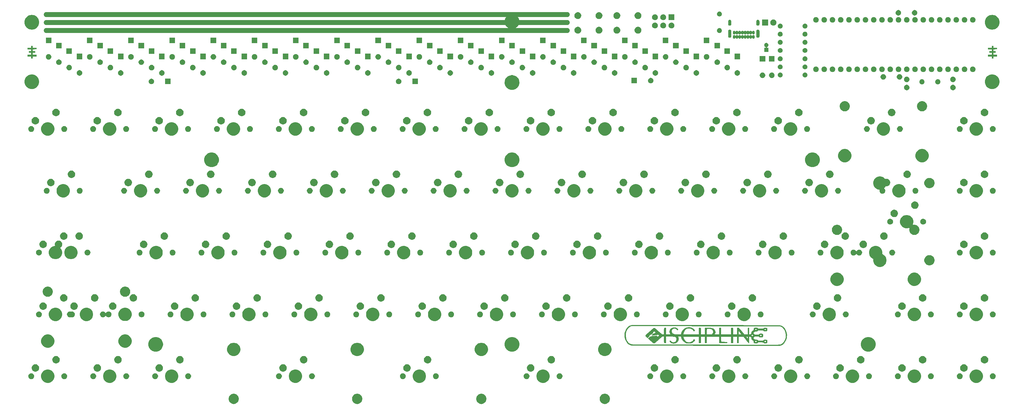
<source format=gbr>
G04 #@! TF.GenerationSoftware,KiCad,Pcbnew,(5.1.6-0-10_14)*
G04 #@! TF.CreationDate,2020-07-09T23:45:03+02:00*
G04 #@! TF.ProjectId,discipline-pcb,64697363-6970-46c6-996e-652d7063622e,rev?*
G04 #@! TF.SameCoordinates,Original*
G04 #@! TF.FileFunction,Soldermask,Top*
G04 #@! TF.FilePolarity,Negative*
%FSLAX46Y46*%
G04 Gerber Fmt 4.6, Leading zero omitted, Abs format (unit mm)*
G04 Created by KiCad (PCBNEW (5.1.6-0-10_14)) date 2020-07-09 23:45:03*
%MOMM*%
%LPD*%
G01*
G04 APERTURE LIST*
%ADD10C,1.500000*%
%ADD11C,0.010000*%
%ADD12C,0.100000*%
G04 APERTURE END LIST*
D10*
X223254308Y-59503020D02*
X62883004Y-59503020D01*
X223254308Y-61986290D02*
X62883004Y-61986290D01*
X223254308Y-64469560D02*
X62883004Y-64469560D01*
D11*
G36*
X250638134Y-155206024D02*
G01*
X251519012Y-155206335D01*
X252462775Y-155206824D01*
X253471564Y-155207488D01*
X254547519Y-155208323D01*
X255692779Y-155209325D01*
X256909484Y-155210491D01*
X258199774Y-155211816D01*
X259565789Y-155213297D01*
X261009669Y-155214930D01*
X262533554Y-155216712D01*
X264139583Y-155218639D01*
X264435167Y-155218998D01*
X265789818Y-155220703D01*
X267128639Y-155222501D01*
X268448864Y-155224386D01*
X269747731Y-155226351D01*
X271022475Y-155228388D01*
X272270333Y-155230491D01*
X273488541Y-155232653D01*
X274674334Y-155234867D01*
X275824949Y-155237126D01*
X276937623Y-155239424D01*
X278009591Y-155241754D01*
X279038089Y-155244108D01*
X280020353Y-155246481D01*
X280953621Y-155248864D01*
X281835127Y-155251252D01*
X282662108Y-155253637D01*
X283431800Y-155256013D01*
X284141440Y-155258372D01*
X284788262Y-155260708D01*
X285369505Y-155263015D01*
X285882402Y-155265284D01*
X286324192Y-155267510D01*
X286692110Y-155269686D01*
X286983391Y-155271804D01*
X287195273Y-155273858D01*
X287316334Y-155275657D01*
X287715636Y-155284052D01*
X288039902Y-155291748D01*
X288298750Y-155299435D01*
X288501800Y-155307804D01*
X288658669Y-155317545D01*
X288778976Y-155329349D01*
X288872340Y-155343907D01*
X288948381Y-155361909D01*
X289016716Y-155384047D01*
X289061515Y-155400964D01*
X289416778Y-155583953D01*
X289744157Y-155840841D01*
X290037458Y-156163685D01*
X290290490Y-156544541D01*
X290497058Y-156975468D01*
X290647484Y-157434975D01*
X290724565Y-157847113D01*
X290757950Y-158298866D01*
X290747346Y-158757150D01*
X290692459Y-159188885D01*
X290664196Y-159321500D01*
X290518214Y-159790850D01*
X290316915Y-160220123D01*
X290066662Y-160601882D01*
X289773816Y-160928695D01*
X289444742Y-161193127D01*
X289085802Y-161387744D01*
X288817408Y-161479179D01*
X288802240Y-161483526D01*
X288789603Y-161487688D01*
X288777657Y-161491667D01*
X288764565Y-161495464D01*
X288748486Y-161499080D01*
X288727582Y-161502517D01*
X288700016Y-161505777D01*
X288663947Y-161508860D01*
X288617538Y-161511768D01*
X288558950Y-161514503D01*
X288486344Y-161517066D01*
X288397881Y-161519458D01*
X288291724Y-161521681D01*
X288166032Y-161523736D01*
X288018968Y-161525624D01*
X287848692Y-161527348D01*
X287653367Y-161528908D01*
X287431153Y-161530306D01*
X287180212Y-161531544D01*
X286898705Y-161532622D01*
X286584794Y-161533542D01*
X286236639Y-161534305D01*
X285852403Y-161534914D01*
X285430246Y-161535368D01*
X284968330Y-161535671D01*
X284464816Y-161535823D01*
X283917865Y-161535825D01*
X283325640Y-161535679D01*
X282686300Y-161535387D01*
X281998008Y-161534949D01*
X281258925Y-161534368D01*
X280467212Y-161533644D01*
X279621030Y-161532780D01*
X278718541Y-161531776D01*
X277757907Y-161530633D01*
X276737287Y-161529354D01*
X275654845Y-161527940D01*
X274508741Y-161526392D01*
X273297136Y-161524711D01*
X272018193Y-161522900D01*
X270670071Y-161520959D01*
X269250933Y-161518889D01*
X267758939Y-161516693D01*
X266192252Y-161514371D01*
X264549033Y-161511925D01*
X262827442Y-161509357D01*
X261025641Y-161506668D01*
X259141792Y-161503859D01*
X258318000Y-161502632D01*
X242929834Y-161479733D01*
X242682927Y-161386844D01*
X242267349Y-161186834D01*
X241899880Y-160920122D01*
X241583422Y-160591591D01*
X241320874Y-160206125D01*
X241115134Y-159768607D01*
X240969102Y-159283919D01*
X240885678Y-158756946D01*
X240865929Y-158326667D01*
X240873407Y-158157333D01*
X241144171Y-158157333D01*
X241153601Y-158694112D01*
X241234334Y-159201623D01*
X241383943Y-159673245D01*
X241599998Y-160102355D01*
X241880070Y-160482331D01*
X242067508Y-160674472D01*
X242277911Y-160854359D01*
X242472990Y-160982798D01*
X242684927Y-161078422D01*
X242868231Y-161138053D01*
X242891008Y-161143156D01*
X242924825Y-161148019D01*
X242971841Y-161152653D01*
X243034214Y-161157068D01*
X243114102Y-161161275D01*
X243213665Y-161165284D01*
X243335060Y-161169106D01*
X243480447Y-161172750D01*
X243651984Y-161176227D01*
X243851830Y-161179548D01*
X244082143Y-161182724D01*
X244345082Y-161185763D01*
X244642806Y-161188678D01*
X244977472Y-161191477D01*
X245351241Y-161194173D01*
X245766270Y-161196774D01*
X246224717Y-161199292D01*
X246728743Y-161201737D01*
X247280505Y-161204119D01*
X247882161Y-161206448D01*
X248535871Y-161208736D01*
X249243794Y-161210992D01*
X250008087Y-161213227D01*
X250830909Y-161215452D01*
X251714419Y-161217676D01*
X252660776Y-161219910D01*
X253672137Y-161222164D01*
X254750663Y-161224450D01*
X255898511Y-161226776D01*
X257117840Y-161229155D01*
X258410809Y-161231595D01*
X259779576Y-161234108D01*
X261226300Y-161236704D01*
X262753139Y-161239393D01*
X264362253Y-161242186D01*
X264541623Y-161242495D01*
X266251342Y-161245453D01*
X267878453Y-161248284D01*
X269425013Y-161250985D01*
X270893081Y-161253547D01*
X272284716Y-161255965D01*
X273601975Y-161258234D01*
X274846917Y-161260346D01*
X276021599Y-161262297D01*
X277128081Y-161264079D01*
X278168420Y-161265688D01*
X279144675Y-161267116D01*
X280058903Y-161268358D01*
X280913163Y-161269408D01*
X281709513Y-161270260D01*
X282450012Y-161270907D01*
X283136717Y-161271344D01*
X283771687Y-161271564D01*
X284356980Y-161271562D01*
X284894654Y-161271332D01*
X285386767Y-161270866D01*
X285835378Y-161270160D01*
X286242545Y-161269208D01*
X286610326Y-161268003D01*
X286940779Y-161266539D01*
X287235962Y-161264810D01*
X287497935Y-161262810D01*
X287728753Y-161260533D01*
X287930477Y-161257974D01*
X288105165Y-161255125D01*
X288254873Y-161251981D01*
X288381662Y-161248536D01*
X288487588Y-161244784D01*
X288574710Y-161240719D01*
X288645087Y-161236335D01*
X288700776Y-161231625D01*
X288743836Y-161226584D01*
X288776325Y-161221205D01*
X288800301Y-161215483D01*
X288817822Y-161209411D01*
X288830947Y-161202984D01*
X288841734Y-161196195D01*
X288852240Y-161189039D01*
X288864525Y-161181508D01*
X288880646Y-161173598D01*
X288887057Y-161170944D01*
X289259036Y-160978388D01*
X289591650Y-160712976D01*
X289880706Y-160378864D01*
X290122011Y-159980212D01*
X290154274Y-159914167D01*
X290288763Y-159602159D01*
X290381533Y-159310573D01*
X290440889Y-159006035D01*
X290475134Y-158655170D01*
X290477575Y-158614911D01*
X290471429Y-158068804D01*
X290390221Y-157545281D01*
X290236014Y-157053215D01*
X290010867Y-156601483D01*
X290009721Y-156599595D01*
X289822868Y-156342710D01*
X289586473Y-156093777D01*
X289325185Y-155875504D01*
X289063651Y-155710599D01*
X289022879Y-155690423D01*
X288734500Y-155553833D01*
X280162000Y-155527999D01*
X279409487Y-155525839D01*
X278578414Y-155523651D01*
X277674891Y-155521447D01*
X276705025Y-155519234D01*
X275674924Y-155517024D01*
X274590697Y-155514827D01*
X273458450Y-155512651D01*
X272284292Y-155510508D01*
X271074331Y-155508406D01*
X269834675Y-155506356D01*
X268571432Y-155504368D01*
X267290710Y-155502451D01*
X265998616Y-155500616D01*
X264701259Y-155498872D01*
X263404747Y-155497230D01*
X262115187Y-155495698D01*
X260838688Y-155494287D01*
X259581357Y-155493008D01*
X258349302Y-155491868D01*
X257280834Y-155490982D01*
X242972167Y-155479800D01*
X242734877Y-155570483D01*
X242360234Y-155758404D01*
X242027927Y-156019097D01*
X241739420Y-156351188D01*
X241515198Y-156716161D01*
X241347305Y-157088554D01*
X241233118Y-157466306D01*
X241165585Y-157876802D01*
X241144171Y-158157333D01*
X240873407Y-158157333D01*
X240886553Y-157859695D01*
X240952506Y-157440528D01*
X241069911Y-157041925D01*
X241244888Y-156636648D01*
X241246523Y-156633333D01*
X241362819Y-156413590D01*
X241480309Y-156232865D01*
X241621754Y-156059639D01*
X241785269Y-155887205D01*
X242038143Y-155651840D01*
X242275976Y-155478268D01*
X242521528Y-155352523D01*
X242797557Y-155260636D01*
X242812706Y-155256643D01*
X242837816Y-155251826D01*
X242876595Y-155247272D01*
X242931183Y-155242978D01*
X243003719Y-155238941D01*
X243096343Y-155235157D01*
X243211196Y-155231622D01*
X243350416Y-155228332D01*
X243516145Y-155225284D01*
X243710521Y-155222474D01*
X243935685Y-155219897D01*
X244193776Y-155217552D01*
X244486935Y-155215433D01*
X244817301Y-155213537D01*
X245187015Y-155211860D01*
X245598215Y-155210399D01*
X246053042Y-155209150D01*
X246553636Y-155208109D01*
X247102137Y-155207272D01*
X247700684Y-155206636D01*
X248351417Y-155206197D01*
X249056477Y-155205951D01*
X249818003Y-155205894D01*
X250638134Y-155206024D01*
G37*
X250638134Y-155206024D02*
X251519012Y-155206335D01*
X252462775Y-155206824D01*
X253471564Y-155207488D01*
X254547519Y-155208323D01*
X255692779Y-155209325D01*
X256909484Y-155210491D01*
X258199774Y-155211816D01*
X259565789Y-155213297D01*
X261009669Y-155214930D01*
X262533554Y-155216712D01*
X264139583Y-155218639D01*
X264435167Y-155218998D01*
X265789818Y-155220703D01*
X267128639Y-155222501D01*
X268448864Y-155224386D01*
X269747731Y-155226351D01*
X271022475Y-155228388D01*
X272270333Y-155230491D01*
X273488541Y-155232653D01*
X274674334Y-155234867D01*
X275824949Y-155237126D01*
X276937623Y-155239424D01*
X278009591Y-155241754D01*
X279038089Y-155244108D01*
X280020353Y-155246481D01*
X280953621Y-155248864D01*
X281835127Y-155251252D01*
X282662108Y-155253637D01*
X283431800Y-155256013D01*
X284141440Y-155258372D01*
X284788262Y-155260708D01*
X285369505Y-155263015D01*
X285882402Y-155265284D01*
X286324192Y-155267510D01*
X286692110Y-155269686D01*
X286983391Y-155271804D01*
X287195273Y-155273858D01*
X287316334Y-155275657D01*
X287715636Y-155284052D01*
X288039902Y-155291748D01*
X288298750Y-155299435D01*
X288501800Y-155307804D01*
X288658669Y-155317545D01*
X288778976Y-155329349D01*
X288872340Y-155343907D01*
X288948381Y-155361909D01*
X289016716Y-155384047D01*
X289061515Y-155400964D01*
X289416778Y-155583953D01*
X289744157Y-155840841D01*
X290037458Y-156163685D01*
X290290490Y-156544541D01*
X290497058Y-156975468D01*
X290647484Y-157434975D01*
X290724565Y-157847113D01*
X290757950Y-158298866D01*
X290747346Y-158757150D01*
X290692459Y-159188885D01*
X290664196Y-159321500D01*
X290518214Y-159790850D01*
X290316915Y-160220123D01*
X290066662Y-160601882D01*
X289773816Y-160928695D01*
X289444742Y-161193127D01*
X289085802Y-161387744D01*
X288817408Y-161479179D01*
X288802240Y-161483526D01*
X288789603Y-161487688D01*
X288777657Y-161491667D01*
X288764565Y-161495464D01*
X288748486Y-161499080D01*
X288727582Y-161502517D01*
X288700016Y-161505777D01*
X288663947Y-161508860D01*
X288617538Y-161511768D01*
X288558950Y-161514503D01*
X288486344Y-161517066D01*
X288397881Y-161519458D01*
X288291724Y-161521681D01*
X288166032Y-161523736D01*
X288018968Y-161525624D01*
X287848692Y-161527348D01*
X287653367Y-161528908D01*
X287431153Y-161530306D01*
X287180212Y-161531544D01*
X286898705Y-161532622D01*
X286584794Y-161533542D01*
X286236639Y-161534305D01*
X285852403Y-161534914D01*
X285430246Y-161535368D01*
X284968330Y-161535671D01*
X284464816Y-161535823D01*
X283917865Y-161535825D01*
X283325640Y-161535679D01*
X282686300Y-161535387D01*
X281998008Y-161534949D01*
X281258925Y-161534368D01*
X280467212Y-161533644D01*
X279621030Y-161532780D01*
X278718541Y-161531776D01*
X277757907Y-161530633D01*
X276737287Y-161529354D01*
X275654845Y-161527940D01*
X274508741Y-161526392D01*
X273297136Y-161524711D01*
X272018193Y-161522900D01*
X270670071Y-161520959D01*
X269250933Y-161518889D01*
X267758939Y-161516693D01*
X266192252Y-161514371D01*
X264549033Y-161511925D01*
X262827442Y-161509357D01*
X261025641Y-161506668D01*
X259141792Y-161503859D01*
X258318000Y-161502632D01*
X242929834Y-161479733D01*
X242682927Y-161386844D01*
X242267349Y-161186834D01*
X241899880Y-160920122D01*
X241583422Y-160591591D01*
X241320874Y-160206125D01*
X241115134Y-159768607D01*
X240969102Y-159283919D01*
X240885678Y-158756946D01*
X240865929Y-158326667D01*
X240873407Y-158157333D01*
X241144171Y-158157333D01*
X241153601Y-158694112D01*
X241234334Y-159201623D01*
X241383943Y-159673245D01*
X241599998Y-160102355D01*
X241880070Y-160482331D01*
X242067508Y-160674472D01*
X242277911Y-160854359D01*
X242472990Y-160982798D01*
X242684927Y-161078422D01*
X242868231Y-161138053D01*
X242891008Y-161143156D01*
X242924825Y-161148019D01*
X242971841Y-161152653D01*
X243034214Y-161157068D01*
X243114102Y-161161275D01*
X243213665Y-161165284D01*
X243335060Y-161169106D01*
X243480447Y-161172750D01*
X243651984Y-161176227D01*
X243851830Y-161179548D01*
X244082143Y-161182724D01*
X244345082Y-161185763D01*
X244642806Y-161188678D01*
X244977472Y-161191477D01*
X245351241Y-161194173D01*
X245766270Y-161196774D01*
X246224717Y-161199292D01*
X246728743Y-161201737D01*
X247280505Y-161204119D01*
X247882161Y-161206448D01*
X248535871Y-161208736D01*
X249243794Y-161210992D01*
X250008087Y-161213227D01*
X250830909Y-161215452D01*
X251714419Y-161217676D01*
X252660776Y-161219910D01*
X253672137Y-161222164D01*
X254750663Y-161224450D01*
X255898511Y-161226776D01*
X257117840Y-161229155D01*
X258410809Y-161231595D01*
X259779576Y-161234108D01*
X261226300Y-161236704D01*
X262753139Y-161239393D01*
X264362253Y-161242186D01*
X264541623Y-161242495D01*
X266251342Y-161245453D01*
X267878453Y-161248284D01*
X269425013Y-161250985D01*
X270893081Y-161253547D01*
X272284716Y-161255965D01*
X273601975Y-161258234D01*
X274846917Y-161260346D01*
X276021599Y-161262297D01*
X277128081Y-161264079D01*
X278168420Y-161265688D01*
X279144675Y-161267116D01*
X280058903Y-161268358D01*
X280913163Y-161269408D01*
X281709513Y-161270260D01*
X282450012Y-161270907D01*
X283136717Y-161271344D01*
X283771687Y-161271564D01*
X284356980Y-161271562D01*
X284894654Y-161271332D01*
X285386767Y-161270866D01*
X285835378Y-161270160D01*
X286242545Y-161269208D01*
X286610326Y-161268003D01*
X286940779Y-161266539D01*
X287235962Y-161264810D01*
X287497935Y-161262810D01*
X287728753Y-161260533D01*
X287930477Y-161257974D01*
X288105165Y-161255125D01*
X288254873Y-161251981D01*
X288381662Y-161248536D01*
X288487588Y-161244784D01*
X288574710Y-161240719D01*
X288645087Y-161236335D01*
X288700776Y-161231625D01*
X288743836Y-161226584D01*
X288776325Y-161221205D01*
X288800301Y-161215483D01*
X288817822Y-161209411D01*
X288830947Y-161202984D01*
X288841734Y-161196195D01*
X288852240Y-161189039D01*
X288864525Y-161181508D01*
X288880646Y-161173598D01*
X288887057Y-161170944D01*
X289259036Y-160978388D01*
X289591650Y-160712976D01*
X289880706Y-160378864D01*
X290122011Y-159980212D01*
X290154274Y-159914167D01*
X290288763Y-159602159D01*
X290381533Y-159310573D01*
X290440889Y-159006035D01*
X290475134Y-158655170D01*
X290477575Y-158614911D01*
X290471429Y-158068804D01*
X290390221Y-157545281D01*
X290236014Y-157053215D01*
X290010867Y-156601483D01*
X290009721Y-156599595D01*
X289822868Y-156342710D01*
X289586473Y-156093777D01*
X289325185Y-155875504D01*
X289063651Y-155710599D01*
X289022879Y-155690423D01*
X288734500Y-155553833D01*
X280162000Y-155527999D01*
X279409487Y-155525839D01*
X278578414Y-155523651D01*
X277674891Y-155521447D01*
X276705025Y-155519234D01*
X275674924Y-155517024D01*
X274590697Y-155514827D01*
X273458450Y-155512651D01*
X272284292Y-155510508D01*
X271074331Y-155508406D01*
X269834675Y-155506356D01*
X268571432Y-155504368D01*
X267290710Y-155502451D01*
X265998616Y-155500616D01*
X264701259Y-155498872D01*
X263404747Y-155497230D01*
X262115187Y-155495698D01*
X260838688Y-155494287D01*
X259581357Y-155493008D01*
X258349302Y-155491868D01*
X257280834Y-155490982D01*
X242972167Y-155479800D01*
X242734877Y-155570483D01*
X242360234Y-155758404D01*
X242027927Y-156019097D01*
X241739420Y-156351188D01*
X241515198Y-156716161D01*
X241347305Y-157088554D01*
X241233118Y-157466306D01*
X241165585Y-157876802D01*
X241144171Y-158157333D01*
X240873407Y-158157333D01*
X240886553Y-157859695D01*
X240952506Y-157440528D01*
X241069911Y-157041925D01*
X241244888Y-156636648D01*
X241246523Y-156633333D01*
X241362819Y-156413590D01*
X241480309Y-156232865D01*
X241621754Y-156059639D01*
X241785269Y-155887205D01*
X242038143Y-155651840D01*
X242275976Y-155478268D01*
X242521528Y-155352523D01*
X242797557Y-155260636D01*
X242812706Y-155256643D01*
X242837816Y-155251826D01*
X242876595Y-155247272D01*
X242931183Y-155242978D01*
X243003719Y-155238941D01*
X243096343Y-155235157D01*
X243211196Y-155231622D01*
X243350416Y-155228332D01*
X243516145Y-155225284D01*
X243710521Y-155222474D01*
X243935685Y-155219897D01*
X244193776Y-155217552D01*
X244486935Y-155215433D01*
X244817301Y-155213537D01*
X245187015Y-155211860D01*
X245598215Y-155210399D01*
X246053042Y-155209150D01*
X246553636Y-155208109D01*
X247102137Y-155207272D01*
X247700684Y-155206636D01*
X248351417Y-155206197D01*
X249056477Y-155205951D01*
X249818003Y-155205894D01*
X250638134Y-155206024D01*
G36*
X260852638Y-155906160D02*
G01*
X261222887Y-155956768D01*
X261456989Y-156021730D01*
X261695056Y-156130901D01*
X261929954Y-156282842D01*
X262140910Y-156460532D01*
X262307153Y-156646951D01*
X262393004Y-156788746D01*
X262419304Y-156874343D01*
X262389440Y-156936573D01*
X262344038Y-156976973D01*
X262219446Y-157048194D01*
X262119575Y-157038715D01*
X262042392Y-156948160D01*
X262028991Y-156919083D01*
X261901626Y-156720275D01*
X261692914Y-156533709D01*
X261405602Y-156361774D01*
X261366000Y-156342251D01*
X261213593Y-156271222D01*
X261093539Y-156226381D01*
X260977024Y-156201792D01*
X260835235Y-156191522D01*
X260639357Y-156189634D01*
X260625167Y-156189658D01*
X260406847Y-156193850D01*
X260247420Y-156207985D01*
X260121330Y-156235905D01*
X260003024Y-156281450D01*
X259997385Y-156284017D01*
X259686658Y-156471673D01*
X259418183Y-156726807D01*
X259198259Y-157040244D01*
X259033185Y-157402806D01*
X258929260Y-157805320D01*
X258922001Y-157850519D01*
X258881971Y-158115000D01*
X263692828Y-158115000D01*
X263704164Y-157088417D01*
X263715500Y-156061833D01*
X263947048Y-156048715D01*
X264094347Y-156047132D01*
X264182339Y-156066723D01*
X264232798Y-156109723D01*
X264251767Y-156160130D01*
X264266200Y-156258180D01*
X264276510Y-156411819D01*
X264283113Y-156628989D01*
X264286420Y-156917634D01*
X264287000Y-157149424D01*
X264287000Y-158115000D01*
X265555495Y-158115000D01*
X266107334Y-158115000D01*
X267708805Y-158115000D01*
X267878788Y-157921889D01*
X268032339Y-157690913D01*
X268108751Y-157444723D01*
X268111128Y-157195125D01*
X268042569Y-156953924D01*
X267906178Y-156732924D01*
X267705056Y-156543930D01*
X267483167Y-156416211D01*
X267380572Y-156375372D01*
X267275550Y-156347841D01*
X267147779Y-156330983D01*
X266976936Y-156322167D01*
X266742698Y-156318759D01*
X266730441Y-156318691D01*
X266497539Y-156319298D01*
X266335903Y-156324929D01*
X266232211Y-156336973D01*
X266173141Y-156356820D01*
X266149006Y-156379333D01*
X266136530Y-156439782D01*
X266125553Y-156570819D01*
X266116717Y-156758366D01*
X266110664Y-156988349D01*
X266108036Y-157246693D01*
X266107982Y-157278917D01*
X266107334Y-158115000D01*
X265555495Y-158115000D01*
X265566831Y-157088417D01*
X265578167Y-156061833D01*
X266412692Y-156050360D01*
X266764207Y-156048088D01*
X267044536Y-156052438D01*
X267266943Y-156064008D01*
X267444695Y-156083400D01*
X267548421Y-156101690D01*
X267930125Y-156209828D01*
X268238489Y-156359976D01*
X268473897Y-156552518D01*
X268636737Y-156787837D01*
X268727394Y-157066316D01*
X268748182Y-157293137D01*
X268743006Y-157479493D01*
X268716556Y-157625947D01*
X268658915Y-157776498D01*
X268621772Y-157854054D01*
X268492436Y-158115000D01*
X269958162Y-158115000D01*
X269969498Y-157088417D01*
X269980834Y-156061833D01*
X270488834Y-156061833D01*
X270500169Y-157088417D01*
X270511505Y-158115000D01*
X273600334Y-158115000D01*
X273600334Y-157128633D01*
X273601811Y-156779617D01*
X273606444Y-156509049D01*
X273614536Y-156310759D01*
X273626389Y-156178577D01*
X273642305Y-156106332D01*
X273651134Y-156091466D01*
X273729272Y-156057939D01*
X273854235Y-156042951D01*
X273990236Y-156046503D01*
X274101486Y-156068595D01*
X274142200Y-156091466D01*
X274160099Y-156138051D01*
X274173795Y-156241716D01*
X274183591Y-156408631D01*
X274189788Y-156644968D01*
X274192689Y-156956896D01*
X274193000Y-157128633D01*
X274193000Y-158115000D01*
X275461495Y-158115000D01*
X275467805Y-157543500D01*
X275886334Y-157543500D01*
X275886334Y-158115000D01*
X276375665Y-158115000D01*
X276591903Y-158113004D01*
X276733917Y-158106218D01*
X276812071Y-158093442D01*
X276836732Y-158073479D01*
X276833291Y-158062083D01*
X276781469Y-157987587D01*
X276691872Y-157870615D01*
X276575496Y-157724394D01*
X276443341Y-157562152D01*
X276306404Y-157397119D01*
X276175683Y-157242521D01*
X276062177Y-157111587D01*
X275976883Y-157017545D01*
X275930799Y-156973623D01*
X275926981Y-156972000D01*
X275910801Y-157012365D01*
X275898083Y-157125668D01*
X275889656Y-157300223D01*
X275886352Y-157524341D01*
X275886334Y-157543500D01*
X275467805Y-157543500D01*
X275472831Y-157088417D01*
X275484167Y-156061833D01*
X275671271Y-156048465D01*
X275809944Y-156045293D01*
X275926976Y-156053736D01*
X275951462Y-156058459D01*
X276004701Y-156098239D01*
X276104575Y-156199672D01*
X276246221Y-156357211D01*
X276424773Y-156565305D01*
X276635369Y-156818406D01*
X276863040Y-157098411D01*
X277681530Y-158115000D01*
X278765000Y-158115000D01*
X278765578Y-157173083D01*
X278766864Y-156893797D01*
X278770142Y-156638689D01*
X278775065Y-156421447D01*
X278781290Y-156255760D01*
X278788473Y-156155318D01*
X278791682Y-156135917D01*
X278825089Y-156071806D01*
X278896546Y-156044767D01*
X278981604Y-156040667D01*
X279146000Y-156040667D01*
X279146000Y-158115000D01*
X279331631Y-158115000D01*
X279461335Y-158104838D01*
X279540814Y-158065274D01*
X279586167Y-158009839D01*
X279672585Y-157922764D01*
X279760369Y-157878249D01*
X279819691Y-157856068D01*
X279851256Y-157812760D01*
X279863692Y-157725903D01*
X279865667Y-157604556D01*
X279868170Y-157494982D01*
X279882230Y-157407721D01*
X279917676Y-157329178D01*
X279984334Y-157245756D01*
X280092034Y-157143861D01*
X280250601Y-157009897D01*
X280361028Y-156919281D01*
X280479243Y-156818499D01*
X280545463Y-156742859D01*
X280574940Y-156666060D01*
X280582925Y-156561798D01*
X280583278Y-156535981D01*
X280600201Y-156379333D01*
X281008667Y-156379333D01*
X281008667Y-156760333D01*
X281474334Y-156760333D01*
X281474334Y-156379333D01*
X283887334Y-156379333D01*
X283887334Y-156760333D01*
X284353000Y-156760333D01*
X284353000Y-156379333D01*
X283887334Y-156379333D01*
X281474334Y-156379333D01*
X281008667Y-156379333D01*
X280600201Y-156379333D01*
X280606062Y-156325081D01*
X280674902Y-156172467D01*
X280797877Y-156071538D01*
X280983070Y-156015695D01*
X281238562Y-155998335D01*
X281241500Y-155998333D01*
X281491975Y-156014109D01*
X281672736Y-156063690D01*
X281793077Y-156150453D01*
X281836540Y-156214589D01*
X281899841Y-156337000D01*
X283479001Y-156337000D01*
X283593861Y-156199417D01*
X283649653Y-156135756D01*
X283701696Y-156095573D01*
X283770336Y-156073465D01*
X283875918Y-156064031D01*
X284038787Y-156061871D01*
X284112116Y-156061833D01*
X284303827Y-156063675D01*
X284431575Y-156071960D01*
X284516036Y-156090827D01*
X284577883Y-156124414D01*
X284624756Y-156164462D01*
X284681996Y-156226901D01*
X284714906Y-156296300D01*
X284730046Y-156397551D01*
X284733971Y-156555545D01*
X284734000Y-156579137D01*
X284730633Y-156747257D01*
X284716355Y-156855918D01*
X284684901Y-156930198D01*
X284630091Y-156995091D01*
X284571139Y-157046154D01*
X284505023Y-157077141D01*
X284409643Y-157092964D01*
X284262900Y-157098529D01*
X284162322Y-157099000D01*
X283895798Y-157085811D01*
X283704263Y-157044988D01*
X283582048Y-156974643D01*
X283527648Y-156887797D01*
X283514282Y-156858133D01*
X283488015Y-156836294D01*
X283437235Y-156821085D01*
X283350333Y-156811314D01*
X283215700Y-156805785D01*
X283021727Y-156803303D01*
X282756803Y-156802675D01*
X282700235Y-156802667D01*
X281899841Y-156802667D01*
X281836540Y-156925077D01*
X281749217Y-157030656D01*
X281609861Y-157099268D01*
X281408012Y-157134614D01*
X281224600Y-157141543D01*
X281076533Y-157144654D01*
X280972281Y-157161559D01*
X280880738Y-157204026D01*
X280770800Y-157283819D01*
X280701750Y-157339331D01*
X280573856Y-157447943D01*
X280500406Y-157527992D01*
X280466999Y-157600205D01*
X280459236Y-157685305D01*
X280459250Y-157688371D01*
X280472655Y-157799370D01*
X280527519Y-157865865D01*
X280596833Y-157903333D01*
X280702374Y-157973290D01*
X280772802Y-158056783D01*
X280775289Y-158062083D01*
X280794127Y-158097923D01*
X280822877Y-158123418D01*
X280874641Y-158140329D01*
X280962519Y-158150415D01*
X281099615Y-158155437D01*
X281299028Y-158157155D01*
X281484372Y-158157333D01*
X281770236Y-158154548D01*
X281978168Y-158146289D01*
X282106005Y-158132700D01*
X282151585Y-158113925D01*
X282151667Y-158112978D01*
X282180207Y-158057031D01*
X282250249Y-157977580D01*
X282263682Y-157964812D01*
X282322155Y-157916829D01*
X282385702Y-157886403D01*
X282474511Y-157869587D01*
X282608770Y-157862436D01*
X282794773Y-157861000D01*
X282989632Y-157862572D01*
X283119650Y-157869910D01*
X283204635Y-157886951D01*
X283264392Y-157917629D01*
X283317758Y-157964909D01*
X283370253Y-158026084D01*
X283401439Y-158095177D01*
X283416715Y-158195388D01*
X283421480Y-158349917D01*
X283421667Y-158411430D01*
X283419401Y-158585204D01*
X283408745Y-158697412D01*
X283383915Y-158771113D01*
X283339122Y-158829367D01*
X283309652Y-158857855D01*
X283250516Y-158906261D01*
X283186138Y-158936775D01*
X283096020Y-158953466D01*
X282959665Y-158960401D01*
X282786667Y-158961667D01*
X282593153Y-158959922D01*
X282463781Y-158951977D01*
X282378053Y-158933763D01*
X282315471Y-158901209D01*
X282263682Y-158857855D01*
X282189187Y-158777514D01*
X282152474Y-158715754D01*
X282151667Y-158709688D01*
X282109753Y-158690755D01*
X281985395Y-158676963D01*
X281780667Y-158668447D01*
X281497643Y-158665344D01*
X281477186Y-158665333D01*
X281223066Y-158666049D01*
X281041012Y-158669140D01*
X280918428Y-158676019D01*
X280842717Y-158688099D01*
X280801286Y-158706795D01*
X280781537Y-158733518D01*
X280777797Y-158743812D01*
X280725995Y-158814014D01*
X280629610Y-158887835D01*
X280605611Y-158901606D01*
X280506999Y-158966837D01*
X280465642Y-159041594D01*
X280458334Y-159135756D01*
X280465141Y-159219608D01*
X280494725Y-159290326D01*
X280560826Y-159367211D01*
X280677184Y-159469562D01*
X280722738Y-159507129D01*
X280987143Y-159723667D01*
X281325988Y-159725013D01*
X281528229Y-159731909D01*
X281665954Y-159755671D01*
X281758791Y-159803781D01*
X281826371Y-159883724D01*
X281849908Y-159924750D01*
X281870193Y-159957905D01*
X281898569Y-159982309D01*
X281947009Y-159999302D01*
X282027486Y-160010224D01*
X282151971Y-160016416D01*
X282332437Y-160019219D01*
X282580857Y-160019972D01*
X282700637Y-160020000D01*
X282979597Y-160019579D01*
X283185503Y-160017521D01*
X283329969Y-160012629D01*
X283424608Y-160003709D01*
X283481031Y-159989565D01*
X283510851Y-159969001D01*
X283525680Y-159940822D01*
X283527648Y-159934869D01*
X283604171Y-159830542D01*
X283756618Y-159761495D01*
X283985492Y-159727547D01*
X284120167Y-159723666D01*
X284379278Y-159740457D01*
X284567752Y-159790065D01*
X284682084Y-159871340D01*
X284707703Y-159916063D01*
X284721001Y-159991471D01*
X284730457Y-160122882D01*
X284734000Y-160279484D01*
X284730591Y-160440857D01*
X284715460Y-160543858D01*
X284681251Y-160614665D01*
X284621985Y-160678188D01*
X284557504Y-160729909D01*
X284486266Y-160760996D01*
X284385244Y-160776559D01*
X284231409Y-160781710D01*
X284154216Y-160782000D01*
X283888093Y-160768116D01*
X283697212Y-160725358D01*
X283576642Y-160652061D01*
X283527648Y-160570797D01*
X283514202Y-160540980D01*
X283487772Y-160519081D01*
X283436675Y-160503887D01*
X283349228Y-160494187D01*
X283213748Y-160488768D01*
X283018550Y-160486418D01*
X282751952Y-160485925D01*
X282709731Y-160485934D01*
X281918834Y-160486202D01*
X281846499Y-160613317D01*
X281771121Y-160710880D01*
X281666740Y-160774885D01*
X281518214Y-160809851D01*
X281310401Y-160820301D01*
X281163723Y-160817174D01*
X280981649Y-160808479D01*
X280862811Y-160794948D01*
X280785787Y-160770609D01*
X280729154Y-160729488D01*
X280687473Y-160684389D01*
X280621346Y-160584560D01*
X280590998Y-160464795D01*
X280585334Y-160339153D01*
X280585334Y-160112693D01*
X280525658Y-160062333D01*
X281008667Y-160062333D01*
X281008667Y-160443333D01*
X281474334Y-160443333D01*
X281474334Y-160062333D01*
X283887334Y-160062333D01*
X283887334Y-160443333D01*
X284353000Y-160443333D01*
X284353000Y-160062333D01*
X283887334Y-160062333D01*
X281474334Y-160062333D01*
X281008667Y-160062333D01*
X280525658Y-160062333D01*
X280249611Y-159829382D01*
X280106892Y-159705021D01*
X279989280Y-159595189D01*
X279911854Y-159514392D01*
X279889778Y-159483240D01*
X279876044Y-159406842D01*
X279867312Y-159280220D01*
X279865667Y-159193890D01*
X279859965Y-159055580D01*
X279838321Y-158979774D01*
X279793923Y-158944804D01*
X279786583Y-158942272D01*
X279697124Y-158891762D01*
X279631855Y-158833586D01*
X279546810Y-158775466D01*
X279415446Y-158751646D01*
X279351106Y-158750000D01*
X279146000Y-158750000D01*
X279146000Y-159763501D01*
X279144340Y-160079550D01*
X279139590Y-160349341D01*
X279132094Y-160564088D01*
X279122195Y-160715007D01*
X279110237Y-160793311D01*
X279105357Y-160802122D01*
X279069967Y-160776518D01*
X278988823Y-160692116D01*
X278868561Y-160556627D01*
X278715817Y-160377763D01*
X278537229Y-160163236D01*
X278339433Y-159920758D01*
X278233143Y-159788620D01*
X277423086Y-158776869D01*
X278253176Y-158776869D01*
X278269704Y-158828594D01*
X278334575Y-158920968D01*
X278448411Y-159065551D01*
X278508495Y-159141479D01*
X278604669Y-159255226D01*
X278683188Y-159333023D01*
X278728500Y-159359660D01*
X278730745Y-159358841D01*
X278747813Y-159308956D01*
X278760086Y-159198049D01*
X278764993Y-159049736D01*
X278765000Y-159043835D01*
X278765000Y-158750000D01*
X278487433Y-158750000D01*
X278362662Y-158749132D01*
X278284369Y-158754235D01*
X278253176Y-158776869D01*
X277423086Y-158776869D01*
X277401573Y-158750000D01*
X275887894Y-158750000D01*
X275876530Y-159734250D01*
X275865167Y-160718500D01*
X275484167Y-160718500D01*
X275472803Y-159734250D01*
X275461440Y-158750000D01*
X274194561Y-158750000D01*
X274183197Y-159734250D01*
X274171834Y-160718500D01*
X273921760Y-160731394D01*
X273751602Y-160730979D01*
X273656612Y-160707437D01*
X273636659Y-160689061D01*
X273626446Y-160632155D01*
X273617347Y-160503557D01*
X273609827Y-160316238D01*
X273604349Y-160083171D01*
X273601377Y-159817328D01*
X273600982Y-159691917D01*
X273600334Y-158750000D01*
X270508172Y-158750000D01*
X270519669Y-159564917D01*
X270531167Y-160379833D01*
X271436783Y-160401000D01*
X271739539Y-160408722D01*
X271968538Y-160416571D01*
X272134684Y-160425637D01*
X272248883Y-160437010D01*
X272322038Y-160451781D01*
X272365053Y-160471042D01*
X272388833Y-160495881D01*
X272389066Y-160496250D01*
X272413084Y-160587313D01*
X272389003Y-160644416D01*
X272369217Y-160666302D01*
X272334359Y-160683429D01*
X272274895Y-160696373D01*
X272181293Y-160705708D01*
X272044020Y-160712010D01*
X271853544Y-160715854D01*
X271600332Y-160717817D01*
X271274850Y-160718472D01*
X271161553Y-160718500D01*
X269980834Y-160718500D01*
X269958106Y-158750000D01*
X266108894Y-158750000D01*
X266097530Y-159734250D01*
X266086167Y-160718500D01*
X265578167Y-160718500D01*
X265566803Y-159734250D01*
X265555440Y-158750000D01*
X264287000Y-158750000D01*
X264287000Y-159673242D01*
X264285524Y-160006030D01*
X264280806Y-160262203D01*
X264272412Y-160449765D01*
X264259905Y-160576723D01*
X264242852Y-160651080D01*
X264232798Y-160670610D01*
X264179146Y-160715096D01*
X264088872Y-160733565D01*
X263947048Y-160731618D01*
X263715500Y-160718500D01*
X263704137Y-159734250D01*
X263692773Y-158750000D01*
X258910667Y-158750000D01*
X258910667Y-158837786D01*
X258929336Y-158959219D01*
X258979139Y-159130729D01*
X259050768Y-159328010D01*
X259134917Y-159526755D01*
X259222279Y-159702657D01*
X259276672Y-159793672D01*
X259522230Y-160092468D01*
X259816800Y-160326717D01*
X259963238Y-160408997D01*
X260064687Y-160453662D01*
X260167681Y-160482426D01*
X260294754Y-160498610D01*
X260468436Y-160505532D01*
X260626057Y-160506643D01*
X260836462Y-160505149D01*
X260986842Y-160497463D01*
X261101823Y-160479086D01*
X261206032Y-160445518D01*
X261324092Y-160392260D01*
X261366890Y-160371277D01*
X261653838Y-160197174D01*
X261884547Y-159990067D01*
X262045110Y-159762488D01*
X262047371Y-159758086D01*
X262130474Y-159638550D01*
X262223121Y-159600172D01*
X262337149Y-159639478D01*
X262372581Y-159662567D01*
X262449591Y-159740702D01*
X262466855Y-159832554D01*
X262421423Y-159946824D01*
X262310349Y-160092212D01*
X262180917Y-160228175D01*
X261953795Y-160433498D01*
X261734840Y-160581250D01*
X261493432Y-160689116D01*
X261261856Y-160759019D01*
X261042590Y-160798249D01*
X260777263Y-160819421D01*
X260495126Y-160822586D01*
X260225430Y-160807790D01*
X259997428Y-160775084D01*
X259923767Y-160756795D01*
X259537709Y-160602434D01*
X259182732Y-160380607D01*
X258869062Y-160102321D01*
X258606931Y-159778586D01*
X258406566Y-159420409D01*
X258278198Y-159038798D01*
X258263913Y-158970508D01*
X258213962Y-158707667D01*
X257736814Y-158707667D01*
X257547207Y-158708678D01*
X257393296Y-158711425D01*
X257291962Y-158715476D01*
X257259667Y-158719882D01*
X257277037Y-158761444D01*
X257320672Y-158851344D01*
X257341780Y-158893158D01*
X257432462Y-159159399D01*
X257455175Y-159450712D01*
X257414428Y-159748404D01*
X257314730Y-160033782D01*
X257160591Y-160288153D01*
X256956520Y-160492825D01*
X256955745Y-160493416D01*
X256641113Y-160686291D01*
X256299988Y-160802309D01*
X256195863Y-160822266D01*
X256049821Y-160844236D01*
X255936226Y-160858165D01*
X255883834Y-160861065D01*
X255820223Y-160852459D01*
X255704255Y-160835926D01*
X255623941Y-160824247D01*
X255362440Y-160751780D01*
X255103978Y-160620566D01*
X254882655Y-160449338D01*
X254819207Y-160382174D01*
X254716988Y-160234249D01*
X254692340Y-160119394D01*
X254745251Y-160036781D01*
X254813430Y-160002619D01*
X254882613Y-159986369D01*
X254942057Y-160002514D01*
X255013676Y-160062917D01*
X255100685Y-160158140D01*
X255245989Y-160294772D01*
X255420303Y-160419959D01*
X255505867Y-160467838D01*
X255659453Y-160534708D01*
X255783752Y-160562715D01*
X255919899Y-160559998D01*
X255953199Y-160556363D01*
X256231326Y-160483918D01*
X256465908Y-160342269D01*
X256648121Y-160139429D01*
X256769141Y-159883415D01*
X256793070Y-159793526D01*
X256818123Y-159514725D01*
X256765738Y-159263285D01*
X256637724Y-159045527D01*
X256554363Y-158958794D01*
X256478469Y-158890321D01*
X256411741Y-158835573D01*
X256344025Y-158793016D01*
X256265166Y-158761116D01*
X256165010Y-158738340D01*
X256033401Y-158723155D01*
X255860185Y-158714028D01*
X255635207Y-158709425D01*
X255348312Y-158707812D01*
X254989346Y-158707657D01*
X254891256Y-158707667D01*
X253578199Y-158707667D01*
X253566850Y-159713083D01*
X253555500Y-160718500D01*
X253305427Y-160731394D01*
X253135269Y-160730979D01*
X253040278Y-160707437D01*
X253020325Y-160689061D01*
X253010222Y-160632315D01*
X253001202Y-160503712D01*
X252993715Y-160316059D01*
X252988210Y-160082165D01*
X252985136Y-159814837D01*
X252984648Y-159670750D01*
X252984000Y-158707667D01*
X252683868Y-158707667D01*
X252525284Y-158709884D01*
X252419083Y-158724767D01*
X252333117Y-158764663D01*
X252235236Y-158841920D01*
X252160295Y-158908750D01*
X251733974Y-159292368D01*
X251365861Y-159623070D01*
X251051167Y-159904508D01*
X250785104Y-160140334D01*
X250562885Y-160334199D01*
X250379720Y-160489755D01*
X250230821Y-160610653D01*
X250111400Y-160700546D01*
X250016668Y-160763085D01*
X249941837Y-160801922D01*
X249882119Y-160820708D01*
X249832726Y-160823096D01*
X249788868Y-160812738D01*
X249745758Y-160793284D01*
X249712352Y-160775620D01*
X249652135Y-160732616D01*
X249543800Y-160644518D01*
X249397630Y-160520534D01*
X249223910Y-160369874D01*
X249032923Y-160201748D01*
X248834952Y-160025364D01*
X248640280Y-159849932D01*
X248459192Y-159684662D01*
X248301970Y-159538762D01*
X248178898Y-159421443D01*
X248100260Y-159341913D01*
X248075981Y-159310164D01*
X248107244Y-159270667D01*
X248188798Y-159190754D01*
X248306045Y-159084392D01*
X248372779Y-159026268D01*
X248521398Y-158902808D01*
X248627726Y-158828117D01*
X248710220Y-158791991D01*
X248787336Y-158784224D01*
X248808189Y-158785540D01*
X248940179Y-158771953D01*
X249068340Y-158697220D01*
X249087911Y-158681200D01*
X249141313Y-158638366D01*
X249193601Y-158607190D01*
X249259121Y-158585384D01*
X249352216Y-158570662D01*
X249487232Y-158560734D01*
X249678512Y-158553314D01*
X249933868Y-158546284D01*
X250641362Y-158527876D01*
X250752423Y-158638938D01*
X250899797Y-158734444D01*
X251061274Y-158754825D01*
X251215816Y-158700807D01*
X251308070Y-158619752D01*
X251396705Y-158470180D01*
X251402471Y-158334966D01*
X251326647Y-158219105D01*
X251294373Y-158199667D01*
X279908000Y-158199667D01*
X279908000Y-158623000D01*
X280416000Y-158623000D01*
X280416000Y-158199667D01*
X282532667Y-158199667D01*
X282532667Y-158623000D01*
X283040667Y-158623000D01*
X283040667Y-158199667D01*
X282532667Y-158199667D01*
X280416000Y-158199667D01*
X279908000Y-158199667D01*
X251294373Y-158199667D01*
X251183451Y-158132861D01*
X251007165Y-158101706D01*
X250835626Y-158152327D01*
X250740301Y-158220863D01*
X250689791Y-158244206D01*
X250590206Y-158262243D01*
X250432374Y-158275795D01*
X250207127Y-158285685D01*
X249946418Y-158292000D01*
X249708747Y-158295237D01*
X249503803Y-158295820D01*
X249345144Y-158293889D01*
X249246331Y-158289589D01*
X249219477Y-158284333D01*
X249250619Y-158248616D01*
X249330715Y-158171954D01*
X249444600Y-158068692D01*
X249488025Y-158030333D01*
X249635452Y-157907591D01*
X249746006Y-157834924D01*
X249840650Y-157800572D01*
X249911151Y-157792949D01*
X250078430Y-157758584D01*
X250207734Y-157676991D01*
X250290415Y-157564558D01*
X250317828Y-157437671D01*
X250281326Y-157312720D01*
X250207724Y-157230855D01*
X250045456Y-157150393D01*
X249876975Y-157150815D01*
X249717276Y-157231038D01*
X249674422Y-157269399D01*
X249587956Y-157375800D01*
X249565962Y-157465836D01*
X249570735Y-157494597D01*
X249571920Y-157551413D01*
X249539707Y-157616272D01*
X249463696Y-157703106D01*
X249333486Y-157825846D01*
X249302890Y-157853365D01*
X249153820Y-157982044D01*
X249045089Y-158061154D01*
X248957892Y-158101711D01*
X248873422Y-158114730D01*
X248856243Y-158115000D01*
X248714132Y-158145582D01*
X248587040Y-158224361D01*
X248496036Y-158331881D01*
X248462186Y-158448689D01*
X248464975Y-158476298D01*
X248464454Y-158534457D01*
X248433196Y-158599070D01*
X248360777Y-158683813D01*
X248236770Y-158802360D01*
X248171359Y-158861438D01*
X247857771Y-159142098D01*
X247743302Y-159042270D01*
X247533413Y-158853237D01*
X247387077Y-158703765D01*
X247299323Y-158583689D01*
X247265179Y-158482844D01*
X247279673Y-158391065D01*
X247337834Y-158298186D01*
X247364250Y-158267250D01*
X247439347Y-158190889D01*
X247564635Y-158072195D01*
X247731478Y-157918732D01*
X247931237Y-157738064D01*
X248155273Y-157537757D01*
X248394949Y-157325373D01*
X248641626Y-157108477D01*
X248886667Y-156894634D01*
X249121433Y-156691408D01*
X249337286Y-156506363D01*
X249525589Y-156347063D01*
X249677702Y-156221072D01*
X249784989Y-156135956D01*
X249838810Y-156099278D01*
X249840750Y-156098608D01*
X249958874Y-156089328D01*
X250040671Y-156100092D01*
X250095905Y-156133771D01*
X250205859Y-156217698D01*
X250362576Y-156345195D01*
X250558101Y-156509589D01*
X250784477Y-156704202D01*
X251033749Y-156922358D01*
X251256979Y-157120681D01*
X252368615Y-158115000D01*
X252984000Y-158115000D01*
X252984000Y-157149424D01*
X252985373Y-156809619D01*
X252989770Y-156546497D01*
X252997602Y-156352113D01*
X253009286Y-156218524D01*
X253025235Y-156137785D01*
X253038202Y-156109723D01*
X253091854Y-156065237D01*
X253182128Y-156046768D01*
X253323952Y-156048715D01*
X253555500Y-156061833D01*
X253566836Y-157088417D01*
X253578172Y-158115000D01*
X255023526Y-158115000D01*
X254912363Y-157982889D01*
X254773105Y-157771585D01*
X254695556Y-157533108D01*
X254672342Y-157262360D01*
X254710905Y-156945814D01*
X254824125Y-156659532D01*
X255005181Y-156410771D01*
X255247250Y-156206787D01*
X255543508Y-156054836D01*
X255887134Y-155962176D01*
X255896173Y-155960698D01*
X256253236Y-155941175D01*
X256583414Y-156000826D01*
X256883126Y-156138551D01*
X257137026Y-156341359D01*
X257249616Y-156474123D01*
X257286611Y-156574997D01*
X257248412Y-156649415D01*
X257162972Y-156693910D01*
X257093524Y-156710773D01*
X257033724Y-156696368D01*
X256961750Y-156639241D01*
X256864172Y-156537095D01*
X256739936Y-156418660D01*
X256608984Y-156319621D01*
X256527898Y-156274559D01*
X256290021Y-156216267D01*
X256037163Y-156223639D01*
X255795663Y-156292268D01*
X255591858Y-156417748D01*
X255573472Y-156434270D01*
X255434330Y-156614614D01*
X255337100Y-156841898D01*
X255290506Y-157085803D01*
X255303274Y-157316009D01*
X255310771Y-157347196D01*
X255379818Y-157520232D01*
X255493359Y-157668315D01*
X255664299Y-157804251D01*
X255905547Y-157940850D01*
X255912583Y-157944380D01*
X256253471Y-158115000D01*
X258182501Y-158115000D01*
X258252744Y-157799272D01*
X258386125Y-157381136D01*
X258588684Y-156995696D01*
X258851763Y-156653159D01*
X259166705Y-156363733D01*
X259524852Y-156137628D01*
X259743382Y-156041603D01*
X260083595Y-155948918D01*
X260463110Y-155903657D01*
X260852638Y-155906160D01*
G37*
X260852638Y-155906160D02*
X261222887Y-155956768D01*
X261456989Y-156021730D01*
X261695056Y-156130901D01*
X261929954Y-156282842D01*
X262140910Y-156460532D01*
X262307153Y-156646951D01*
X262393004Y-156788746D01*
X262419304Y-156874343D01*
X262389440Y-156936573D01*
X262344038Y-156976973D01*
X262219446Y-157048194D01*
X262119575Y-157038715D01*
X262042392Y-156948160D01*
X262028991Y-156919083D01*
X261901626Y-156720275D01*
X261692914Y-156533709D01*
X261405602Y-156361774D01*
X261366000Y-156342251D01*
X261213593Y-156271222D01*
X261093539Y-156226381D01*
X260977024Y-156201792D01*
X260835235Y-156191522D01*
X260639357Y-156189634D01*
X260625167Y-156189658D01*
X260406847Y-156193850D01*
X260247420Y-156207985D01*
X260121330Y-156235905D01*
X260003024Y-156281450D01*
X259997385Y-156284017D01*
X259686658Y-156471673D01*
X259418183Y-156726807D01*
X259198259Y-157040244D01*
X259033185Y-157402806D01*
X258929260Y-157805320D01*
X258922001Y-157850519D01*
X258881971Y-158115000D01*
X263692828Y-158115000D01*
X263704164Y-157088417D01*
X263715500Y-156061833D01*
X263947048Y-156048715D01*
X264094347Y-156047132D01*
X264182339Y-156066723D01*
X264232798Y-156109723D01*
X264251767Y-156160130D01*
X264266200Y-156258180D01*
X264276510Y-156411819D01*
X264283113Y-156628989D01*
X264286420Y-156917634D01*
X264287000Y-157149424D01*
X264287000Y-158115000D01*
X265555495Y-158115000D01*
X266107334Y-158115000D01*
X267708805Y-158115000D01*
X267878788Y-157921889D01*
X268032339Y-157690913D01*
X268108751Y-157444723D01*
X268111128Y-157195125D01*
X268042569Y-156953924D01*
X267906178Y-156732924D01*
X267705056Y-156543930D01*
X267483167Y-156416211D01*
X267380572Y-156375372D01*
X267275550Y-156347841D01*
X267147779Y-156330983D01*
X266976936Y-156322167D01*
X266742698Y-156318759D01*
X266730441Y-156318691D01*
X266497539Y-156319298D01*
X266335903Y-156324929D01*
X266232211Y-156336973D01*
X266173141Y-156356820D01*
X266149006Y-156379333D01*
X266136530Y-156439782D01*
X266125553Y-156570819D01*
X266116717Y-156758366D01*
X266110664Y-156988349D01*
X266108036Y-157246693D01*
X266107982Y-157278917D01*
X266107334Y-158115000D01*
X265555495Y-158115000D01*
X265566831Y-157088417D01*
X265578167Y-156061833D01*
X266412692Y-156050360D01*
X266764207Y-156048088D01*
X267044536Y-156052438D01*
X267266943Y-156064008D01*
X267444695Y-156083400D01*
X267548421Y-156101690D01*
X267930125Y-156209828D01*
X268238489Y-156359976D01*
X268473897Y-156552518D01*
X268636737Y-156787837D01*
X268727394Y-157066316D01*
X268748182Y-157293137D01*
X268743006Y-157479493D01*
X268716556Y-157625947D01*
X268658915Y-157776498D01*
X268621772Y-157854054D01*
X268492436Y-158115000D01*
X269958162Y-158115000D01*
X269969498Y-157088417D01*
X269980834Y-156061833D01*
X270488834Y-156061833D01*
X270500169Y-157088417D01*
X270511505Y-158115000D01*
X273600334Y-158115000D01*
X273600334Y-157128633D01*
X273601811Y-156779617D01*
X273606444Y-156509049D01*
X273614536Y-156310759D01*
X273626389Y-156178577D01*
X273642305Y-156106332D01*
X273651134Y-156091466D01*
X273729272Y-156057939D01*
X273854235Y-156042951D01*
X273990236Y-156046503D01*
X274101486Y-156068595D01*
X274142200Y-156091466D01*
X274160099Y-156138051D01*
X274173795Y-156241716D01*
X274183591Y-156408631D01*
X274189788Y-156644968D01*
X274192689Y-156956896D01*
X274193000Y-157128633D01*
X274193000Y-158115000D01*
X275461495Y-158115000D01*
X275467805Y-157543500D01*
X275886334Y-157543500D01*
X275886334Y-158115000D01*
X276375665Y-158115000D01*
X276591903Y-158113004D01*
X276733917Y-158106218D01*
X276812071Y-158093442D01*
X276836732Y-158073479D01*
X276833291Y-158062083D01*
X276781469Y-157987587D01*
X276691872Y-157870615D01*
X276575496Y-157724394D01*
X276443341Y-157562152D01*
X276306404Y-157397119D01*
X276175683Y-157242521D01*
X276062177Y-157111587D01*
X275976883Y-157017545D01*
X275930799Y-156973623D01*
X275926981Y-156972000D01*
X275910801Y-157012365D01*
X275898083Y-157125668D01*
X275889656Y-157300223D01*
X275886352Y-157524341D01*
X275886334Y-157543500D01*
X275467805Y-157543500D01*
X275472831Y-157088417D01*
X275484167Y-156061833D01*
X275671271Y-156048465D01*
X275809944Y-156045293D01*
X275926976Y-156053736D01*
X275951462Y-156058459D01*
X276004701Y-156098239D01*
X276104575Y-156199672D01*
X276246221Y-156357211D01*
X276424773Y-156565305D01*
X276635369Y-156818406D01*
X276863040Y-157098411D01*
X277681530Y-158115000D01*
X278765000Y-158115000D01*
X278765578Y-157173083D01*
X278766864Y-156893797D01*
X278770142Y-156638689D01*
X278775065Y-156421447D01*
X278781290Y-156255760D01*
X278788473Y-156155318D01*
X278791682Y-156135917D01*
X278825089Y-156071806D01*
X278896546Y-156044767D01*
X278981604Y-156040667D01*
X279146000Y-156040667D01*
X279146000Y-158115000D01*
X279331631Y-158115000D01*
X279461335Y-158104838D01*
X279540814Y-158065274D01*
X279586167Y-158009839D01*
X279672585Y-157922764D01*
X279760369Y-157878249D01*
X279819691Y-157856068D01*
X279851256Y-157812760D01*
X279863692Y-157725903D01*
X279865667Y-157604556D01*
X279868170Y-157494982D01*
X279882230Y-157407721D01*
X279917676Y-157329178D01*
X279984334Y-157245756D01*
X280092034Y-157143861D01*
X280250601Y-157009897D01*
X280361028Y-156919281D01*
X280479243Y-156818499D01*
X280545463Y-156742859D01*
X280574940Y-156666060D01*
X280582925Y-156561798D01*
X280583278Y-156535981D01*
X280600201Y-156379333D01*
X281008667Y-156379333D01*
X281008667Y-156760333D01*
X281474334Y-156760333D01*
X281474334Y-156379333D01*
X283887334Y-156379333D01*
X283887334Y-156760333D01*
X284353000Y-156760333D01*
X284353000Y-156379333D01*
X283887334Y-156379333D01*
X281474334Y-156379333D01*
X281008667Y-156379333D01*
X280600201Y-156379333D01*
X280606062Y-156325081D01*
X280674902Y-156172467D01*
X280797877Y-156071538D01*
X280983070Y-156015695D01*
X281238562Y-155998335D01*
X281241500Y-155998333D01*
X281491975Y-156014109D01*
X281672736Y-156063690D01*
X281793077Y-156150453D01*
X281836540Y-156214589D01*
X281899841Y-156337000D01*
X283479001Y-156337000D01*
X283593861Y-156199417D01*
X283649653Y-156135756D01*
X283701696Y-156095573D01*
X283770336Y-156073465D01*
X283875918Y-156064031D01*
X284038787Y-156061871D01*
X284112116Y-156061833D01*
X284303827Y-156063675D01*
X284431575Y-156071960D01*
X284516036Y-156090827D01*
X284577883Y-156124414D01*
X284624756Y-156164462D01*
X284681996Y-156226901D01*
X284714906Y-156296300D01*
X284730046Y-156397551D01*
X284733971Y-156555545D01*
X284734000Y-156579137D01*
X284730633Y-156747257D01*
X284716355Y-156855918D01*
X284684901Y-156930198D01*
X284630091Y-156995091D01*
X284571139Y-157046154D01*
X284505023Y-157077141D01*
X284409643Y-157092964D01*
X284262900Y-157098529D01*
X284162322Y-157099000D01*
X283895798Y-157085811D01*
X283704263Y-157044988D01*
X283582048Y-156974643D01*
X283527648Y-156887797D01*
X283514282Y-156858133D01*
X283488015Y-156836294D01*
X283437235Y-156821085D01*
X283350333Y-156811314D01*
X283215700Y-156805785D01*
X283021727Y-156803303D01*
X282756803Y-156802675D01*
X282700235Y-156802667D01*
X281899841Y-156802667D01*
X281836540Y-156925077D01*
X281749217Y-157030656D01*
X281609861Y-157099268D01*
X281408012Y-157134614D01*
X281224600Y-157141543D01*
X281076533Y-157144654D01*
X280972281Y-157161559D01*
X280880738Y-157204026D01*
X280770800Y-157283819D01*
X280701750Y-157339331D01*
X280573856Y-157447943D01*
X280500406Y-157527992D01*
X280466999Y-157600205D01*
X280459236Y-157685305D01*
X280459250Y-157688371D01*
X280472655Y-157799370D01*
X280527519Y-157865865D01*
X280596833Y-157903333D01*
X280702374Y-157973290D01*
X280772802Y-158056783D01*
X280775289Y-158062083D01*
X280794127Y-158097923D01*
X280822877Y-158123418D01*
X280874641Y-158140329D01*
X280962519Y-158150415D01*
X281099615Y-158155437D01*
X281299028Y-158157155D01*
X281484372Y-158157333D01*
X281770236Y-158154548D01*
X281978168Y-158146289D01*
X282106005Y-158132700D01*
X282151585Y-158113925D01*
X282151667Y-158112978D01*
X282180207Y-158057031D01*
X282250249Y-157977580D01*
X282263682Y-157964812D01*
X282322155Y-157916829D01*
X282385702Y-157886403D01*
X282474511Y-157869587D01*
X282608770Y-157862436D01*
X282794773Y-157861000D01*
X282989632Y-157862572D01*
X283119650Y-157869910D01*
X283204635Y-157886951D01*
X283264392Y-157917629D01*
X283317758Y-157964909D01*
X283370253Y-158026084D01*
X283401439Y-158095177D01*
X283416715Y-158195388D01*
X283421480Y-158349917D01*
X283421667Y-158411430D01*
X283419401Y-158585204D01*
X283408745Y-158697412D01*
X283383915Y-158771113D01*
X283339122Y-158829367D01*
X283309652Y-158857855D01*
X283250516Y-158906261D01*
X283186138Y-158936775D01*
X283096020Y-158953466D01*
X282959665Y-158960401D01*
X282786667Y-158961667D01*
X282593153Y-158959922D01*
X282463781Y-158951977D01*
X282378053Y-158933763D01*
X282315471Y-158901209D01*
X282263682Y-158857855D01*
X282189187Y-158777514D01*
X282152474Y-158715754D01*
X282151667Y-158709688D01*
X282109753Y-158690755D01*
X281985395Y-158676963D01*
X281780667Y-158668447D01*
X281497643Y-158665344D01*
X281477186Y-158665333D01*
X281223066Y-158666049D01*
X281041012Y-158669140D01*
X280918428Y-158676019D01*
X280842717Y-158688099D01*
X280801286Y-158706795D01*
X280781537Y-158733518D01*
X280777797Y-158743812D01*
X280725995Y-158814014D01*
X280629610Y-158887835D01*
X280605611Y-158901606D01*
X280506999Y-158966837D01*
X280465642Y-159041594D01*
X280458334Y-159135756D01*
X280465141Y-159219608D01*
X280494725Y-159290326D01*
X280560826Y-159367211D01*
X280677184Y-159469562D01*
X280722738Y-159507129D01*
X280987143Y-159723667D01*
X281325988Y-159725013D01*
X281528229Y-159731909D01*
X281665954Y-159755671D01*
X281758791Y-159803781D01*
X281826371Y-159883724D01*
X281849908Y-159924750D01*
X281870193Y-159957905D01*
X281898569Y-159982309D01*
X281947009Y-159999302D01*
X282027486Y-160010224D01*
X282151971Y-160016416D01*
X282332437Y-160019219D01*
X282580857Y-160019972D01*
X282700637Y-160020000D01*
X282979597Y-160019579D01*
X283185503Y-160017521D01*
X283329969Y-160012629D01*
X283424608Y-160003709D01*
X283481031Y-159989565D01*
X283510851Y-159969001D01*
X283525680Y-159940822D01*
X283527648Y-159934869D01*
X283604171Y-159830542D01*
X283756618Y-159761495D01*
X283985492Y-159727547D01*
X284120167Y-159723666D01*
X284379278Y-159740457D01*
X284567752Y-159790065D01*
X284682084Y-159871340D01*
X284707703Y-159916063D01*
X284721001Y-159991471D01*
X284730457Y-160122882D01*
X284734000Y-160279484D01*
X284730591Y-160440857D01*
X284715460Y-160543858D01*
X284681251Y-160614665D01*
X284621985Y-160678188D01*
X284557504Y-160729909D01*
X284486266Y-160760996D01*
X284385244Y-160776559D01*
X284231409Y-160781710D01*
X284154216Y-160782000D01*
X283888093Y-160768116D01*
X283697212Y-160725358D01*
X283576642Y-160652061D01*
X283527648Y-160570797D01*
X283514202Y-160540980D01*
X283487772Y-160519081D01*
X283436675Y-160503887D01*
X283349228Y-160494187D01*
X283213748Y-160488768D01*
X283018550Y-160486418D01*
X282751952Y-160485925D01*
X282709731Y-160485934D01*
X281918834Y-160486202D01*
X281846499Y-160613317D01*
X281771121Y-160710880D01*
X281666740Y-160774885D01*
X281518214Y-160809851D01*
X281310401Y-160820301D01*
X281163723Y-160817174D01*
X280981649Y-160808479D01*
X280862811Y-160794948D01*
X280785787Y-160770609D01*
X280729154Y-160729488D01*
X280687473Y-160684389D01*
X280621346Y-160584560D01*
X280590998Y-160464795D01*
X280585334Y-160339153D01*
X280585334Y-160112693D01*
X280525658Y-160062333D01*
X281008667Y-160062333D01*
X281008667Y-160443333D01*
X281474334Y-160443333D01*
X281474334Y-160062333D01*
X283887334Y-160062333D01*
X283887334Y-160443333D01*
X284353000Y-160443333D01*
X284353000Y-160062333D01*
X283887334Y-160062333D01*
X281474334Y-160062333D01*
X281008667Y-160062333D01*
X280525658Y-160062333D01*
X280249611Y-159829382D01*
X280106892Y-159705021D01*
X279989280Y-159595189D01*
X279911854Y-159514392D01*
X279889778Y-159483240D01*
X279876044Y-159406842D01*
X279867312Y-159280220D01*
X279865667Y-159193890D01*
X279859965Y-159055580D01*
X279838321Y-158979774D01*
X279793923Y-158944804D01*
X279786583Y-158942272D01*
X279697124Y-158891762D01*
X279631855Y-158833586D01*
X279546810Y-158775466D01*
X279415446Y-158751646D01*
X279351106Y-158750000D01*
X279146000Y-158750000D01*
X279146000Y-159763501D01*
X279144340Y-160079550D01*
X279139590Y-160349341D01*
X279132094Y-160564088D01*
X279122195Y-160715007D01*
X279110237Y-160793311D01*
X279105357Y-160802122D01*
X279069967Y-160776518D01*
X278988823Y-160692116D01*
X278868561Y-160556627D01*
X278715817Y-160377763D01*
X278537229Y-160163236D01*
X278339433Y-159920758D01*
X278233143Y-159788620D01*
X277423086Y-158776869D01*
X278253176Y-158776869D01*
X278269704Y-158828594D01*
X278334575Y-158920968D01*
X278448411Y-159065551D01*
X278508495Y-159141479D01*
X278604669Y-159255226D01*
X278683188Y-159333023D01*
X278728500Y-159359660D01*
X278730745Y-159358841D01*
X278747813Y-159308956D01*
X278760086Y-159198049D01*
X278764993Y-159049736D01*
X278765000Y-159043835D01*
X278765000Y-158750000D01*
X278487433Y-158750000D01*
X278362662Y-158749132D01*
X278284369Y-158754235D01*
X278253176Y-158776869D01*
X277423086Y-158776869D01*
X277401573Y-158750000D01*
X275887894Y-158750000D01*
X275876530Y-159734250D01*
X275865167Y-160718500D01*
X275484167Y-160718500D01*
X275472803Y-159734250D01*
X275461440Y-158750000D01*
X274194561Y-158750000D01*
X274183197Y-159734250D01*
X274171834Y-160718500D01*
X273921760Y-160731394D01*
X273751602Y-160730979D01*
X273656612Y-160707437D01*
X273636659Y-160689061D01*
X273626446Y-160632155D01*
X273617347Y-160503557D01*
X273609827Y-160316238D01*
X273604349Y-160083171D01*
X273601377Y-159817328D01*
X273600982Y-159691917D01*
X273600334Y-158750000D01*
X270508172Y-158750000D01*
X270519669Y-159564917D01*
X270531167Y-160379833D01*
X271436783Y-160401000D01*
X271739539Y-160408722D01*
X271968538Y-160416571D01*
X272134684Y-160425637D01*
X272248883Y-160437010D01*
X272322038Y-160451781D01*
X272365053Y-160471042D01*
X272388833Y-160495881D01*
X272389066Y-160496250D01*
X272413084Y-160587313D01*
X272389003Y-160644416D01*
X272369217Y-160666302D01*
X272334359Y-160683429D01*
X272274895Y-160696373D01*
X272181293Y-160705708D01*
X272044020Y-160712010D01*
X271853544Y-160715854D01*
X271600332Y-160717817D01*
X271274850Y-160718472D01*
X271161553Y-160718500D01*
X269980834Y-160718500D01*
X269958106Y-158750000D01*
X266108894Y-158750000D01*
X266097530Y-159734250D01*
X266086167Y-160718500D01*
X265578167Y-160718500D01*
X265566803Y-159734250D01*
X265555440Y-158750000D01*
X264287000Y-158750000D01*
X264287000Y-159673242D01*
X264285524Y-160006030D01*
X264280806Y-160262203D01*
X264272412Y-160449765D01*
X264259905Y-160576723D01*
X264242852Y-160651080D01*
X264232798Y-160670610D01*
X264179146Y-160715096D01*
X264088872Y-160733565D01*
X263947048Y-160731618D01*
X263715500Y-160718500D01*
X263704137Y-159734250D01*
X263692773Y-158750000D01*
X258910667Y-158750000D01*
X258910667Y-158837786D01*
X258929336Y-158959219D01*
X258979139Y-159130729D01*
X259050768Y-159328010D01*
X259134917Y-159526755D01*
X259222279Y-159702657D01*
X259276672Y-159793672D01*
X259522230Y-160092468D01*
X259816800Y-160326717D01*
X259963238Y-160408997D01*
X260064687Y-160453662D01*
X260167681Y-160482426D01*
X260294754Y-160498610D01*
X260468436Y-160505532D01*
X260626057Y-160506643D01*
X260836462Y-160505149D01*
X260986842Y-160497463D01*
X261101823Y-160479086D01*
X261206032Y-160445518D01*
X261324092Y-160392260D01*
X261366890Y-160371277D01*
X261653838Y-160197174D01*
X261884547Y-159990067D01*
X262045110Y-159762488D01*
X262047371Y-159758086D01*
X262130474Y-159638550D01*
X262223121Y-159600172D01*
X262337149Y-159639478D01*
X262372581Y-159662567D01*
X262449591Y-159740702D01*
X262466855Y-159832554D01*
X262421423Y-159946824D01*
X262310349Y-160092212D01*
X262180917Y-160228175D01*
X261953795Y-160433498D01*
X261734840Y-160581250D01*
X261493432Y-160689116D01*
X261261856Y-160759019D01*
X261042590Y-160798249D01*
X260777263Y-160819421D01*
X260495126Y-160822586D01*
X260225430Y-160807790D01*
X259997428Y-160775084D01*
X259923767Y-160756795D01*
X259537709Y-160602434D01*
X259182732Y-160380607D01*
X258869062Y-160102321D01*
X258606931Y-159778586D01*
X258406566Y-159420409D01*
X258278198Y-159038798D01*
X258263913Y-158970508D01*
X258213962Y-158707667D01*
X257736814Y-158707667D01*
X257547207Y-158708678D01*
X257393296Y-158711425D01*
X257291962Y-158715476D01*
X257259667Y-158719882D01*
X257277037Y-158761444D01*
X257320672Y-158851344D01*
X257341780Y-158893158D01*
X257432462Y-159159399D01*
X257455175Y-159450712D01*
X257414428Y-159748404D01*
X257314730Y-160033782D01*
X257160591Y-160288153D01*
X256956520Y-160492825D01*
X256955745Y-160493416D01*
X256641113Y-160686291D01*
X256299988Y-160802309D01*
X256195863Y-160822266D01*
X256049821Y-160844236D01*
X255936226Y-160858165D01*
X255883834Y-160861065D01*
X255820223Y-160852459D01*
X255704255Y-160835926D01*
X255623941Y-160824247D01*
X255362440Y-160751780D01*
X255103978Y-160620566D01*
X254882655Y-160449338D01*
X254819207Y-160382174D01*
X254716988Y-160234249D01*
X254692340Y-160119394D01*
X254745251Y-160036781D01*
X254813430Y-160002619D01*
X254882613Y-159986369D01*
X254942057Y-160002514D01*
X255013676Y-160062917D01*
X255100685Y-160158140D01*
X255245989Y-160294772D01*
X255420303Y-160419959D01*
X255505867Y-160467838D01*
X255659453Y-160534708D01*
X255783752Y-160562715D01*
X255919899Y-160559998D01*
X255953199Y-160556363D01*
X256231326Y-160483918D01*
X256465908Y-160342269D01*
X256648121Y-160139429D01*
X256769141Y-159883415D01*
X256793070Y-159793526D01*
X256818123Y-159514725D01*
X256765738Y-159263285D01*
X256637724Y-159045527D01*
X256554363Y-158958794D01*
X256478469Y-158890321D01*
X256411741Y-158835573D01*
X256344025Y-158793016D01*
X256265166Y-158761116D01*
X256165010Y-158738340D01*
X256033401Y-158723155D01*
X255860185Y-158714028D01*
X255635207Y-158709425D01*
X255348312Y-158707812D01*
X254989346Y-158707657D01*
X254891256Y-158707667D01*
X253578199Y-158707667D01*
X253566850Y-159713083D01*
X253555500Y-160718500D01*
X253305427Y-160731394D01*
X253135269Y-160730979D01*
X253040278Y-160707437D01*
X253020325Y-160689061D01*
X253010222Y-160632315D01*
X253001202Y-160503712D01*
X252993715Y-160316059D01*
X252988210Y-160082165D01*
X252985136Y-159814837D01*
X252984648Y-159670750D01*
X252984000Y-158707667D01*
X252683868Y-158707667D01*
X252525284Y-158709884D01*
X252419083Y-158724767D01*
X252333117Y-158764663D01*
X252235236Y-158841920D01*
X252160295Y-158908750D01*
X251733974Y-159292368D01*
X251365861Y-159623070D01*
X251051167Y-159904508D01*
X250785104Y-160140334D01*
X250562885Y-160334199D01*
X250379720Y-160489755D01*
X250230821Y-160610653D01*
X250111400Y-160700546D01*
X250016668Y-160763085D01*
X249941837Y-160801922D01*
X249882119Y-160820708D01*
X249832726Y-160823096D01*
X249788868Y-160812738D01*
X249745758Y-160793284D01*
X249712352Y-160775620D01*
X249652135Y-160732616D01*
X249543800Y-160644518D01*
X249397630Y-160520534D01*
X249223910Y-160369874D01*
X249032923Y-160201748D01*
X248834952Y-160025364D01*
X248640280Y-159849932D01*
X248459192Y-159684662D01*
X248301970Y-159538762D01*
X248178898Y-159421443D01*
X248100260Y-159341913D01*
X248075981Y-159310164D01*
X248107244Y-159270667D01*
X248188798Y-159190754D01*
X248306045Y-159084392D01*
X248372779Y-159026268D01*
X248521398Y-158902808D01*
X248627726Y-158828117D01*
X248710220Y-158791991D01*
X248787336Y-158784224D01*
X248808189Y-158785540D01*
X248940179Y-158771953D01*
X249068340Y-158697220D01*
X249087911Y-158681200D01*
X249141313Y-158638366D01*
X249193601Y-158607190D01*
X249259121Y-158585384D01*
X249352216Y-158570662D01*
X249487232Y-158560734D01*
X249678512Y-158553314D01*
X249933868Y-158546284D01*
X250641362Y-158527876D01*
X250752423Y-158638938D01*
X250899797Y-158734444D01*
X251061274Y-158754825D01*
X251215816Y-158700807D01*
X251308070Y-158619752D01*
X251396705Y-158470180D01*
X251402471Y-158334966D01*
X251326647Y-158219105D01*
X251294373Y-158199667D01*
X279908000Y-158199667D01*
X279908000Y-158623000D01*
X280416000Y-158623000D01*
X280416000Y-158199667D01*
X282532667Y-158199667D01*
X282532667Y-158623000D01*
X283040667Y-158623000D01*
X283040667Y-158199667D01*
X282532667Y-158199667D01*
X280416000Y-158199667D01*
X279908000Y-158199667D01*
X251294373Y-158199667D01*
X251183451Y-158132861D01*
X251007165Y-158101706D01*
X250835626Y-158152327D01*
X250740301Y-158220863D01*
X250689791Y-158244206D01*
X250590206Y-158262243D01*
X250432374Y-158275795D01*
X250207127Y-158285685D01*
X249946418Y-158292000D01*
X249708747Y-158295237D01*
X249503803Y-158295820D01*
X249345144Y-158293889D01*
X249246331Y-158289589D01*
X249219477Y-158284333D01*
X249250619Y-158248616D01*
X249330715Y-158171954D01*
X249444600Y-158068692D01*
X249488025Y-158030333D01*
X249635452Y-157907591D01*
X249746006Y-157834924D01*
X249840650Y-157800572D01*
X249911151Y-157792949D01*
X250078430Y-157758584D01*
X250207734Y-157676991D01*
X250290415Y-157564558D01*
X250317828Y-157437671D01*
X250281326Y-157312720D01*
X250207724Y-157230855D01*
X250045456Y-157150393D01*
X249876975Y-157150815D01*
X249717276Y-157231038D01*
X249674422Y-157269399D01*
X249587956Y-157375800D01*
X249565962Y-157465836D01*
X249570735Y-157494597D01*
X249571920Y-157551413D01*
X249539707Y-157616272D01*
X249463696Y-157703106D01*
X249333486Y-157825846D01*
X249302890Y-157853365D01*
X249153820Y-157982044D01*
X249045089Y-158061154D01*
X248957892Y-158101711D01*
X248873422Y-158114730D01*
X248856243Y-158115000D01*
X248714132Y-158145582D01*
X248587040Y-158224361D01*
X248496036Y-158331881D01*
X248462186Y-158448689D01*
X248464975Y-158476298D01*
X248464454Y-158534457D01*
X248433196Y-158599070D01*
X248360777Y-158683813D01*
X248236770Y-158802360D01*
X248171359Y-158861438D01*
X247857771Y-159142098D01*
X247743302Y-159042270D01*
X247533413Y-158853237D01*
X247387077Y-158703765D01*
X247299323Y-158583689D01*
X247265179Y-158482844D01*
X247279673Y-158391065D01*
X247337834Y-158298186D01*
X247364250Y-158267250D01*
X247439347Y-158190889D01*
X247564635Y-158072195D01*
X247731478Y-157918732D01*
X247931237Y-157738064D01*
X248155273Y-157537757D01*
X248394949Y-157325373D01*
X248641626Y-157108477D01*
X248886667Y-156894634D01*
X249121433Y-156691408D01*
X249337286Y-156506363D01*
X249525589Y-156347063D01*
X249677702Y-156221072D01*
X249784989Y-156135956D01*
X249838810Y-156099278D01*
X249840750Y-156098608D01*
X249958874Y-156089328D01*
X250040671Y-156100092D01*
X250095905Y-156133771D01*
X250205859Y-156217698D01*
X250362576Y-156345195D01*
X250558101Y-156509589D01*
X250784477Y-156704202D01*
X251033749Y-156922358D01*
X251256979Y-157120681D01*
X252368615Y-158115000D01*
X252984000Y-158115000D01*
X252984000Y-157149424D01*
X252985373Y-156809619D01*
X252989770Y-156546497D01*
X252997602Y-156352113D01*
X253009286Y-156218524D01*
X253025235Y-156137785D01*
X253038202Y-156109723D01*
X253091854Y-156065237D01*
X253182128Y-156046768D01*
X253323952Y-156048715D01*
X253555500Y-156061833D01*
X253566836Y-157088417D01*
X253578172Y-158115000D01*
X255023526Y-158115000D01*
X254912363Y-157982889D01*
X254773105Y-157771585D01*
X254695556Y-157533108D01*
X254672342Y-157262360D01*
X254710905Y-156945814D01*
X254824125Y-156659532D01*
X255005181Y-156410771D01*
X255247250Y-156206787D01*
X255543508Y-156054836D01*
X255887134Y-155962176D01*
X255896173Y-155960698D01*
X256253236Y-155941175D01*
X256583414Y-156000826D01*
X256883126Y-156138551D01*
X257137026Y-156341359D01*
X257249616Y-156474123D01*
X257286611Y-156574997D01*
X257248412Y-156649415D01*
X257162972Y-156693910D01*
X257093524Y-156710773D01*
X257033724Y-156696368D01*
X256961750Y-156639241D01*
X256864172Y-156537095D01*
X256739936Y-156418660D01*
X256608984Y-156319621D01*
X256527898Y-156274559D01*
X256290021Y-156216267D01*
X256037163Y-156223639D01*
X255795663Y-156292268D01*
X255591858Y-156417748D01*
X255573472Y-156434270D01*
X255434330Y-156614614D01*
X255337100Y-156841898D01*
X255290506Y-157085803D01*
X255303274Y-157316009D01*
X255310771Y-157347196D01*
X255379818Y-157520232D01*
X255493359Y-157668315D01*
X255664299Y-157804251D01*
X255905547Y-157940850D01*
X255912583Y-157944380D01*
X256253471Y-158115000D01*
X258182501Y-158115000D01*
X258252744Y-157799272D01*
X258386125Y-157381136D01*
X258588684Y-156995696D01*
X258851763Y-156653159D01*
X259166705Y-156363733D01*
X259524852Y-156137628D01*
X259743382Y-156041603D01*
X260083595Y-155948918D01*
X260463110Y-155903657D01*
X260852638Y-155906160D01*
G36*
X354287356Y-69739610D02*
G01*
X354856739Y-69741787D01*
X355426122Y-69743963D01*
X355426122Y-70150363D01*
X354287356Y-70154715D01*
X354287356Y-70814996D01*
X355007023Y-70814996D01*
X355007023Y-71246796D01*
X354287356Y-71246796D01*
X354287356Y-71924010D01*
X354856739Y-71926187D01*
X355426122Y-71928363D01*
X355428385Y-72142146D01*
X355430647Y-72355929D01*
X354287356Y-72355929D01*
X354287356Y-72973996D01*
X353847089Y-72973996D01*
X353847089Y-72355929D01*
X352712556Y-72355929D01*
X352712556Y-71924130D01*
X353847089Y-71924130D01*
X353847089Y-71246796D01*
X353135889Y-71246796D01*
X353135889Y-70814996D01*
X353847089Y-70814996D01*
X353847089Y-70154596D01*
X352712556Y-70154596D01*
X352712556Y-69739730D01*
X353846870Y-69739730D01*
X353851322Y-69151296D01*
X354069339Y-69149037D01*
X354287356Y-69146777D01*
X354287356Y-69739610D01*
G37*
X354287356Y-69739610D02*
X354856739Y-69741787D01*
X355426122Y-69743963D01*
X355426122Y-70150363D01*
X354287356Y-70154715D01*
X354287356Y-70814996D01*
X355007023Y-70814996D01*
X355007023Y-71246796D01*
X354287356Y-71246796D01*
X354287356Y-71924010D01*
X354856739Y-71926187D01*
X355426122Y-71928363D01*
X355428385Y-72142146D01*
X355430647Y-72355929D01*
X354287356Y-72355929D01*
X354287356Y-72973996D01*
X353847089Y-72973996D01*
X353847089Y-72355929D01*
X352712556Y-72355929D01*
X352712556Y-71924130D01*
X353847089Y-71924130D01*
X353847089Y-71246796D01*
X353135889Y-71246796D01*
X353135889Y-70814996D01*
X353847089Y-70814996D01*
X353847089Y-70154596D01*
X352712556Y-70154596D01*
X352712556Y-69739730D01*
X353846870Y-69739730D01*
X353851322Y-69151296D01*
X354069339Y-69149037D01*
X354287356Y-69146777D01*
X354287356Y-69739610D01*
G36*
X58671725Y-69739610D02*
G01*
X59241108Y-69741787D01*
X59810491Y-69743963D01*
X59810491Y-70150363D01*
X58671725Y-70154715D01*
X58671725Y-70814996D01*
X59391392Y-70814996D01*
X59391392Y-71246796D01*
X58671725Y-71246796D01*
X58671725Y-71924010D01*
X59241108Y-71926187D01*
X59810491Y-71928363D01*
X59812754Y-72142146D01*
X59815016Y-72355929D01*
X58671725Y-72355929D01*
X58671725Y-72973996D01*
X58231458Y-72973996D01*
X58231458Y-72355929D01*
X57096925Y-72355929D01*
X57096925Y-71924130D01*
X58231458Y-71924130D01*
X58231458Y-71246796D01*
X57520258Y-71246796D01*
X57520258Y-70814996D01*
X58231458Y-70814996D01*
X58231458Y-70154596D01*
X57096925Y-70154596D01*
X57096925Y-69739730D01*
X58231239Y-69739730D01*
X58235691Y-69151296D01*
X58453708Y-69149037D01*
X58671725Y-69146777D01*
X58671725Y-69739610D01*
G37*
X58671725Y-69739610D02*
X59241108Y-69741787D01*
X59810491Y-69743963D01*
X59810491Y-70150363D01*
X58671725Y-70154715D01*
X58671725Y-70814996D01*
X59391392Y-70814996D01*
X59391392Y-71246796D01*
X58671725Y-71246796D01*
X58671725Y-71924010D01*
X59241108Y-71926187D01*
X59810491Y-71928363D01*
X59812754Y-72142146D01*
X59815016Y-72355929D01*
X58671725Y-72355929D01*
X58671725Y-72973996D01*
X58231458Y-72973996D01*
X58231458Y-72355929D01*
X57096925Y-72355929D01*
X57096925Y-71924130D01*
X58231458Y-71924130D01*
X58231458Y-71246796D01*
X57520258Y-71246796D01*
X57520258Y-70814996D01*
X58231458Y-70814996D01*
X58231458Y-70154596D01*
X57096925Y-70154596D01*
X57096925Y-69739730D01*
X58231239Y-69739730D01*
X58235691Y-69151296D01*
X58453708Y-69149037D01*
X58671725Y-69146777D01*
X58671725Y-69739610D01*
D12*
G36*
X235004083Y-176405730D02*
G01*
X235232702Y-176451204D01*
X235519516Y-176570007D01*
X235777642Y-176742481D01*
X235997159Y-176961998D01*
X236169633Y-177220124D01*
X236288436Y-177506938D01*
X236349000Y-177811418D01*
X236349000Y-178121862D01*
X236288436Y-178426342D01*
X236169633Y-178713156D01*
X235997159Y-178971282D01*
X235777642Y-179190799D01*
X235519516Y-179363273D01*
X235232702Y-179482076D01*
X235004083Y-179527550D01*
X234928224Y-179542640D01*
X234617776Y-179542640D01*
X234541917Y-179527550D01*
X234313298Y-179482076D01*
X234026484Y-179363273D01*
X233768358Y-179190799D01*
X233548841Y-178971282D01*
X233376367Y-178713156D01*
X233257564Y-178426342D01*
X233197000Y-178121862D01*
X233197000Y-177811418D01*
X233257564Y-177506938D01*
X233376367Y-177220124D01*
X233548841Y-176961998D01*
X233768358Y-176742481D01*
X234026484Y-176570007D01*
X234313298Y-176451204D01*
X234541917Y-176405730D01*
X234617776Y-176390640D01*
X234928224Y-176390640D01*
X235004083Y-176405730D01*
G37*
G36*
X197004083Y-176405730D02*
G01*
X197232702Y-176451204D01*
X197519516Y-176570007D01*
X197777642Y-176742481D01*
X197997159Y-176961998D01*
X198169633Y-177220124D01*
X198288436Y-177506938D01*
X198349000Y-177811418D01*
X198349000Y-178121862D01*
X198288436Y-178426342D01*
X198169633Y-178713156D01*
X197997159Y-178971282D01*
X197777642Y-179190799D01*
X197519516Y-179363273D01*
X197232702Y-179482076D01*
X197004083Y-179527550D01*
X196928224Y-179542640D01*
X196617776Y-179542640D01*
X196541917Y-179527550D01*
X196313298Y-179482076D01*
X196026484Y-179363273D01*
X195768358Y-179190799D01*
X195548841Y-178971282D01*
X195376367Y-178713156D01*
X195257564Y-178426342D01*
X195197000Y-178121862D01*
X195197000Y-177811418D01*
X195257564Y-177506938D01*
X195376367Y-177220124D01*
X195548841Y-176961998D01*
X195768358Y-176742481D01*
X196026484Y-176570007D01*
X196313298Y-176451204D01*
X196541917Y-176405730D01*
X196617776Y-176390640D01*
X196928224Y-176390640D01*
X197004083Y-176405730D01*
G37*
G36*
X158804083Y-176405730D02*
G01*
X159032702Y-176451204D01*
X159319516Y-176570007D01*
X159577642Y-176742481D01*
X159797159Y-176961998D01*
X159969633Y-177220124D01*
X160088436Y-177506938D01*
X160149000Y-177811418D01*
X160149000Y-178121862D01*
X160088436Y-178426342D01*
X159969633Y-178713156D01*
X159797159Y-178971282D01*
X159577642Y-179190799D01*
X159319516Y-179363273D01*
X159032702Y-179482076D01*
X158804083Y-179527550D01*
X158728224Y-179542640D01*
X158417776Y-179542640D01*
X158341917Y-179527550D01*
X158113298Y-179482076D01*
X157826484Y-179363273D01*
X157568358Y-179190799D01*
X157348841Y-178971282D01*
X157176367Y-178713156D01*
X157057564Y-178426342D01*
X156997000Y-178121862D01*
X156997000Y-177811418D01*
X157057564Y-177506938D01*
X157176367Y-177220124D01*
X157348841Y-176961998D01*
X157568358Y-176742481D01*
X157826484Y-176570007D01*
X158113298Y-176451204D01*
X158341917Y-176405730D01*
X158417776Y-176390640D01*
X158728224Y-176390640D01*
X158804083Y-176405730D01*
G37*
G36*
X120804083Y-176405730D02*
G01*
X121032702Y-176451204D01*
X121319516Y-176570007D01*
X121577642Y-176742481D01*
X121797159Y-176961998D01*
X121969633Y-177220124D01*
X122088436Y-177506938D01*
X122149000Y-177811418D01*
X122149000Y-178121862D01*
X122088436Y-178426342D01*
X121969633Y-178713156D01*
X121797159Y-178971282D01*
X121577642Y-179190799D01*
X121319516Y-179363273D01*
X121032702Y-179482076D01*
X120804083Y-179527550D01*
X120728224Y-179542640D01*
X120417776Y-179542640D01*
X120341917Y-179527550D01*
X120113298Y-179482076D01*
X119826484Y-179363273D01*
X119568358Y-179190799D01*
X119348841Y-178971282D01*
X119176367Y-178713156D01*
X119057564Y-178426342D01*
X118997000Y-178121862D01*
X118997000Y-177811418D01*
X119057564Y-177506938D01*
X119176367Y-177220124D01*
X119348841Y-176961998D01*
X119568358Y-176742481D01*
X119826484Y-176570007D01*
X120113298Y-176451204D01*
X120341917Y-176405730D01*
X120417776Y-176390640D01*
X120728224Y-176390640D01*
X120804083Y-176405730D01*
G37*
G36*
X273524460Y-169001568D02*
G01*
X273897717Y-169156176D01*
X273897719Y-169156177D01*
X274233642Y-169380634D01*
X274519322Y-169666314D01*
X274743780Y-170002239D01*
X274898388Y-170375496D01*
X274977206Y-170771743D01*
X274977206Y-171175757D01*
X274898388Y-171572004D01*
X274743780Y-171945261D01*
X274743779Y-171945263D01*
X274519322Y-172281186D01*
X274233642Y-172566866D01*
X273897719Y-172791323D01*
X273897718Y-172791324D01*
X273897717Y-172791324D01*
X273524460Y-172945932D01*
X273128213Y-173024750D01*
X272724199Y-173024750D01*
X272327952Y-172945932D01*
X271954695Y-172791324D01*
X271954694Y-172791324D01*
X271954693Y-172791323D01*
X271618770Y-172566866D01*
X271333090Y-172281186D01*
X271108633Y-171945263D01*
X271108632Y-171945261D01*
X270954024Y-171572004D01*
X270875206Y-171175757D01*
X270875206Y-170771743D01*
X270954024Y-170375496D01*
X271108632Y-170002239D01*
X271333090Y-169666314D01*
X271618770Y-169380634D01*
X271954693Y-169156177D01*
X271954695Y-169156176D01*
X272327952Y-169001568D01*
X272724199Y-168922750D01*
X273128213Y-168922750D01*
X273524460Y-169001568D01*
G37*
G36*
X254445854Y-169001568D02*
G01*
X254819111Y-169156176D01*
X254819113Y-169156177D01*
X255155036Y-169380634D01*
X255440716Y-169666314D01*
X255665174Y-170002239D01*
X255819782Y-170375496D01*
X255898600Y-170771743D01*
X255898600Y-171175757D01*
X255819782Y-171572004D01*
X255665174Y-171945261D01*
X255665173Y-171945263D01*
X255440716Y-172281186D01*
X255155036Y-172566866D01*
X254819113Y-172791323D01*
X254819112Y-172791324D01*
X254819111Y-172791324D01*
X254445854Y-172945932D01*
X254049607Y-173024750D01*
X253645593Y-173024750D01*
X253249346Y-172945932D01*
X252876089Y-172791324D01*
X252876088Y-172791324D01*
X252876087Y-172791323D01*
X252540164Y-172566866D01*
X252254484Y-172281186D01*
X252030027Y-171945263D01*
X252030026Y-171945261D01*
X251875418Y-171572004D01*
X251796600Y-171175757D01*
X251796600Y-170771743D01*
X251875418Y-170375496D01*
X252030026Y-170002239D01*
X252254484Y-169666314D01*
X252540164Y-169380634D01*
X252876087Y-169156177D01*
X252876089Y-169156176D01*
X253249346Y-169001568D01*
X253645593Y-168922750D01*
X254049607Y-168922750D01*
X254445854Y-169001568D01*
G37*
G36*
X216371254Y-169001568D02*
G01*
X216744511Y-169156176D01*
X216744513Y-169156177D01*
X217080436Y-169380634D01*
X217366116Y-169666314D01*
X217590574Y-170002239D01*
X217745182Y-170375496D01*
X217824000Y-170771743D01*
X217824000Y-171175757D01*
X217745182Y-171572004D01*
X217590574Y-171945261D01*
X217590573Y-171945263D01*
X217366116Y-172281186D01*
X217080436Y-172566866D01*
X216744513Y-172791323D01*
X216744512Y-172791324D01*
X216744511Y-172791324D01*
X216371254Y-172945932D01*
X215975007Y-173024750D01*
X215570993Y-173024750D01*
X215174746Y-172945932D01*
X214801489Y-172791324D01*
X214801488Y-172791324D01*
X214801487Y-172791323D01*
X214465564Y-172566866D01*
X214179884Y-172281186D01*
X213955427Y-171945263D01*
X213955426Y-171945261D01*
X213800818Y-171572004D01*
X213722000Y-171175757D01*
X213722000Y-170771743D01*
X213800818Y-170375496D01*
X213955426Y-170002239D01*
X214179884Y-169666314D01*
X214465564Y-169380634D01*
X214801487Y-169156177D01*
X214801489Y-169156176D01*
X215174746Y-169001568D01*
X215570993Y-168922750D01*
X215975007Y-168922750D01*
X216371254Y-169001568D01*
G37*
G36*
X178296654Y-169001568D02*
G01*
X178669911Y-169156176D01*
X178669913Y-169156177D01*
X179005836Y-169380634D01*
X179291516Y-169666314D01*
X179515974Y-170002239D01*
X179670582Y-170375496D01*
X179749400Y-170771743D01*
X179749400Y-171175757D01*
X179670582Y-171572004D01*
X179515974Y-171945261D01*
X179515973Y-171945263D01*
X179291516Y-172281186D01*
X179005836Y-172566866D01*
X178669913Y-172791323D01*
X178669912Y-172791324D01*
X178669911Y-172791324D01*
X178296654Y-172945932D01*
X177900407Y-173024750D01*
X177496393Y-173024750D01*
X177100146Y-172945932D01*
X176726889Y-172791324D01*
X176726888Y-172791324D01*
X176726887Y-172791323D01*
X176390964Y-172566866D01*
X176105284Y-172281186D01*
X175880827Y-171945263D01*
X175880826Y-171945261D01*
X175726218Y-171572004D01*
X175647400Y-171175757D01*
X175647400Y-170771743D01*
X175726218Y-170375496D01*
X175880826Y-170002239D01*
X176105284Y-169666314D01*
X176390964Y-169380634D01*
X176726887Y-169156177D01*
X176726889Y-169156176D01*
X177100146Y-169001568D01*
X177496393Y-168922750D01*
X177900407Y-168922750D01*
X178296654Y-169001568D01*
G37*
G36*
X140171254Y-169001568D02*
G01*
X140544511Y-169156176D01*
X140544513Y-169156177D01*
X140880436Y-169380634D01*
X141166116Y-169666314D01*
X141390574Y-170002239D01*
X141545182Y-170375496D01*
X141624000Y-170771743D01*
X141624000Y-171175757D01*
X141545182Y-171572004D01*
X141390574Y-171945261D01*
X141390573Y-171945263D01*
X141166116Y-172281186D01*
X140880436Y-172566866D01*
X140544513Y-172791323D01*
X140544512Y-172791324D01*
X140544511Y-172791324D01*
X140171254Y-172945932D01*
X139775007Y-173024750D01*
X139370993Y-173024750D01*
X138974746Y-172945932D01*
X138601489Y-172791324D01*
X138601488Y-172791324D01*
X138601487Y-172791323D01*
X138265564Y-172566866D01*
X137979884Y-172281186D01*
X137755427Y-171945263D01*
X137755426Y-171945261D01*
X137600818Y-171572004D01*
X137522000Y-171175757D01*
X137522000Y-170771743D01*
X137600818Y-170375496D01*
X137755426Y-170002239D01*
X137979884Y-169666314D01*
X138265564Y-169380634D01*
X138601487Y-169156177D01*
X138601489Y-169156176D01*
X138974746Y-169001568D01*
X139370993Y-168922750D01*
X139775007Y-168922750D01*
X140171254Y-169001568D01*
G37*
G36*
X102071254Y-169001568D02*
G01*
X102444511Y-169156176D01*
X102444513Y-169156177D01*
X102780436Y-169380634D01*
X103066116Y-169666314D01*
X103290574Y-170002239D01*
X103445182Y-170375496D01*
X103524000Y-170771743D01*
X103524000Y-171175757D01*
X103445182Y-171572004D01*
X103290574Y-171945261D01*
X103290573Y-171945263D01*
X103066116Y-172281186D01*
X102780436Y-172566866D01*
X102444513Y-172791323D01*
X102444512Y-172791324D01*
X102444511Y-172791324D01*
X102071254Y-172945932D01*
X101675007Y-173024750D01*
X101270993Y-173024750D01*
X100874746Y-172945932D01*
X100501489Y-172791324D01*
X100501488Y-172791324D01*
X100501487Y-172791323D01*
X100165564Y-172566866D01*
X99879884Y-172281186D01*
X99655427Y-171945263D01*
X99655426Y-171945261D01*
X99500818Y-171572004D01*
X99422000Y-171175757D01*
X99422000Y-170771743D01*
X99500818Y-170375496D01*
X99655426Y-170002239D01*
X99879884Y-169666314D01*
X100165564Y-169380634D01*
X100501487Y-169156177D01*
X100501489Y-169156176D01*
X100874746Y-169001568D01*
X101270993Y-168922750D01*
X101675007Y-168922750D01*
X102071254Y-169001568D01*
G37*
G36*
X83021254Y-169001568D02*
G01*
X83394511Y-169156176D01*
X83394513Y-169156177D01*
X83730436Y-169380634D01*
X84016116Y-169666314D01*
X84240574Y-170002239D01*
X84395182Y-170375496D01*
X84474000Y-170771743D01*
X84474000Y-171175757D01*
X84395182Y-171572004D01*
X84240574Y-171945261D01*
X84240573Y-171945263D01*
X84016116Y-172281186D01*
X83730436Y-172566866D01*
X83394513Y-172791323D01*
X83394512Y-172791324D01*
X83394511Y-172791324D01*
X83021254Y-172945932D01*
X82625007Y-173024750D01*
X82220993Y-173024750D01*
X81824746Y-172945932D01*
X81451489Y-172791324D01*
X81451488Y-172791324D01*
X81451487Y-172791323D01*
X81115564Y-172566866D01*
X80829884Y-172281186D01*
X80605427Y-171945263D01*
X80605426Y-171945261D01*
X80450818Y-171572004D01*
X80372000Y-171175757D01*
X80372000Y-170771743D01*
X80450818Y-170375496D01*
X80605426Y-170002239D01*
X80829884Y-169666314D01*
X81115564Y-169380634D01*
X81451487Y-169156177D01*
X81451489Y-169156176D01*
X81824746Y-169001568D01*
X82220993Y-168922750D01*
X82625007Y-168922750D01*
X83021254Y-169001568D01*
G37*
G36*
X63945854Y-169001568D02*
G01*
X64319111Y-169156176D01*
X64319113Y-169156177D01*
X64655036Y-169380634D01*
X64940716Y-169666314D01*
X65165174Y-170002239D01*
X65319782Y-170375496D01*
X65398600Y-170771743D01*
X65398600Y-171175757D01*
X65319782Y-171572004D01*
X65165174Y-171945261D01*
X65165173Y-171945263D01*
X64940716Y-172281186D01*
X64655036Y-172566866D01*
X64319113Y-172791323D01*
X64319112Y-172791324D01*
X64319111Y-172791324D01*
X63945854Y-172945932D01*
X63549607Y-173024750D01*
X63145593Y-173024750D01*
X62749346Y-172945932D01*
X62376089Y-172791324D01*
X62376088Y-172791324D01*
X62376087Y-172791323D01*
X62040164Y-172566866D01*
X61754484Y-172281186D01*
X61530027Y-171945263D01*
X61530026Y-171945261D01*
X61375418Y-171572004D01*
X61296600Y-171175757D01*
X61296600Y-170771743D01*
X61375418Y-170375496D01*
X61530026Y-170002239D01*
X61754484Y-169666314D01*
X62040164Y-169380634D01*
X62376087Y-169156177D01*
X62376089Y-169156176D01*
X62749346Y-169001568D01*
X63145593Y-168922750D01*
X63549607Y-168922750D01*
X63945854Y-169001568D01*
G37*
G36*
X311589504Y-169001568D02*
G01*
X311962761Y-169156176D01*
X311962763Y-169156177D01*
X312298686Y-169380634D01*
X312584366Y-169666314D01*
X312808824Y-170002239D01*
X312963432Y-170375496D01*
X313042250Y-170771743D01*
X313042250Y-171175757D01*
X312963432Y-171572004D01*
X312808824Y-171945261D01*
X312808823Y-171945263D01*
X312584366Y-172281186D01*
X312298686Y-172566866D01*
X311962763Y-172791323D01*
X311962762Y-172791324D01*
X311962761Y-172791324D01*
X311589504Y-172945932D01*
X311193257Y-173024750D01*
X310789243Y-173024750D01*
X310392996Y-172945932D01*
X310019739Y-172791324D01*
X310019738Y-172791324D01*
X310019737Y-172791323D01*
X309683814Y-172566866D01*
X309398134Y-172281186D01*
X309173677Y-171945263D01*
X309173676Y-171945261D01*
X309019068Y-171572004D01*
X308940250Y-171175757D01*
X308940250Y-170771743D01*
X309019068Y-170375496D01*
X309173676Y-170002239D01*
X309398134Y-169666314D01*
X309683814Y-169380634D01*
X310019737Y-169156177D01*
X310019739Y-169156176D01*
X310392996Y-169001568D01*
X310789243Y-168922750D01*
X311193257Y-168922750D01*
X311589504Y-169001568D01*
G37*
G36*
X292579782Y-169001568D02*
G01*
X292953039Y-169156176D01*
X292953041Y-169156177D01*
X293288964Y-169380634D01*
X293574644Y-169666314D01*
X293799102Y-170002239D01*
X293953710Y-170375496D01*
X294032528Y-170771743D01*
X294032528Y-171175757D01*
X293953710Y-171572004D01*
X293799102Y-171945261D01*
X293799101Y-171945263D01*
X293574644Y-172281186D01*
X293288964Y-172566866D01*
X292953041Y-172791323D01*
X292953040Y-172791324D01*
X292953039Y-172791324D01*
X292579782Y-172945932D01*
X292183535Y-173024750D01*
X291779521Y-173024750D01*
X291383274Y-172945932D01*
X291010017Y-172791324D01*
X291010016Y-172791324D01*
X291010015Y-172791323D01*
X290674092Y-172566866D01*
X290388412Y-172281186D01*
X290163955Y-171945263D01*
X290163954Y-171945261D01*
X290009346Y-171572004D01*
X289930528Y-171175757D01*
X289930528Y-170771743D01*
X290009346Y-170375496D01*
X290163954Y-170002239D01*
X290388412Y-169666314D01*
X290674092Y-169380634D01*
X291010015Y-169156177D01*
X291010017Y-169156176D01*
X291383274Y-169001568D01*
X291779521Y-168922750D01*
X292183535Y-168922750D01*
X292579782Y-169001568D01*
G37*
G36*
X330639504Y-169001568D02*
G01*
X331012761Y-169156176D01*
X331012763Y-169156177D01*
X331348686Y-169380634D01*
X331634366Y-169666314D01*
X331858824Y-170002239D01*
X332013432Y-170375496D01*
X332092250Y-170771743D01*
X332092250Y-171175757D01*
X332013432Y-171572004D01*
X331858824Y-171945261D01*
X331858823Y-171945263D01*
X331634366Y-172281186D01*
X331348686Y-172566866D01*
X331012763Y-172791323D01*
X331012762Y-172791324D01*
X331012761Y-172791324D01*
X330639504Y-172945932D01*
X330243257Y-173024750D01*
X329839243Y-173024750D01*
X329442996Y-172945932D01*
X329069739Y-172791324D01*
X329069738Y-172791324D01*
X329069737Y-172791323D01*
X328733814Y-172566866D01*
X328448134Y-172281186D01*
X328223677Y-171945263D01*
X328223676Y-171945261D01*
X328069068Y-171572004D01*
X327990250Y-171175757D01*
X327990250Y-170771743D01*
X328069068Y-170375496D01*
X328223676Y-170002239D01*
X328448134Y-169666314D01*
X328733814Y-169380634D01*
X329069737Y-169156177D01*
X329069739Y-169156176D01*
X329442996Y-169001568D01*
X329839243Y-168922750D01*
X330243257Y-168922750D01*
X330639504Y-169001568D01*
G37*
G36*
X349689504Y-169001568D02*
G01*
X350062761Y-169156176D01*
X350062763Y-169156177D01*
X350398686Y-169380634D01*
X350684366Y-169666314D01*
X350908824Y-170002239D01*
X351063432Y-170375496D01*
X351142250Y-170771743D01*
X351142250Y-171175757D01*
X351063432Y-171572004D01*
X350908824Y-171945261D01*
X350908823Y-171945263D01*
X350684366Y-172281186D01*
X350398686Y-172566866D01*
X350062763Y-172791323D01*
X350062762Y-172791324D01*
X350062761Y-172791324D01*
X349689504Y-172945932D01*
X349293257Y-173024750D01*
X348889243Y-173024750D01*
X348492996Y-172945932D01*
X348119739Y-172791324D01*
X348119738Y-172791324D01*
X348119737Y-172791323D01*
X347783814Y-172566866D01*
X347498134Y-172281186D01*
X347273677Y-171945263D01*
X347273676Y-171945261D01*
X347119068Y-171572004D01*
X347040250Y-171175757D01*
X347040250Y-170771743D01*
X347119068Y-170375496D01*
X347273676Y-170002239D01*
X347498134Y-169666314D01*
X347783814Y-169380634D01*
X348119737Y-169156177D01*
X348119739Y-169156176D01*
X348492996Y-169001568D01*
X348889243Y-168922750D01*
X349293257Y-168922750D01*
X349689504Y-169001568D01*
G37*
G36*
X144766512Y-170077677D02*
G01*
X144915812Y-170107374D01*
X145079784Y-170175294D01*
X145227354Y-170273897D01*
X145352853Y-170399396D01*
X145451456Y-170546966D01*
X145519376Y-170710938D01*
X145554000Y-170885009D01*
X145554000Y-171062491D01*
X145519376Y-171236562D01*
X145451456Y-171400534D01*
X145352853Y-171548104D01*
X145227354Y-171673603D01*
X145079784Y-171772206D01*
X144915812Y-171840126D01*
X144766512Y-171869823D01*
X144741742Y-171874750D01*
X144564258Y-171874750D01*
X144539488Y-171869823D01*
X144390188Y-171840126D01*
X144226216Y-171772206D01*
X144078646Y-171673603D01*
X143953147Y-171548104D01*
X143854544Y-171400534D01*
X143786624Y-171236562D01*
X143752000Y-171062491D01*
X143752000Y-170885009D01*
X143786624Y-170710938D01*
X143854544Y-170546966D01*
X143953147Y-170399396D01*
X144078646Y-170273897D01*
X144226216Y-170175294D01*
X144390188Y-170107374D01*
X144539488Y-170077677D01*
X144564258Y-170072750D01*
X144741742Y-170072750D01*
X144766512Y-170077677D01*
G37*
G36*
X134606512Y-170077677D02*
G01*
X134755812Y-170107374D01*
X134919784Y-170175294D01*
X135067354Y-170273897D01*
X135192853Y-170399396D01*
X135291456Y-170546966D01*
X135359376Y-170710938D01*
X135394000Y-170885009D01*
X135394000Y-171062491D01*
X135359376Y-171236562D01*
X135291456Y-171400534D01*
X135192853Y-171548104D01*
X135067354Y-171673603D01*
X134919784Y-171772206D01*
X134755812Y-171840126D01*
X134606512Y-171869823D01*
X134581742Y-171874750D01*
X134404258Y-171874750D01*
X134379488Y-171869823D01*
X134230188Y-171840126D01*
X134066216Y-171772206D01*
X133918646Y-171673603D01*
X133793147Y-171548104D01*
X133694544Y-171400534D01*
X133626624Y-171236562D01*
X133592000Y-171062491D01*
X133592000Y-170885009D01*
X133626624Y-170710938D01*
X133694544Y-170546966D01*
X133793147Y-170399396D01*
X133918646Y-170273897D01*
X134066216Y-170175294D01*
X134230188Y-170107374D01*
X134379488Y-170077677D01*
X134404258Y-170072750D01*
X134581742Y-170072750D01*
X134606512Y-170077677D01*
G37*
G36*
X106666512Y-170077677D02*
G01*
X106815812Y-170107374D01*
X106979784Y-170175294D01*
X107127354Y-170273897D01*
X107252853Y-170399396D01*
X107351456Y-170546966D01*
X107419376Y-170710938D01*
X107454000Y-170885009D01*
X107454000Y-171062491D01*
X107419376Y-171236562D01*
X107351456Y-171400534D01*
X107252853Y-171548104D01*
X107127354Y-171673603D01*
X106979784Y-171772206D01*
X106815812Y-171840126D01*
X106666512Y-171869823D01*
X106641742Y-171874750D01*
X106464258Y-171874750D01*
X106439488Y-171869823D01*
X106290188Y-171840126D01*
X106126216Y-171772206D01*
X105978646Y-171673603D01*
X105853147Y-171548104D01*
X105754544Y-171400534D01*
X105686624Y-171236562D01*
X105652000Y-171062491D01*
X105652000Y-170885009D01*
X105686624Y-170710938D01*
X105754544Y-170546966D01*
X105853147Y-170399396D01*
X105978646Y-170273897D01*
X106126216Y-170175294D01*
X106290188Y-170107374D01*
X106439488Y-170077677D01*
X106464258Y-170072750D01*
X106641742Y-170072750D01*
X106666512Y-170077677D01*
G37*
G36*
X96506512Y-170077677D02*
G01*
X96655812Y-170107374D01*
X96819784Y-170175294D01*
X96967354Y-170273897D01*
X97092853Y-170399396D01*
X97191456Y-170546966D01*
X97259376Y-170710938D01*
X97294000Y-170885009D01*
X97294000Y-171062491D01*
X97259376Y-171236562D01*
X97191456Y-171400534D01*
X97092853Y-171548104D01*
X96967354Y-171673603D01*
X96819784Y-171772206D01*
X96655812Y-171840126D01*
X96506512Y-171869823D01*
X96481742Y-171874750D01*
X96304258Y-171874750D01*
X96279488Y-171869823D01*
X96130188Y-171840126D01*
X95966216Y-171772206D01*
X95818646Y-171673603D01*
X95693147Y-171548104D01*
X95594544Y-171400534D01*
X95526624Y-171236562D01*
X95492000Y-171062491D01*
X95492000Y-170885009D01*
X95526624Y-170710938D01*
X95594544Y-170546966D01*
X95693147Y-170399396D01*
X95818646Y-170273897D01*
X95966216Y-170175294D01*
X96130188Y-170107374D01*
X96279488Y-170077677D01*
X96304258Y-170072750D01*
X96481742Y-170072750D01*
X96506512Y-170077677D01*
G37*
G36*
X87616512Y-170077677D02*
G01*
X87765812Y-170107374D01*
X87929784Y-170175294D01*
X88077354Y-170273897D01*
X88202853Y-170399396D01*
X88301456Y-170546966D01*
X88369376Y-170710938D01*
X88404000Y-170885009D01*
X88404000Y-171062491D01*
X88369376Y-171236562D01*
X88301456Y-171400534D01*
X88202853Y-171548104D01*
X88077354Y-171673603D01*
X87929784Y-171772206D01*
X87765812Y-171840126D01*
X87616512Y-171869823D01*
X87591742Y-171874750D01*
X87414258Y-171874750D01*
X87389488Y-171869823D01*
X87240188Y-171840126D01*
X87076216Y-171772206D01*
X86928646Y-171673603D01*
X86803147Y-171548104D01*
X86704544Y-171400534D01*
X86636624Y-171236562D01*
X86602000Y-171062491D01*
X86602000Y-170885009D01*
X86636624Y-170710938D01*
X86704544Y-170546966D01*
X86803147Y-170399396D01*
X86928646Y-170273897D01*
X87076216Y-170175294D01*
X87240188Y-170107374D01*
X87389488Y-170077677D01*
X87414258Y-170072750D01*
X87591742Y-170072750D01*
X87616512Y-170077677D01*
G37*
G36*
X77456512Y-170077677D02*
G01*
X77605812Y-170107374D01*
X77769784Y-170175294D01*
X77917354Y-170273897D01*
X78042853Y-170399396D01*
X78141456Y-170546966D01*
X78209376Y-170710938D01*
X78244000Y-170885009D01*
X78244000Y-171062491D01*
X78209376Y-171236562D01*
X78141456Y-171400534D01*
X78042853Y-171548104D01*
X77917354Y-171673603D01*
X77769784Y-171772206D01*
X77605812Y-171840126D01*
X77456512Y-171869823D01*
X77431742Y-171874750D01*
X77254258Y-171874750D01*
X77229488Y-171869823D01*
X77080188Y-171840126D01*
X76916216Y-171772206D01*
X76768646Y-171673603D01*
X76643147Y-171548104D01*
X76544544Y-171400534D01*
X76476624Y-171236562D01*
X76442000Y-171062491D01*
X76442000Y-170885009D01*
X76476624Y-170710938D01*
X76544544Y-170546966D01*
X76643147Y-170399396D01*
X76768646Y-170273897D01*
X76916216Y-170175294D01*
X77080188Y-170107374D01*
X77229488Y-170077677D01*
X77254258Y-170072750D01*
X77431742Y-170072750D01*
X77456512Y-170077677D01*
G37*
G36*
X68541112Y-170077677D02*
G01*
X68690412Y-170107374D01*
X68854384Y-170175294D01*
X69001954Y-170273897D01*
X69127453Y-170399396D01*
X69226056Y-170546966D01*
X69293976Y-170710938D01*
X69328600Y-170885009D01*
X69328600Y-171062491D01*
X69293976Y-171236562D01*
X69226056Y-171400534D01*
X69127453Y-171548104D01*
X69001954Y-171673603D01*
X68854384Y-171772206D01*
X68690412Y-171840126D01*
X68541112Y-171869823D01*
X68516342Y-171874750D01*
X68338858Y-171874750D01*
X68314088Y-171869823D01*
X68164788Y-171840126D01*
X68000816Y-171772206D01*
X67853246Y-171673603D01*
X67727747Y-171548104D01*
X67629144Y-171400534D01*
X67561224Y-171236562D01*
X67526600Y-171062491D01*
X67526600Y-170885009D01*
X67561224Y-170710938D01*
X67629144Y-170546966D01*
X67727747Y-170399396D01*
X67853246Y-170273897D01*
X68000816Y-170175294D01*
X68164788Y-170107374D01*
X68314088Y-170077677D01*
X68338858Y-170072750D01*
X68516342Y-170072750D01*
X68541112Y-170077677D01*
G37*
G36*
X58381112Y-170077677D02*
G01*
X58530412Y-170107374D01*
X58694384Y-170175294D01*
X58841954Y-170273897D01*
X58967453Y-170399396D01*
X59066056Y-170546966D01*
X59133976Y-170710938D01*
X59168600Y-170885009D01*
X59168600Y-171062491D01*
X59133976Y-171236562D01*
X59066056Y-171400534D01*
X58967453Y-171548104D01*
X58841954Y-171673603D01*
X58694384Y-171772206D01*
X58530412Y-171840126D01*
X58381112Y-171869823D01*
X58356342Y-171874750D01*
X58178858Y-171874750D01*
X58154088Y-171869823D01*
X58004788Y-171840126D01*
X57840816Y-171772206D01*
X57693246Y-171673603D01*
X57567747Y-171548104D01*
X57469144Y-171400534D01*
X57401224Y-171236562D01*
X57366600Y-171062491D01*
X57366600Y-170885009D01*
X57401224Y-170710938D01*
X57469144Y-170546966D01*
X57567747Y-170399396D01*
X57693246Y-170273897D01*
X57840816Y-170175294D01*
X58004788Y-170107374D01*
X58154088Y-170077677D01*
X58178858Y-170072750D01*
X58356342Y-170072750D01*
X58381112Y-170077677D01*
G37*
G36*
X172731912Y-170077677D02*
G01*
X172881212Y-170107374D01*
X173045184Y-170175294D01*
X173192754Y-170273897D01*
X173318253Y-170399396D01*
X173416856Y-170546966D01*
X173484776Y-170710938D01*
X173519400Y-170885009D01*
X173519400Y-171062491D01*
X173484776Y-171236562D01*
X173416856Y-171400534D01*
X173318253Y-171548104D01*
X173192754Y-171673603D01*
X173045184Y-171772206D01*
X172881212Y-171840126D01*
X172731912Y-171869823D01*
X172707142Y-171874750D01*
X172529658Y-171874750D01*
X172504888Y-171869823D01*
X172355588Y-171840126D01*
X172191616Y-171772206D01*
X172044046Y-171673603D01*
X171918547Y-171548104D01*
X171819944Y-171400534D01*
X171752024Y-171236562D01*
X171717400Y-171062491D01*
X171717400Y-170885009D01*
X171752024Y-170710938D01*
X171819944Y-170546966D01*
X171918547Y-170399396D01*
X172044046Y-170273897D01*
X172191616Y-170175294D01*
X172355588Y-170107374D01*
X172504888Y-170077677D01*
X172529658Y-170072750D01*
X172707142Y-170072750D01*
X172731912Y-170077677D01*
G37*
G36*
X267959718Y-170077677D02*
G01*
X268109018Y-170107374D01*
X268272990Y-170175294D01*
X268420560Y-170273897D01*
X268546059Y-170399396D01*
X268644662Y-170546966D01*
X268712582Y-170710938D01*
X268747206Y-170885009D01*
X268747206Y-171062491D01*
X268712582Y-171236562D01*
X268644662Y-171400534D01*
X268546059Y-171548104D01*
X268420560Y-171673603D01*
X268272990Y-171772206D01*
X268109018Y-171840126D01*
X267959718Y-171869823D01*
X267934948Y-171874750D01*
X267757464Y-171874750D01*
X267732694Y-171869823D01*
X267583394Y-171840126D01*
X267419422Y-171772206D01*
X267271852Y-171673603D01*
X267146353Y-171548104D01*
X267047750Y-171400534D01*
X266979830Y-171236562D01*
X266945206Y-171062491D01*
X266945206Y-170885009D01*
X266979830Y-170710938D01*
X267047750Y-170546966D01*
X267146353Y-170399396D01*
X267271852Y-170273897D01*
X267419422Y-170175294D01*
X267583394Y-170107374D01*
X267732694Y-170077677D01*
X267757464Y-170072750D01*
X267934948Y-170072750D01*
X267959718Y-170077677D01*
G37*
G36*
X182891912Y-170077677D02*
G01*
X183041212Y-170107374D01*
X183205184Y-170175294D01*
X183352754Y-170273897D01*
X183478253Y-170399396D01*
X183576856Y-170546966D01*
X183644776Y-170710938D01*
X183679400Y-170885009D01*
X183679400Y-171062491D01*
X183644776Y-171236562D01*
X183576856Y-171400534D01*
X183478253Y-171548104D01*
X183352754Y-171673603D01*
X183205184Y-171772206D01*
X183041212Y-171840126D01*
X182891912Y-171869823D01*
X182867142Y-171874750D01*
X182689658Y-171874750D01*
X182664888Y-171869823D01*
X182515588Y-171840126D01*
X182351616Y-171772206D01*
X182204046Y-171673603D01*
X182078547Y-171548104D01*
X181979944Y-171400534D01*
X181912024Y-171236562D01*
X181877400Y-171062491D01*
X181877400Y-170885009D01*
X181912024Y-170710938D01*
X181979944Y-170546966D01*
X182078547Y-170399396D01*
X182204046Y-170273897D01*
X182351616Y-170175294D01*
X182515588Y-170107374D01*
X182664888Y-170077677D01*
X182689658Y-170072750D01*
X182867142Y-170072750D01*
X182891912Y-170077677D01*
G37*
G36*
X210806512Y-170077677D02*
G01*
X210955812Y-170107374D01*
X211119784Y-170175294D01*
X211267354Y-170273897D01*
X211392853Y-170399396D01*
X211491456Y-170546966D01*
X211559376Y-170710938D01*
X211594000Y-170885009D01*
X211594000Y-171062491D01*
X211559376Y-171236562D01*
X211491456Y-171400534D01*
X211392853Y-171548104D01*
X211267354Y-171673603D01*
X211119784Y-171772206D01*
X210955812Y-171840126D01*
X210806512Y-171869823D01*
X210781742Y-171874750D01*
X210604258Y-171874750D01*
X210579488Y-171869823D01*
X210430188Y-171840126D01*
X210266216Y-171772206D01*
X210118646Y-171673603D01*
X209993147Y-171548104D01*
X209894544Y-171400534D01*
X209826624Y-171236562D01*
X209792000Y-171062491D01*
X209792000Y-170885009D01*
X209826624Y-170710938D01*
X209894544Y-170546966D01*
X209993147Y-170399396D01*
X210118646Y-170273897D01*
X210266216Y-170175294D01*
X210430188Y-170107374D01*
X210579488Y-170077677D01*
X210604258Y-170072750D01*
X210781742Y-170072750D01*
X210806512Y-170077677D01*
G37*
G36*
X220966512Y-170077677D02*
G01*
X221115812Y-170107374D01*
X221279784Y-170175294D01*
X221427354Y-170273897D01*
X221552853Y-170399396D01*
X221651456Y-170546966D01*
X221719376Y-170710938D01*
X221754000Y-170885009D01*
X221754000Y-171062491D01*
X221719376Y-171236562D01*
X221651456Y-171400534D01*
X221552853Y-171548104D01*
X221427354Y-171673603D01*
X221279784Y-171772206D01*
X221115812Y-171840126D01*
X220966512Y-171869823D01*
X220941742Y-171874750D01*
X220764258Y-171874750D01*
X220739488Y-171869823D01*
X220590188Y-171840126D01*
X220426216Y-171772206D01*
X220278646Y-171673603D01*
X220153147Y-171548104D01*
X220054544Y-171400534D01*
X219986624Y-171236562D01*
X219952000Y-171062491D01*
X219952000Y-170885009D01*
X219986624Y-170710938D01*
X220054544Y-170546966D01*
X220153147Y-170399396D01*
X220278646Y-170273897D01*
X220426216Y-170175294D01*
X220590188Y-170107374D01*
X220739488Y-170077677D01*
X220764258Y-170072750D01*
X220941742Y-170072750D01*
X220966512Y-170077677D01*
G37*
G36*
X248881112Y-170077677D02*
G01*
X249030412Y-170107374D01*
X249194384Y-170175294D01*
X249341954Y-170273897D01*
X249467453Y-170399396D01*
X249566056Y-170546966D01*
X249633976Y-170710938D01*
X249668600Y-170885009D01*
X249668600Y-171062491D01*
X249633976Y-171236562D01*
X249566056Y-171400534D01*
X249467453Y-171548104D01*
X249341954Y-171673603D01*
X249194384Y-171772206D01*
X249030412Y-171840126D01*
X248881112Y-171869823D01*
X248856342Y-171874750D01*
X248678858Y-171874750D01*
X248654088Y-171869823D01*
X248504788Y-171840126D01*
X248340816Y-171772206D01*
X248193246Y-171673603D01*
X248067747Y-171548104D01*
X247969144Y-171400534D01*
X247901224Y-171236562D01*
X247866600Y-171062491D01*
X247866600Y-170885009D01*
X247901224Y-170710938D01*
X247969144Y-170546966D01*
X248067747Y-170399396D01*
X248193246Y-170273897D01*
X248340816Y-170175294D01*
X248504788Y-170107374D01*
X248654088Y-170077677D01*
X248678858Y-170072750D01*
X248856342Y-170072750D01*
X248881112Y-170077677D01*
G37*
G36*
X259041112Y-170077677D02*
G01*
X259190412Y-170107374D01*
X259354384Y-170175294D01*
X259501954Y-170273897D01*
X259627453Y-170399396D01*
X259726056Y-170546966D01*
X259793976Y-170710938D01*
X259828600Y-170885009D01*
X259828600Y-171062491D01*
X259793976Y-171236562D01*
X259726056Y-171400534D01*
X259627453Y-171548104D01*
X259501954Y-171673603D01*
X259354384Y-171772206D01*
X259190412Y-171840126D01*
X259041112Y-171869823D01*
X259016342Y-171874750D01*
X258838858Y-171874750D01*
X258814088Y-171869823D01*
X258664788Y-171840126D01*
X258500816Y-171772206D01*
X258353246Y-171673603D01*
X258227747Y-171548104D01*
X258129144Y-171400534D01*
X258061224Y-171236562D01*
X258026600Y-171062491D01*
X258026600Y-170885009D01*
X258061224Y-170710938D01*
X258129144Y-170546966D01*
X258227747Y-170399396D01*
X258353246Y-170273897D01*
X258500816Y-170175294D01*
X258664788Y-170107374D01*
X258814088Y-170077677D01*
X258838858Y-170072750D01*
X259016342Y-170072750D01*
X259041112Y-170077677D01*
G37*
G36*
X287015040Y-170077677D02*
G01*
X287164340Y-170107374D01*
X287328312Y-170175294D01*
X287475882Y-170273897D01*
X287601381Y-170399396D01*
X287699984Y-170546966D01*
X287767904Y-170710938D01*
X287802528Y-170885009D01*
X287802528Y-171062491D01*
X287767904Y-171236562D01*
X287699984Y-171400534D01*
X287601381Y-171548104D01*
X287475882Y-171673603D01*
X287328312Y-171772206D01*
X287164340Y-171840126D01*
X287015040Y-171869823D01*
X286990270Y-171874750D01*
X286812786Y-171874750D01*
X286788016Y-171869823D01*
X286638716Y-171840126D01*
X286474744Y-171772206D01*
X286327174Y-171673603D01*
X286201675Y-171548104D01*
X286103072Y-171400534D01*
X286035152Y-171236562D01*
X286000528Y-171062491D01*
X286000528Y-170885009D01*
X286035152Y-170710938D01*
X286103072Y-170546966D01*
X286201675Y-170399396D01*
X286327174Y-170273897D01*
X286474744Y-170175294D01*
X286638716Y-170107374D01*
X286788016Y-170077677D01*
X286812786Y-170072750D01*
X286990270Y-170072750D01*
X287015040Y-170077677D01*
G37*
G36*
X297175040Y-170077677D02*
G01*
X297324340Y-170107374D01*
X297488312Y-170175294D01*
X297635882Y-170273897D01*
X297761381Y-170399396D01*
X297859984Y-170546966D01*
X297927904Y-170710938D01*
X297962528Y-170885009D01*
X297962528Y-171062491D01*
X297927904Y-171236562D01*
X297859984Y-171400534D01*
X297761381Y-171548104D01*
X297635882Y-171673603D01*
X297488312Y-171772206D01*
X297324340Y-171840126D01*
X297175040Y-171869823D01*
X297150270Y-171874750D01*
X296972786Y-171874750D01*
X296948016Y-171869823D01*
X296798716Y-171840126D01*
X296634744Y-171772206D01*
X296487174Y-171673603D01*
X296361675Y-171548104D01*
X296263072Y-171400534D01*
X296195152Y-171236562D01*
X296160528Y-171062491D01*
X296160528Y-170885009D01*
X296195152Y-170710938D01*
X296263072Y-170546966D01*
X296361675Y-170399396D01*
X296487174Y-170273897D01*
X296634744Y-170175294D01*
X296798716Y-170107374D01*
X296948016Y-170077677D01*
X296972786Y-170072750D01*
X297150270Y-170072750D01*
X297175040Y-170077677D01*
G37*
G36*
X278119718Y-170077677D02*
G01*
X278269018Y-170107374D01*
X278432990Y-170175294D01*
X278580560Y-170273897D01*
X278706059Y-170399396D01*
X278804662Y-170546966D01*
X278872582Y-170710938D01*
X278907206Y-170885009D01*
X278907206Y-171062491D01*
X278872582Y-171236562D01*
X278804662Y-171400534D01*
X278706059Y-171548104D01*
X278580560Y-171673603D01*
X278432990Y-171772206D01*
X278269018Y-171840126D01*
X278119718Y-171869823D01*
X278094948Y-171874750D01*
X277917464Y-171874750D01*
X277892694Y-171869823D01*
X277743394Y-171840126D01*
X277579422Y-171772206D01*
X277431852Y-171673603D01*
X277306353Y-171548104D01*
X277207750Y-171400534D01*
X277139830Y-171236562D01*
X277105206Y-171062491D01*
X277105206Y-170885009D01*
X277139830Y-170710938D01*
X277207750Y-170546966D01*
X277306353Y-170399396D01*
X277431852Y-170273897D01*
X277579422Y-170175294D01*
X277743394Y-170107374D01*
X277892694Y-170077677D01*
X277917464Y-170072750D01*
X278094948Y-170072750D01*
X278119718Y-170077677D01*
G37*
G36*
X344124762Y-170077677D02*
G01*
X344274062Y-170107374D01*
X344438034Y-170175294D01*
X344585604Y-170273897D01*
X344711103Y-170399396D01*
X344809706Y-170546966D01*
X344877626Y-170710938D01*
X344912250Y-170885009D01*
X344912250Y-171062491D01*
X344877626Y-171236562D01*
X344809706Y-171400534D01*
X344711103Y-171548104D01*
X344585604Y-171673603D01*
X344438034Y-171772206D01*
X344274062Y-171840126D01*
X344124762Y-171869823D01*
X344099992Y-171874750D01*
X343922508Y-171874750D01*
X343897738Y-171869823D01*
X343748438Y-171840126D01*
X343584466Y-171772206D01*
X343436896Y-171673603D01*
X343311397Y-171548104D01*
X343212794Y-171400534D01*
X343144874Y-171236562D01*
X343110250Y-171062491D01*
X343110250Y-170885009D01*
X343144874Y-170710938D01*
X343212794Y-170546966D01*
X343311397Y-170399396D01*
X343436896Y-170273897D01*
X343584466Y-170175294D01*
X343748438Y-170107374D01*
X343897738Y-170077677D01*
X343922508Y-170072750D01*
X344099992Y-170072750D01*
X344124762Y-170077677D01*
G37*
G36*
X354284762Y-170077677D02*
G01*
X354434062Y-170107374D01*
X354598034Y-170175294D01*
X354745604Y-170273897D01*
X354871103Y-170399396D01*
X354969706Y-170546966D01*
X355037626Y-170710938D01*
X355072250Y-170885009D01*
X355072250Y-171062491D01*
X355037626Y-171236562D01*
X354969706Y-171400534D01*
X354871103Y-171548104D01*
X354745604Y-171673603D01*
X354598034Y-171772206D01*
X354434062Y-171840126D01*
X354284762Y-171869823D01*
X354259992Y-171874750D01*
X354082508Y-171874750D01*
X354057738Y-171869823D01*
X353908438Y-171840126D01*
X353744466Y-171772206D01*
X353596896Y-171673603D01*
X353471397Y-171548104D01*
X353372794Y-171400534D01*
X353304874Y-171236562D01*
X353270250Y-171062491D01*
X353270250Y-170885009D01*
X353304874Y-170710938D01*
X353372794Y-170546966D01*
X353471397Y-170399396D01*
X353596896Y-170273897D01*
X353744466Y-170175294D01*
X353908438Y-170107374D01*
X354057738Y-170077677D01*
X354082508Y-170072750D01*
X354259992Y-170072750D01*
X354284762Y-170077677D01*
G37*
G36*
X325074762Y-170077677D02*
G01*
X325224062Y-170107374D01*
X325388034Y-170175294D01*
X325535604Y-170273897D01*
X325661103Y-170399396D01*
X325759706Y-170546966D01*
X325827626Y-170710938D01*
X325862250Y-170885009D01*
X325862250Y-171062491D01*
X325827626Y-171236562D01*
X325759706Y-171400534D01*
X325661103Y-171548104D01*
X325535604Y-171673603D01*
X325388034Y-171772206D01*
X325224062Y-171840126D01*
X325074762Y-171869823D01*
X325049992Y-171874750D01*
X324872508Y-171874750D01*
X324847738Y-171869823D01*
X324698438Y-171840126D01*
X324534466Y-171772206D01*
X324386896Y-171673603D01*
X324261397Y-171548104D01*
X324162794Y-171400534D01*
X324094874Y-171236562D01*
X324060250Y-171062491D01*
X324060250Y-170885009D01*
X324094874Y-170710938D01*
X324162794Y-170546966D01*
X324261397Y-170399396D01*
X324386896Y-170273897D01*
X324534466Y-170175294D01*
X324698438Y-170107374D01*
X324847738Y-170077677D01*
X324872508Y-170072750D01*
X325049992Y-170072750D01*
X325074762Y-170077677D01*
G37*
G36*
X335234762Y-170077677D02*
G01*
X335384062Y-170107374D01*
X335548034Y-170175294D01*
X335695604Y-170273897D01*
X335821103Y-170399396D01*
X335919706Y-170546966D01*
X335987626Y-170710938D01*
X336022250Y-170885009D01*
X336022250Y-171062491D01*
X335987626Y-171236562D01*
X335919706Y-171400534D01*
X335821103Y-171548104D01*
X335695604Y-171673603D01*
X335548034Y-171772206D01*
X335384062Y-171840126D01*
X335234762Y-171869823D01*
X335209992Y-171874750D01*
X335032508Y-171874750D01*
X335007738Y-171869823D01*
X334858438Y-171840126D01*
X334694466Y-171772206D01*
X334546896Y-171673603D01*
X334421397Y-171548104D01*
X334322794Y-171400534D01*
X334254874Y-171236562D01*
X334220250Y-171062491D01*
X334220250Y-170885009D01*
X334254874Y-170710938D01*
X334322794Y-170546966D01*
X334421397Y-170399396D01*
X334546896Y-170273897D01*
X334694466Y-170175294D01*
X334858438Y-170107374D01*
X335007738Y-170077677D01*
X335032508Y-170072750D01*
X335209992Y-170072750D01*
X335234762Y-170077677D01*
G37*
G36*
X306024762Y-170077677D02*
G01*
X306174062Y-170107374D01*
X306338034Y-170175294D01*
X306485604Y-170273897D01*
X306611103Y-170399396D01*
X306709706Y-170546966D01*
X306777626Y-170710938D01*
X306812250Y-170885009D01*
X306812250Y-171062491D01*
X306777626Y-171236562D01*
X306709706Y-171400534D01*
X306611103Y-171548104D01*
X306485604Y-171673603D01*
X306338034Y-171772206D01*
X306174062Y-171840126D01*
X306024762Y-171869823D01*
X305999992Y-171874750D01*
X305822508Y-171874750D01*
X305797738Y-171869823D01*
X305648438Y-171840126D01*
X305484466Y-171772206D01*
X305336896Y-171673603D01*
X305211397Y-171548104D01*
X305112794Y-171400534D01*
X305044874Y-171236562D01*
X305010250Y-171062491D01*
X305010250Y-170885009D01*
X305044874Y-170710938D01*
X305112794Y-170546966D01*
X305211397Y-170399396D01*
X305336896Y-170273897D01*
X305484466Y-170175294D01*
X305648438Y-170107374D01*
X305797738Y-170077677D01*
X305822508Y-170072750D01*
X305999992Y-170072750D01*
X306024762Y-170077677D01*
G37*
G36*
X316184762Y-170077677D02*
G01*
X316334062Y-170107374D01*
X316498034Y-170175294D01*
X316645604Y-170273897D01*
X316771103Y-170399396D01*
X316869706Y-170546966D01*
X316937626Y-170710938D01*
X316972250Y-170885009D01*
X316972250Y-171062491D01*
X316937626Y-171236562D01*
X316869706Y-171400534D01*
X316771103Y-171548104D01*
X316645604Y-171673603D01*
X316498034Y-171772206D01*
X316334062Y-171840126D01*
X316184762Y-171869823D01*
X316159992Y-171874750D01*
X315982508Y-171874750D01*
X315957738Y-171869823D01*
X315808438Y-171840126D01*
X315644466Y-171772206D01*
X315496896Y-171673603D01*
X315371397Y-171548104D01*
X315272794Y-171400534D01*
X315204874Y-171236562D01*
X315170250Y-171062491D01*
X315170250Y-170885009D01*
X315204874Y-170710938D01*
X315272794Y-170546966D01*
X315371397Y-170399396D01*
X315496896Y-170273897D01*
X315644466Y-170175294D01*
X315808438Y-170107374D01*
X315957738Y-170077677D01*
X315982508Y-170072750D01*
X316159992Y-170072750D01*
X316184762Y-170077677D01*
G37*
G36*
X212187549Y-167304866D02*
G01*
X212298734Y-167326982D01*
X212508203Y-167413747D01*
X212696720Y-167539710D01*
X212857040Y-167700030D01*
X212983003Y-167888547D01*
X213069768Y-168098016D01*
X213114000Y-168320386D01*
X213114000Y-168547114D01*
X213069768Y-168769484D01*
X212983003Y-168978953D01*
X212857040Y-169167470D01*
X212696720Y-169327790D01*
X212508203Y-169453753D01*
X212298734Y-169540518D01*
X212187549Y-169562634D01*
X212076365Y-169584750D01*
X211849635Y-169584750D01*
X211738451Y-169562634D01*
X211627266Y-169540518D01*
X211417797Y-169453753D01*
X211229280Y-169327790D01*
X211068960Y-169167470D01*
X210942997Y-168978953D01*
X210856232Y-168769484D01*
X210812000Y-168547114D01*
X210812000Y-168320386D01*
X210856232Y-168098016D01*
X210942997Y-167888547D01*
X211068960Y-167700030D01*
X211229280Y-167539710D01*
X211417797Y-167413747D01*
X211627266Y-167326982D01*
X211738451Y-167304866D01*
X211849635Y-167282750D01*
X212076365Y-167282750D01*
X212187549Y-167304866D01*
G37*
G36*
X250262149Y-167304866D02*
G01*
X250373334Y-167326982D01*
X250582803Y-167413747D01*
X250771320Y-167539710D01*
X250931640Y-167700030D01*
X251057603Y-167888547D01*
X251144368Y-168098016D01*
X251188600Y-168320386D01*
X251188600Y-168547114D01*
X251144368Y-168769484D01*
X251057603Y-168978953D01*
X250931640Y-169167470D01*
X250771320Y-169327790D01*
X250582803Y-169453753D01*
X250373334Y-169540518D01*
X250262149Y-169562634D01*
X250150965Y-169584750D01*
X249924235Y-169584750D01*
X249813051Y-169562634D01*
X249701866Y-169540518D01*
X249492397Y-169453753D01*
X249303880Y-169327790D01*
X249143560Y-169167470D01*
X249017597Y-168978953D01*
X248930832Y-168769484D01*
X248886600Y-168547114D01*
X248886600Y-168320386D01*
X248930832Y-168098016D01*
X249017597Y-167888547D01*
X249143560Y-167700030D01*
X249303880Y-167539710D01*
X249492397Y-167413747D01*
X249701866Y-167326982D01*
X249813051Y-167304866D01*
X249924235Y-167282750D01*
X250150965Y-167282750D01*
X250262149Y-167304866D01*
G37*
G36*
X97887549Y-167304866D02*
G01*
X97998734Y-167326982D01*
X98208203Y-167413747D01*
X98396720Y-167539710D01*
X98557040Y-167700030D01*
X98683003Y-167888547D01*
X98769768Y-168098016D01*
X98814000Y-168320386D01*
X98814000Y-168547114D01*
X98769768Y-168769484D01*
X98683003Y-168978953D01*
X98557040Y-169167470D01*
X98396720Y-169327790D01*
X98208203Y-169453753D01*
X97998734Y-169540518D01*
X97887549Y-169562634D01*
X97776365Y-169584750D01*
X97549635Y-169584750D01*
X97438451Y-169562634D01*
X97327266Y-169540518D01*
X97117797Y-169453753D01*
X96929280Y-169327790D01*
X96768960Y-169167470D01*
X96642997Y-168978953D01*
X96556232Y-168769484D01*
X96512000Y-168547114D01*
X96512000Y-168320386D01*
X96556232Y-168098016D01*
X96642997Y-167888547D01*
X96768960Y-167700030D01*
X96929280Y-167539710D01*
X97117797Y-167413747D01*
X97327266Y-167326982D01*
X97438451Y-167304866D01*
X97549635Y-167282750D01*
X97776365Y-167282750D01*
X97887549Y-167304866D01*
G37*
G36*
X135987549Y-167304866D02*
G01*
X136098734Y-167326982D01*
X136308203Y-167413747D01*
X136496720Y-167539710D01*
X136657040Y-167700030D01*
X136783003Y-167888547D01*
X136869768Y-168098016D01*
X136914000Y-168320386D01*
X136914000Y-168547114D01*
X136869768Y-168769484D01*
X136783003Y-168978953D01*
X136657040Y-169167470D01*
X136496720Y-169327790D01*
X136308203Y-169453753D01*
X136098734Y-169540518D01*
X135987549Y-169562634D01*
X135876365Y-169584750D01*
X135649635Y-169584750D01*
X135538451Y-169562634D01*
X135427266Y-169540518D01*
X135217797Y-169453753D01*
X135029280Y-169327790D01*
X134868960Y-169167470D01*
X134742997Y-168978953D01*
X134656232Y-168769484D01*
X134612000Y-168547114D01*
X134612000Y-168320386D01*
X134656232Y-168098016D01*
X134742997Y-167888547D01*
X134868960Y-167700030D01*
X135029280Y-167539710D01*
X135217797Y-167413747D01*
X135427266Y-167326982D01*
X135538451Y-167304866D01*
X135649635Y-167282750D01*
X135876365Y-167282750D01*
X135987549Y-167304866D01*
G37*
G36*
X59762149Y-167304866D02*
G01*
X59873334Y-167326982D01*
X60082803Y-167413747D01*
X60271320Y-167539710D01*
X60431640Y-167700030D01*
X60557603Y-167888547D01*
X60644368Y-168098016D01*
X60688600Y-168320386D01*
X60688600Y-168547114D01*
X60644368Y-168769484D01*
X60557603Y-168978953D01*
X60431640Y-169167470D01*
X60271320Y-169327790D01*
X60082803Y-169453753D01*
X59873334Y-169540518D01*
X59762149Y-169562634D01*
X59650965Y-169584750D01*
X59424235Y-169584750D01*
X59313051Y-169562634D01*
X59201866Y-169540518D01*
X58992397Y-169453753D01*
X58803880Y-169327790D01*
X58643560Y-169167470D01*
X58517597Y-168978953D01*
X58430832Y-168769484D01*
X58386600Y-168547114D01*
X58386600Y-168320386D01*
X58430832Y-168098016D01*
X58517597Y-167888547D01*
X58643560Y-167700030D01*
X58803880Y-167539710D01*
X58992397Y-167413747D01*
X59201866Y-167326982D01*
X59313051Y-167304866D01*
X59424235Y-167282750D01*
X59650965Y-167282750D01*
X59762149Y-167304866D01*
G37*
G36*
X307405799Y-167304866D02*
G01*
X307516984Y-167326982D01*
X307726453Y-167413747D01*
X307914970Y-167539710D01*
X308075290Y-167700030D01*
X308201253Y-167888547D01*
X308288018Y-168098016D01*
X308332250Y-168320386D01*
X308332250Y-168547114D01*
X308288018Y-168769484D01*
X308201253Y-168978953D01*
X308075290Y-169167470D01*
X307914970Y-169327790D01*
X307726453Y-169453753D01*
X307516984Y-169540518D01*
X307405799Y-169562634D01*
X307294615Y-169584750D01*
X307067885Y-169584750D01*
X306956701Y-169562634D01*
X306845516Y-169540518D01*
X306636047Y-169453753D01*
X306447530Y-169327790D01*
X306287210Y-169167470D01*
X306161247Y-168978953D01*
X306074482Y-168769484D01*
X306030250Y-168547114D01*
X306030250Y-168320386D01*
X306074482Y-168098016D01*
X306161247Y-167888547D01*
X306287210Y-167700030D01*
X306447530Y-167539710D01*
X306636047Y-167413747D01*
X306845516Y-167326982D01*
X306956701Y-167304866D01*
X307067885Y-167282750D01*
X307294615Y-167282750D01*
X307405799Y-167304866D01*
G37*
G36*
X326455799Y-167304866D02*
G01*
X326566984Y-167326982D01*
X326776453Y-167413747D01*
X326964970Y-167539710D01*
X327125290Y-167700030D01*
X327251253Y-167888547D01*
X327338018Y-168098016D01*
X327382250Y-168320386D01*
X327382250Y-168547114D01*
X327338018Y-168769484D01*
X327251253Y-168978953D01*
X327125290Y-169167470D01*
X326964970Y-169327790D01*
X326776453Y-169453753D01*
X326566984Y-169540518D01*
X326455799Y-169562634D01*
X326344615Y-169584750D01*
X326117885Y-169584750D01*
X326006701Y-169562634D01*
X325895516Y-169540518D01*
X325686047Y-169453753D01*
X325497530Y-169327790D01*
X325337210Y-169167470D01*
X325211247Y-168978953D01*
X325124482Y-168769484D01*
X325080250Y-168547114D01*
X325080250Y-168320386D01*
X325124482Y-168098016D01*
X325211247Y-167888547D01*
X325337210Y-167700030D01*
X325497530Y-167539710D01*
X325686047Y-167413747D01*
X325895516Y-167326982D01*
X326006701Y-167304866D01*
X326117885Y-167282750D01*
X326344615Y-167282750D01*
X326455799Y-167304866D01*
G37*
G36*
X345505799Y-167304866D02*
G01*
X345616984Y-167326982D01*
X345826453Y-167413747D01*
X346014970Y-167539710D01*
X346175290Y-167700030D01*
X346301253Y-167888547D01*
X346388018Y-168098016D01*
X346432250Y-168320386D01*
X346432250Y-168547114D01*
X346388018Y-168769484D01*
X346301253Y-168978953D01*
X346175290Y-169167470D01*
X346014970Y-169327790D01*
X345826453Y-169453753D01*
X345616984Y-169540518D01*
X345505799Y-169562634D01*
X345394615Y-169584750D01*
X345167885Y-169584750D01*
X345056701Y-169562634D01*
X344945516Y-169540518D01*
X344736047Y-169453753D01*
X344547530Y-169327790D01*
X344387210Y-169167470D01*
X344261247Y-168978953D01*
X344174482Y-168769484D01*
X344130250Y-168547114D01*
X344130250Y-168320386D01*
X344174482Y-168098016D01*
X344261247Y-167888547D01*
X344387210Y-167700030D01*
X344547530Y-167539710D01*
X344736047Y-167413747D01*
X344945516Y-167326982D01*
X345056701Y-167304866D01*
X345167885Y-167282750D01*
X345394615Y-167282750D01*
X345505799Y-167304866D01*
G37*
G36*
X78837549Y-167304866D02*
G01*
X78948734Y-167326982D01*
X79158203Y-167413747D01*
X79346720Y-167539710D01*
X79507040Y-167700030D01*
X79633003Y-167888547D01*
X79719768Y-168098016D01*
X79764000Y-168320386D01*
X79764000Y-168547114D01*
X79719768Y-168769484D01*
X79633003Y-168978953D01*
X79507040Y-169167470D01*
X79346720Y-169327790D01*
X79158203Y-169453753D01*
X78948734Y-169540518D01*
X78837549Y-169562634D01*
X78726365Y-169584750D01*
X78499635Y-169584750D01*
X78388451Y-169562634D01*
X78277266Y-169540518D01*
X78067797Y-169453753D01*
X77879280Y-169327790D01*
X77718960Y-169167470D01*
X77592997Y-168978953D01*
X77506232Y-168769484D01*
X77462000Y-168547114D01*
X77462000Y-168320386D01*
X77506232Y-168098016D01*
X77592997Y-167888547D01*
X77718960Y-167700030D01*
X77879280Y-167539710D01*
X78067797Y-167413747D01*
X78277266Y-167326982D01*
X78388451Y-167304866D01*
X78499635Y-167282750D01*
X78726365Y-167282750D01*
X78837549Y-167304866D01*
G37*
G36*
X174112949Y-167304866D02*
G01*
X174224134Y-167326982D01*
X174433603Y-167413747D01*
X174622120Y-167539710D01*
X174782440Y-167700030D01*
X174908403Y-167888547D01*
X174995168Y-168098016D01*
X175039400Y-168320386D01*
X175039400Y-168547114D01*
X174995168Y-168769484D01*
X174908403Y-168978953D01*
X174782440Y-169167470D01*
X174622120Y-169327790D01*
X174433603Y-169453753D01*
X174224134Y-169540518D01*
X174112949Y-169562634D01*
X174001765Y-169584750D01*
X173775035Y-169584750D01*
X173663851Y-169562634D01*
X173552666Y-169540518D01*
X173343197Y-169453753D01*
X173154680Y-169327790D01*
X172994360Y-169167470D01*
X172868397Y-168978953D01*
X172781632Y-168769484D01*
X172737400Y-168547114D01*
X172737400Y-168320386D01*
X172781632Y-168098016D01*
X172868397Y-167888547D01*
X172994360Y-167700030D01*
X173154680Y-167539710D01*
X173343197Y-167413747D01*
X173552666Y-167326982D01*
X173663851Y-167304866D01*
X173775035Y-167282750D01*
X174001765Y-167282750D01*
X174112949Y-167304866D01*
G37*
G36*
X269340755Y-167304866D02*
G01*
X269451940Y-167326982D01*
X269661409Y-167413747D01*
X269849926Y-167539710D01*
X270010246Y-167700030D01*
X270136209Y-167888547D01*
X270222974Y-168098016D01*
X270267206Y-168320386D01*
X270267206Y-168547114D01*
X270222974Y-168769484D01*
X270136209Y-168978953D01*
X270010246Y-169167470D01*
X269849926Y-169327790D01*
X269661409Y-169453753D01*
X269451940Y-169540518D01*
X269340755Y-169562634D01*
X269229571Y-169584750D01*
X269002841Y-169584750D01*
X268891657Y-169562634D01*
X268780472Y-169540518D01*
X268571003Y-169453753D01*
X268382486Y-169327790D01*
X268222166Y-169167470D01*
X268096203Y-168978953D01*
X268009438Y-168769484D01*
X267965206Y-168547114D01*
X267965206Y-168320386D01*
X268009438Y-168098016D01*
X268096203Y-167888547D01*
X268222166Y-167700030D01*
X268382486Y-167539710D01*
X268571003Y-167413747D01*
X268780472Y-167326982D01*
X268891657Y-167304866D01*
X269002841Y-167282750D01*
X269229571Y-167282750D01*
X269340755Y-167304866D01*
G37*
G36*
X288396077Y-167304866D02*
G01*
X288507262Y-167326982D01*
X288716731Y-167413747D01*
X288905248Y-167539710D01*
X289065568Y-167700030D01*
X289191531Y-167888547D01*
X289278296Y-168098016D01*
X289322528Y-168320386D01*
X289322528Y-168547114D01*
X289278296Y-168769484D01*
X289191531Y-168978953D01*
X289065568Y-169167470D01*
X288905248Y-169327790D01*
X288716731Y-169453753D01*
X288507262Y-169540518D01*
X288396077Y-169562634D01*
X288284893Y-169584750D01*
X288058163Y-169584750D01*
X287946979Y-169562634D01*
X287835794Y-169540518D01*
X287626325Y-169453753D01*
X287437808Y-169327790D01*
X287277488Y-169167470D01*
X287151525Y-168978953D01*
X287064760Y-168769484D01*
X287020528Y-168547114D01*
X287020528Y-168320386D01*
X287064760Y-168098016D01*
X287151525Y-167888547D01*
X287277488Y-167700030D01*
X287437808Y-167539710D01*
X287626325Y-167413747D01*
X287835794Y-167326982D01*
X287946979Y-167304866D01*
X288058163Y-167282750D01*
X288284893Y-167282750D01*
X288396077Y-167304866D01*
G37*
G36*
X275690755Y-164764866D02*
G01*
X275801940Y-164786982D01*
X276011409Y-164873747D01*
X276199926Y-164999710D01*
X276360246Y-165160030D01*
X276486209Y-165348547D01*
X276572974Y-165558016D01*
X276617206Y-165780386D01*
X276617206Y-166007114D01*
X276572974Y-166229484D01*
X276486209Y-166438953D01*
X276360246Y-166627470D01*
X276199926Y-166787790D01*
X276011409Y-166913753D01*
X275801940Y-167000518D01*
X275690755Y-167022634D01*
X275579571Y-167044750D01*
X275352841Y-167044750D01*
X275241657Y-167022634D01*
X275130472Y-167000518D01*
X274921003Y-166913753D01*
X274732486Y-166787790D01*
X274572166Y-166627470D01*
X274446203Y-166438953D01*
X274359438Y-166229484D01*
X274315206Y-166007114D01*
X274315206Y-165780386D01*
X274359438Y-165558016D01*
X274446203Y-165348547D01*
X274572166Y-165160030D01*
X274732486Y-164999710D01*
X274921003Y-164873747D01*
X275130472Y-164786982D01*
X275241657Y-164764866D01*
X275352841Y-164742750D01*
X275579571Y-164742750D01*
X275690755Y-164764866D01*
G37*
G36*
X85187549Y-164764866D02*
G01*
X85298734Y-164786982D01*
X85508203Y-164873747D01*
X85696720Y-164999710D01*
X85857040Y-165160030D01*
X85983003Y-165348547D01*
X86069768Y-165558016D01*
X86114000Y-165780386D01*
X86114000Y-166007114D01*
X86069768Y-166229484D01*
X85983003Y-166438953D01*
X85857040Y-166627470D01*
X85696720Y-166787790D01*
X85508203Y-166913753D01*
X85298734Y-167000518D01*
X85187549Y-167022634D01*
X85076365Y-167044750D01*
X84849635Y-167044750D01*
X84738451Y-167022634D01*
X84627266Y-167000518D01*
X84417797Y-166913753D01*
X84229280Y-166787790D01*
X84068960Y-166627470D01*
X83942997Y-166438953D01*
X83856232Y-166229484D01*
X83812000Y-166007114D01*
X83812000Y-165780386D01*
X83856232Y-165558016D01*
X83942997Y-165348547D01*
X84068960Y-165160030D01*
X84229280Y-164999710D01*
X84417797Y-164873747D01*
X84627266Y-164786982D01*
X84738451Y-164764866D01*
X84849635Y-164742750D01*
X85076365Y-164742750D01*
X85187549Y-164764866D01*
G37*
G36*
X180462949Y-164764866D02*
G01*
X180574134Y-164786982D01*
X180783603Y-164873747D01*
X180972120Y-164999710D01*
X181132440Y-165160030D01*
X181258403Y-165348547D01*
X181345168Y-165558016D01*
X181389400Y-165780386D01*
X181389400Y-166007114D01*
X181345168Y-166229484D01*
X181258403Y-166438953D01*
X181132440Y-166627470D01*
X180972120Y-166787790D01*
X180783603Y-166913753D01*
X180574134Y-167000518D01*
X180462949Y-167022634D01*
X180351765Y-167044750D01*
X180125035Y-167044750D01*
X180013851Y-167022634D01*
X179902666Y-167000518D01*
X179693197Y-166913753D01*
X179504680Y-166787790D01*
X179344360Y-166627470D01*
X179218397Y-166438953D01*
X179131632Y-166229484D01*
X179087400Y-166007114D01*
X179087400Y-165780386D01*
X179131632Y-165558016D01*
X179218397Y-165348547D01*
X179344360Y-165160030D01*
X179504680Y-164999710D01*
X179693197Y-164873747D01*
X179902666Y-164786982D01*
X180013851Y-164764866D01*
X180125035Y-164742750D01*
X180351765Y-164742750D01*
X180462949Y-164764866D01*
G37*
G36*
X294746077Y-164764866D02*
G01*
X294857262Y-164786982D01*
X295066731Y-164873747D01*
X295255248Y-164999710D01*
X295415568Y-165160030D01*
X295541531Y-165348547D01*
X295628296Y-165558016D01*
X295672528Y-165780386D01*
X295672528Y-166007114D01*
X295628296Y-166229484D01*
X295541531Y-166438953D01*
X295415568Y-166627470D01*
X295255248Y-166787790D01*
X295066731Y-166913753D01*
X294857262Y-167000518D01*
X294746077Y-167022634D01*
X294634893Y-167044750D01*
X294408163Y-167044750D01*
X294296979Y-167022634D01*
X294185794Y-167000518D01*
X293976325Y-166913753D01*
X293787808Y-166787790D01*
X293627488Y-166627470D01*
X293501525Y-166438953D01*
X293414760Y-166229484D01*
X293370528Y-166007114D01*
X293370528Y-165780386D01*
X293414760Y-165558016D01*
X293501525Y-165348547D01*
X293627488Y-165160030D01*
X293787808Y-164999710D01*
X293976325Y-164873747D01*
X294185794Y-164786982D01*
X294296979Y-164764866D01*
X294408163Y-164742750D01*
X294634893Y-164742750D01*
X294746077Y-164764866D01*
G37*
G36*
X351855799Y-164764866D02*
G01*
X351966984Y-164786982D01*
X352176453Y-164873747D01*
X352364970Y-164999710D01*
X352525290Y-165160030D01*
X352651253Y-165348547D01*
X352738018Y-165558016D01*
X352782250Y-165780386D01*
X352782250Y-166007114D01*
X352738018Y-166229484D01*
X352651253Y-166438953D01*
X352525290Y-166627470D01*
X352364970Y-166787790D01*
X352176453Y-166913753D01*
X351966984Y-167000518D01*
X351855799Y-167022634D01*
X351744615Y-167044750D01*
X351517885Y-167044750D01*
X351406701Y-167022634D01*
X351295516Y-167000518D01*
X351086047Y-166913753D01*
X350897530Y-166787790D01*
X350737210Y-166627470D01*
X350611247Y-166438953D01*
X350524482Y-166229484D01*
X350480250Y-166007114D01*
X350480250Y-165780386D01*
X350524482Y-165558016D01*
X350611247Y-165348547D01*
X350737210Y-165160030D01*
X350897530Y-164999710D01*
X351086047Y-164873747D01*
X351295516Y-164786982D01*
X351406701Y-164764866D01*
X351517885Y-164742750D01*
X351744615Y-164742750D01*
X351855799Y-164764866D01*
G37*
G36*
X142337549Y-164764866D02*
G01*
X142448734Y-164786982D01*
X142658203Y-164873747D01*
X142846720Y-164999710D01*
X143007040Y-165160030D01*
X143133003Y-165348547D01*
X143219768Y-165558016D01*
X143264000Y-165780386D01*
X143264000Y-166007114D01*
X143219768Y-166229484D01*
X143133003Y-166438953D01*
X143007040Y-166627470D01*
X142846720Y-166787790D01*
X142658203Y-166913753D01*
X142448734Y-167000518D01*
X142337549Y-167022634D01*
X142226365Y-167044750D01*
X141999635Y-167044750D01*
X141888451Y-167022634D01*
X141777266Y-167000518D01*
X141567797Y-166913753D01*
X141379280Y-166787790D01*
X141218960Y-166627470D01*
X141092997Y-166438953D01*
X141006232Y-166229484D01*
X140962000Y-166007114D01*
X140962000Y-165780386D01*
X141006232Y-165558016D01*
X141092997Y-165348547D01*
X141218960Y-165160030D01*
X141379280Y-164999710D01*
X141567797Y-164873747D01*
X141777266Y-164786982D01*
X141888451Y-164764866D01*
X141999635Y-164742750D01*
X142226365Y-164742750D01*
X142337549Y-164764866D01*
G37*
G36*
X104237549Y-164764866D02*
G01*
X104348734Y-164786982D01*
X104558203Y-164873747D01*
X104746720Y-164999710D01*
X104907040Y-165160030D01*
X105033003Y-165348547D01*
X105119768Y-165558016D01*
X105164000Y-165780386D01*
X105164000Y-166007114D01*
X105119768Y-166229484D01*
X105033003Y-166438953D01*
X104907040Y-166627470D01*
X104746720Y-166787790D01*
X104558203Y-166913753D01*
X104348734Y-167000518D01*
X104237549Y-167022634D01*
X104126365Y-167044750D01*
X103899635Y-167044750D01*
X103788451Y-167022634D01*
X103677266Y-167000518D01*
X103467797Y-166913753D01*
X103279280Y-166787790D01*
X103118960Y-166627470D01*
X102992997Y-166438953D01*
X102906232Y-166229484D01*
X102862000Y-166007114D01*
X102862000Y-165780386D01*
X102906232Y-165558016D01*
X102992997Y-165348547D01*
X103118960Y-165160030D01*
X103279280Y-164999710D01*
X103467797Y-164873747D01*
X103677266Y-164786982D01*
X103788451Y-164764866D01*
X103899635Y-164742750D01*
X104126365Y-164742750D01*
X104237549Y-164764866D01*
G37*
G36*
X218537549Y-164764866D02*
G01*
X218648734Y-164786982D01*
X218858203Y-164873747D01*
X219046720Y-164999710D01*
X219207040Y-165160030D01*
X219333003Y-165348547D01*
X219419768Y-165558016D01*
X219464000Y-165780386D01*
X219464000Y-166007114D01*
X219419768Y-166229484D01*
X219333003Y-166438953D01*
X219207040Y-166627470D01*
X219046720Y-166787790D01*
X218858203Y-166913753D01*
X218648734Y-167000518D01*
X218537549Y-167022634D01*
X218426365Y-167044750D01*
X218199635Y-167044750D01*
X218088451Y-167022634D01*
X217977266Y-167000518D01*
X217767797Y-166913753D01*
X217579280Y-166787790D01*
X217418960Y-166627470D01*
X217292997Y-166438953D01*
X217206232Y-166229484D01*
X217162000Y-166007114D01*
X217162000Y-165780386D01*
X217206232Y-165558016D01*
X217292997Y-165348547D01*
X217418960Y-165160030D01*
X217579280Y-164999710D01*
X217767797Y-164873747D01*
X217977266Y-164786982D01*
X218088451Y-164764866D01*
X218199635Y-164742750D01*
X218426365Y-164742750D01*
X218537549Y-164764866D01*
G37*
G36*
X332805799Y-164764866D02*
G01*
X332916984Y-164786982D01*
X333126453Y-164873747D01*
X333314970Y-164999710D01*
X333475290Y-165160030D01*
X333601253Y-165348547D01*
X333688018Y-165558016D01*
X333732250Y-165780386D01*
X333732250Y-166007114D01*
X333688018Y-166229484D01*
X333601253Y-166438953D01*
X333475290Y-166627470D01*
X333314970Y-166787790D01*
X333126453Y-166913753D01*
X332916984Y-167000518D01*
X332805799Y-167022634D01*
X332694615Y-167044750D01*
X332467885Y-167044750D01*
X332356701Y-167022634D01*
X332245516Y-167000518D01*
X332036047Y-166913753D01*
X331847530Y-166787790D01*
X331687210Y-166627470D01*
X331561247Y-166438953D01*
X331474482Y-166229484D01*
X331430250Y-166007114D01*
X331430250Y-165780386D01*
X331474482Y-165558016D01*
X331561247Y-165348547D01*
X331687210Y-165160030D01*
X331847530Y-164999710D01*
X332036047Y-164873747D01*
X332245516Y-164786982D01*
X332356701Y-164764866D01*
X332467885Y-164742750D01*
X332694615Y-164742750D01*
X332805799Y-164764866D01*
G37*
G36*
X313755799Y-164764866D02*
G01*
X313866984Y-164786982D01*
X314076453Y-164873747D01*
X314264970Y-164999710D01*
X314425290Y-165160030D01*
X314551253Y-165348547D01*
X314638018Y-165558016D01*
X314682250Y-165780386D01*
X314682250Y-166007114D01*
X314638018Y-166229484D01*
X314551253Y-166438953D01*
X314425290Y-166627470D01*
X314264970Y-166787790D01*
X314076453Y-166913753D01*
X313866984Y-167000518D01*
X313755799Y-167022634D01*
X313644615Y-167044750D01*
X313417885Y-167044750D01*
X313306701Y-167022634D01*
X313195516Y-167000518D01*
X312986047Y-166913753D01*
X312797530Y-166787790D01*
X312637210Y-166627470D01*
X312511247Y-166438953D01*
X312424482Y-166229484D01*
X312380250Y-166007114D01*
X312380250Y-165780386D01*
X312424482Y-165558016D01*
X312511247Y-165348547D01*
X312637210Y-165160030D01*
X312797530Y-164999710D01*
X312986047Y-164873747D01*
X313195516Y-164786982D01*
X313306701Y-164764866D01*
X313417885Y-164742750D01*
X313644615Y-164742750D01*
X313755799Y-164764866D01*
G37*
G36*
X256612149Y-164764866D02*
G01*
X256723334Y-164786982D01*
X256932803Y-164873747D01*
X257121320Y-164999710D01*
X257281640Y-165160030D01*
X257407603Y-165348547D01*
X257494368Y-165558016D01*
X257538600Y-165780386D01*
X257538600Y-166007114D01*
X257494368Y-166229484D01*
X257407603Y-166438953D01*
X257281640Y-166627470D01*
X257121320Y-166787790D01*
X256932803Y-166913753D01*
X256723334Y-167000518D01*
X256612149Y-167022634D01*
X256500965Y-167044750D01*
X256274235Y-167044750D01*
X256163051Y-167022634D01*
X256051866Y-167000518D01*
X255842397Y-166913753D01*
X255653880Y-166787790D01*
X255493560Y-166627470D01*
X255367597Y-166438953D01*
X255280832Y-166229484D01*
X255236600Y-166007114D01*
X255236600Y-165780386D01*
X255280832Y-165558016D01*
X255367597Y-165348547D01*
X255493560Y-165160030D01*
X255653880Y-164999710D01*
X255842397Y-164873747D01*
X256051866Y-164786982D01*
X256163051Y-164764866D01*
X256274235Y-164742750D01*
X256500965Y-164742750D01*
X256612149Y-164764866D01*
G37*
G36*
X66112149Y-164764866D02*
G01*
X66223334Y-164786982D01*
X66432803Y-164873747D01*
X66621320Y-164999710D01*
X66781640Y-165160030D01*
X66907603Y-165348547D01*
X66994368Y-165558016D01*
X67038600Y-165780386D01*
X67038600Y-166007114D01*
X66994368Y-166229484D01*
X66907603Y-166438953D01*
X66781640Y-166627470D01*
X66621320Y-166787790D01*
X66432803Y-166913753D01*
X66223334Y-167000518D01*
X66112149Y-167022634D01*
X66000965Y-167044750D01*
X65774235Y-167044750D01*
X65663051Y-167022634D01*
X65551866Y-167000518D01*
X65342397Y-166913753D01*
X65153880Y-166787790D01*
X64993560Y-166627470D01*
X64867597Y-166438953D01*
X64780832Y-166229484D01*
X64736600Y-166007114D01*
X64736600Y-165780386D01*
X64780832Y-165558016D01*
X64867597Y-165348547D01*
X64993560Y-165160030D01*
X65153880Y-164999710D01*
X65342397Y-164873747D01*
X65551866Y-164786982D01*
X65663051Y-164764866D01*
X65774235Y-164742750D01*
X66000965Y-164742750D01*
X66112149Y-164764866D01*
G37*
G36*
X235371254Y-160754458D02*
G01*
X235744511Y-160909066D01*
X235744513Y-160909067D01*
X236080436Y-161133524D01*
X236366116Y-161419204D01*
X236590574Y-161755129D01*
X236745182Y-162128386D01*
X236824000Y-162524633D01*
X236824000Y-162928647D01*
X236745182Y-163324894D01*
X236714917Y-163397960D01*
X236590573Y-163698153D01*
X236366116Y-164034076D01*
X236080436Y-164319756D01*
X235744513Y-164544213D01*
X235744512Y-164544214D01*
X235744511Y-164544214D01*
X235371254Y-164698822D01*
X234975007Y-164777640D01*
X234570993Y-164777640D01*
X234174746Y-164698822D01*
X233801489Y-164544214D01*
X233801488Y-164544214D01*
X233801487Y-164544213D01*
X233465564Y-164319756D01*
X233179884Y-164034076D01*
X232955427Y-163698153D01*
X232831083Y-163397960D01*
X232800818Y-163324894D01*
X232722000Y-162928647D01*
X232722000Y-162524633D01*
X232800818Y-162128386D01*
X232955426Y-161755129D01*
X233179884Y-161419204D01*
X233465564Y-161133524D01*
X233801487Y-160909067D01*
X233801489Y-160909066D01*
X234174746Y-160754458D01*
X234570993Y-160675640D01*
X234975007Y-160675640D01*
X235371254Y-160754458D01*
G37*
G36*
X197371254Y-160754458D02*
G01*
X197744511Y-160909066D01*
X197744513Y-160909067D01*
X198080436Y-161133524D01*
X198366116Y-161419204D01*
X198590574Y-161755129D01*
X198745182Y-162128386D01*
X198824000Y-162524633D01*
X198824000Y-162928647D01*
X198745182Y-163324894D01*
X198714917Y-163397960D01*
X198590573Y-163698153D01*
X198366116Y-164034076D01*
X198080436Y-164319756D01*
X197744513Y-164544213D01*
X197744512Y-164544214D01*
X197744511Y-164544214D01*
X197371254Y-164698822D01*
X196975007Y-164777640D01*
X196570993Y-164777640D01*
X196174746Y-164698822D01*
X195801489Y-164544214D01*
X195801488Y-164544214D01*
X195801487Y-164544213D01*
X195465564Y-164319756D01*
X195179884Y-164034076D01*
X194955427Y-163698153D01*
X194831083Y-163397960D01*
X194800818Y-163324894D01*
X194722000Y-162928647D01*
X194722000Y-162524633D01*
X194800818Y-162128386D01*
X194955426Y-161755129D01*
X195179884Y-161419204D01*
X195465564Y-161133524D01*
X195801487Y-160909067D01*
X195801489Y-160909066D01*
X196174746Y-160754458D01*
X196570993Y-160675640D01*
X196975007Y-160675640D01*
X197371254Y-160754458D01*
G37*
G36*
X159171254Y-160754458D02*
G01*
X159544511Y-160909066D01*
X159544513Y-160909067D01*
X159880436Y-161133524D01*
X160166116Y-161419204D01*
X160390574Y-161755129D01*
X160545182Y-162128386D01*
X160624000Y-162524633D01*
X160624000Y-162928647D01*
X160545182Y-163324894D01*
X160514917Y-163397960D01*
X160390573Y-163698153D01*
X160166116Y-164034076D01*
X159880436Y-164319756D01*
X159544513Y-164544213D01*
X159544512Y-164544214D01*
X159544511Y-164544214D01*
X159171254Y-164698822D01*
X158775007Y-164777640D01*
X158370993Y-164777640D01*
X157974746Y-164698822D01*
X157601489Y-164544214D01*
X157601488Y-164544214D01*
X157601487Y-164544213D01*
X157265564Y-164319756D01*
X156979884Y-164034076D01*
X156755427Y-163698153D01*
X156631083Y-163397960D01*
X156600818Y-163324894D01*
X156522000Y-162928647D01*
X156522000Y-162524633D01*
X156600818Y-162128386D01*
X156755426Y-161755129D01*
X156979884Y-161419204D01*
X157265564Y-161133524D01*
X157601487Y-160909067D01*
X157601489Y-160909066D01*
X157974746Y-160754458D01*
X158370993Y-160675640D01*
X158775007Y-160675640D01*
X159171254Y-160754458D01*
G37*
G36*
X121171254Y-160754458D02*
G01*
X121544511Y-160909066D01*
X121544513Y-160909067D01*
X121880436Y-161133524D01*
X122166116Y-161419204D01*
X122390574Y-161755129D01*
X122545182Y-162128386D01*
X122624000Y-162524633D01*
X122624000Y-162928647D01*
X122545182Y-163324894D01*
X122514917Y-163397960D01*
X122390573Y-163698153D01*
X122166116Y-164034076D01*
X121880436Y-164319756D01*
X121544513Y-164544213D01*
X121544512Y-164544214D01*
X121544511Y-164544214D01*
X121171254Y-164698822D01*
X120775007Y-164777640D01*
X120370993Y-164777640D01*
X119974746Y-164698822D01*
X119601489Y-164544214D01*
X119601488Y-164544214D01*
X119601487Y-164544213D01*
X119265564Y-164319756D01*
X118979884Y-164034076D01*
X118755427Y-163698153D01*
X118631083Y-163397960D01*
X118600818Y-163324894D01*
X118522000Y-162928647D01*
X118522000Y-162524633D01*
X118600818Y-162128386D01*
X118755426Y-161755129D01*
X118979884Y-161419204D01*
X119265564Y-161133524D01*
X119601487Y-160909067D01*
X119601489Y-160909066D01*
X119974746Y-160754458D01*
X120370993Y-160675640D01*
X120775007Y-160675640D01*
X121171254Y-160754458D01*
G37*
G36*
X96841768Y-158906736D02*
G01*
X97222481Y-158982464D01*
X97632137Y-159152149D01*
X98000817Y-159398494D01*
X98314354Y-159712031D01*
X98560699Y-160080711D01*
X98730384Y-160490367D01*
X98816888Y-160925256D01*
X98816888Y-161368664D01*
X98730384Y-161803553D01*
X98560699Y-162213209D01*
X98314354Y-162581889D01*
X98000817Y-162895426D01*
X97632137Y-163141771D01*
X97222481Y-163311456D01*
X96841768Y-163387184D01*
X96787593Y-163397960D01*
X96344183Y-163397960D01*
X96290008Y-163387184D01*
X95909295Y-163311456D01*
X95499639Y-163141771D01*
X95130959Y-162895426D01*
X94817422Y-162581889D01*
X94571077Y-162213209D01*
X94401392Y-161803553D01*
X94314888Y-161368664D01*
X94314888Y-160925256D01*
X94401392Y-160490367D01*
X94571077Y-160080711D01*
X94817422Y-159712031D01*
X95130959Y-159398494D01*
X95499639Y-159152149D01*
X95909295Y-158982464D01*
X96290008Y-158906736D01*
X96344183Y-158895960D01*
X96787593Y-158895960D01*
X96841768Y-158906736D01*
G37*
G36*
X316136683Y-158906736D02*
G01*
X316517396Y-158982464D01*
X316927052Y-159152149D01*
X317295732Y-159398494D01*
X317609269Y-159712031D01*
X317855614Y-160080711D01*
X318025299Y-160490367D01*
X318111803Y-160925256D01*
X318111803Y-161368664D01*
X318025299Y-161803553D01*
X317855614Y-162213209D01*
X317609269Y-162581889D01*
X317295732Y-162895426D01*
X316927052Y-163141771D01*
X316517396Y-163311456D01*
X316136683Y-163387184D01*
X316082508Y-163397960D01*
X315639098Y-163397960D01*
X315584923Y-163387184D01*
X315204210Y-163311456D01*
X314794554Y-163141771D01*
X314425874Y-162895426D01*
X314112337Y-162581889D01*
X313865992Y-162213209D01*
X313696307Y-161803553D01*
X313609803Y-161368664D01*
X313609803Y-160925256D01*
X313696307Y-160490367D01*
X313865992Y-160080711D01*
X314112337Y-159712031D01*
X314425874Y-159398494D01*
X314794554Y-159152149D01*
X315204210Y-158982464D01*
X315584923Y-158906736D01*
X315639098Y-158895960D01*
X316082508Y-158895960D01*
X316136683Y-158906736D01*
G37*
G36*
X206489225Y-158906736D02*
G01*
X206869938Y-158982464D01*
X207279594Y-159152149D01*
X207648274Y-159398494D01*
X207961811Y-159712031D01*
X208208156Y-160080711D01*
X208377841Y-160490367D01*
X208464345Y-160925256D01*
X208464345Y-161368664D01*
X208377841Y-161803553D01*
X208208156Y-162213209D01*
X207961811Y-162581889D01*
X207648274Y-162895426D01*
X207279594Y-163141771D01*
X206869938Y-163311456D01*
X206489225Y-163387184D01*
X206435050Y-163397960D01*
X205991640Y-163397960D01*
X205937465Y-163387184D01*
X205556752Y-163311456D01*
X205147096Y-163141771D01*
X204778416Y-162895426D01*
X204464879Y-162581889D01*
X204218534Y-162213209D01*
X204048849Y-161803553D01*
X203962345Y-161368664D01*
X203962345Y-160925256D01*
X204048849Y-160490367D01*
X204218534Y-160080711D01*
X204464879Y-159712031D01*
X204778416Y-159398494D01*
X205147096Y-159152149D01*
X205556752Y-158982464D01*
X205937465Y-158906736D01*
X205991640Y-158895960D01*
X206435050Y-158895960D01*
X206489225Y-158906736D01*
G37*
G36*
X63945704Y-158191568D02*
G01*
X64318961Y-158346176D01*
X64318963Y-158346177D01*
X64654886Y-158570634D01*
X64940566Y-158856314D01*
X65024858Y-158982465D01*
X65165024Y-159192239D01*
X65319632Y-159565496D01*
X65398450Y-159961743D01*
X65398450Y-160365757D01*
X65319632Y-160762004D01*
X65165743Y-161133524D01*
X65165023Y-161135263D01*
X64940566Y-161471186D01*
X64654886Y-161756866D01*
X64318963Y-161981323D01*
X64318962Y-161981324D01*
X64318961Y-161981324D01*
X63945704Y-162135932D01*
X63549457Y-162214750D01*
X63145443Y-162214750D01*
X62749196Y-162135932D01*
X62375939Y-161981324D01*
X62375938Y-161981324D01*
X62375937Y-161981323D01*
X62040014Y-161756866D01*
X61754334Y-161471186D01*
X61529877Y-161135263D01*
X61529157Y-161133524D01*
X61375268Y-160762004D01*
X61296450Y-160365757D01*
X61296450Y-159961743D01*
X61375268Y-159565496D01*
X61529876Y-159192239D01*
X61670043Y-158982465D01*
X61754334Y-158856314D01*
X62040014Y-158570634D01*
X62375937Y-158346177D01*
X62375939Y-158346176D01*
X62749196Y-158191568D01*
X63145443Y-158112750D01*
X63549457Y-158112750D01*
X63945704Y-158191568D01*
G37*
G36*
X87745704Y-158191568D02*
G01*
X88118961Y-158346176D01*
X88118963Y-158346177D01*
X88454886Y-158570634D01*
X88740566Y-158856314D01*
X88824858Y-158982465D01*
X88965024Y-159192239D01*
X89119632Y-159565496D01*
X89198450Y-159961743D01*
X89198450Y-160365757D01*
X89119632Y-160762004D01*
X88965743Y-161133524D01*
X88965023Y-161135263D01*
X88740566Y-161471186D01*
X88454886Y-161756866D01*
X88118963Y-161981323D01*
X88118962Y-161981324D01*
X88118961Y-161981324D01*
X87745704Y-162135932D01*
X87349457Y-162214750D01*
X86945443Y-162214750D01*
X86549196Y-162135932D01*
X86175939Y-161981324D01*
X86175938Y-161981324D01*
X86175937Y-161981323D01*
X85840014Y-161756866D01*
X85554334Y-161471186D01*
X85329877Y-161135263D01*
X85329157Y-161133524D01*
X85175268Y-160762004D01*
X85096450Y-160365757D01*
X85096450Y-159961743D01*
X85175268Y-159565496D01*
X85329876Y-159192239D01*
X85470043Y-158982465D01*
X85554334Y-158856314D01*
X85840014Y-158570634D01*
X86175937Y-158346177D01*
X86175939Y-158346176D01*
X86549196Y-158191568D01*
X86945443Y-158112750D01*
X87349457Y-158112750D01*
X87745704Y-158191568D01*
G37*
G36*
X66320754Y-149951568D02*
G01*
X66678683Y-150099827D01*
X66694013Y-150106177D01*
X67020433Y-150324284D01*
X67029936Y-150330634D01*
X67315616Y-150616314D01*
X67540074Y-150952239D01*
X67694682Y-151325496D01*
X67773500Y-151721743D01*
X67773500Y-152125757D01*
X67694682Y-152522004D01*
X67542704Y-152888911D01*
X67540073Y-152895263D01*
X67315616Y-153231186D01*
X67029936Y-153516866D01*
X66694013Y-153741323D01*
X66694012Y-153741324D01*
X66694011Y-153741324D01*
X66320754Y-153895932D01*
X65924507Y-153974750D01*
X65520493Y-153974750D01*
X65124246Y-153895932D01*
X64750989Y-153741324D01*
X64750988Y-153741324D01*
X64750987Y-153741323D01*
X64415064Y-153516866D01*
X64129384Y-153231186D01*
X63904927Y-152895263D01*
X63902296Y-152888911D01*
X63750318Y-152522004D01*
X63671500Y-152125757D01*
X63671500Y-151721743D01*
X63750318Y-151325496D01*
X63904926Y-150952239D01*
X64129384Y-150616314D01*
X64415064Y-150330634D01*
X64424567Y-150324284D01*
X64750987Y-150106177D01*
X64766317Y-150099827D01*
X65124246Y-149951568D01*
X65520493Y-149872750D01*
X65924507Y-149872750D01*
X66320754Y-149951568D01*
G37*
G36*
X349689504Y-149951568D02*
G01*
X350047433Y-150099827D01*
X350062763Y-150106177D01*
X350389183Y-150324284D01*
X350398686Y-150330634D01*
X350684366Y-150616314D01*
X350908824Y-150952239D01*
X351063432Y-151325496D01*
X351142250Y-151721743D01*
X351142250Y-152125757D01*
X351063432Y-152522004D01*
X350911454Y-152888911D01*
X350908823Y-152895263D01*
X350684366Y-153231186D01*
X350398686Y-153516866D01*
X350062763Y-153741323D01*
X350062762Y-153741324D01*
X350062761Y-153741324D01*
X349689504Y-153895932D01*
X349293257Y-153974750D01*
X348889243Y-153974750D01*
X348492996Y-153895932D01*
X348119739Y-153741324D01*
X348119738Y-153741324D01*
X348119737Y-153741323D01*
X347783814Y-153516866D01*
X347498134Y-153231186D01*
X347273677Y-152895263D01*
X347271046Y-152888911D01*
X347119068Y-152522004D01*
X347040250Y-152125757D01*
X347040250Y-151721743D01*
X347119068Y-151325496D01*
X347273676Y-150952239D01*
X347498134Y-150616314D01*
X347783814Y-150330634D01*
X347793317Y-150324284D01*
X348119737Y-150106177D01*
X348135067Y-150099827D01*
X348492996Y-149951568D01*
X348889243Y-149872750D01*
X349293257Y-149872750D01*
X349689504Y-149951568D01*
G37*
G36*
X330639504Y-149951568D02*
G01*
X330997433Y-150099827D01*
X331012763Y-150106177D01*
X331339183Y-150324284D01*
X331348686Y-150330634D01*
X331634366Y-150616314D01*
X331858824Y-150952239D01*
X332013432Y-151325496D01*
X332092250Y-151721743D01*
X332092250Y-152125757D01*
X332013432Y-152522004D01*
X331861454Y-152888911D01*
X331858823Y-152895263D01*
X331634366Y-153231186D01*
X331348686Y-153516866D01*
X331012763Y-153741323D01*
X331012762Y-153741324D01*
X331012761Y-153741324D01*
X330639504Y-153895932D01*
X330243257Y-153974750D01*
X329839243Y-153974750D01*
X329442996Y-153895932D01*
X329069739Y-153741324D01*
X329069738Y-153741324D01*
X329069737Y-153741323D01*
X328733814Y-153516866D01*
X328448134Y-153231186D01*
X328223677Y-152895263D01*
X328221046Y-152888911D01*
X328069068Y-152522004D01*
X327990250Y-152125757D01*
X327990250Y-151721743D01*
X328069068Y-151325496D01*
X328223676Y-150952239D01*
X328448134Y-150616314D01*
X328733814Y-150330634D01*
X328743317Y-150324284D01*
X329069737Y-150106177D01*
X329085067Y-150099827D01*
X329442996Y-149951568D01*
X329839243Y-149872750D01*
X330243257Y-149872750D01*
X330639504Y-149951568D01*
G37*
G36*
X75845704Y-149951568D02*
G01*
X76203633Y-150099827D01*
X76218963Y-150106177D01*
X76545383Y-150324284D01*
X76554886Y-150330634D01*
X76840566Y-150616314D01*
X77065024Y-150952239D01*
X77219632Y-151325496D01*
X77298450Y-151721743D01*
X77298450Y-152125757D01*
X77219632Y-152522004D01*
X77067654Y-152888911D01*
X77065023Y-152895263D01*
X76840566Y-153231186D01*
X76554886Y-153516866D01*
X76218963Y-153741323D01*
X76218962Y-153741324D01*
X76218961Y-153741324D01*
X75845704Y-153895932D01*
X75449457Y-153974750D01*
X75045443Y-153974750D01*
X74649196Y-153895932D01*
X74275939Y-153741324D01*
X74275938Y-153741324D01*
X74275937Y-153741323D01*
X73940014Y-153516866D01*
X73654334Y-153231186D01*
X73429877Y-152895263D01*
X73427246Y-152888911D01*
X73275268Y-152522004D01*
X73196450Y-152125757D01*
X73196450Y-151721743D01*
X73275268Y-151325496D01*
X73429876Y-150952239D01*
X73654334Y-150616314D01*
X73940014Y-150330634D01*
X73949517Y-150324284D01*
X74275937Y-150106177D01*
X74291267Y-150099827D01*
X74649196Y-149951568D01*
X75045443Y-149872750D01*
X75449457Y-149872750D01*
X75845704Y-149951568D01*
G37*
G36*
X278252504Y-149951568D02*
G01*
X278610433Y-150099827D01*
X278625763Y-150106177D01*
X278952183Y-150324284D01*
X278961686Y-150330634D01*
X279247366Y-150616314D01*
X279471824Y-150952239D01*
X279626432Y-151325496D01*
X279705250Y-151721743D01*
X279705250Y-152125757D01*
X279626432Y-152522004D01*
X279474454Y-152888911D01*
X279471823Y-152895263D01*
X279247366Y-153231186D01*
X278961686Y-153516866D01*
X278625763Y-153741323D01*
X278625762Y-153741324D01*
X278625761Y-153741324D01*
X278252504Y-153895932D01*
X277856257Y-153974750D01*
X277452243Y-153974750D01*
X277055996Y-153895932D01*
X276682739Y-153741324D01*
X276682738Y-153741324D01*
X276682737Y-153741323D01*
X276346814Y-153516866D01*
X276061134Y-153231186D01*
X275836677Y-152895263D01*
X275834046Y-152888911D01*
X275682068Y-152522004D01*
X275603250Y-152125757D01*
X275603250Y-151721743D01*
X275682068Y-151325496D01*
X275836676Y-150952239D01*
X276061134Y-150616314D01*
X276346814Y-150330634D01*
X276356317Y-150324284D01*
X276682737Y-150106177D01*
X276698067Y-150099827D01*
X277055996Y-149951568D01*
X277452243Y-149872750D01*
X277856257Y-149872750D01*
X278252504Y-149951568D01*
G37*
G36*
X259202504Y-149951568D02*
G01*
X259560433Y-150099827D01*
X259575763Y-150106177D01*
X259902183Y-150324284D01*
X259911686Y-150330634D01*
X260197366Y-150616314D01*
X260421824Y-150952239D01*
X260576432Y-151325496D01*
X260655250Y-151721743D01*
X260655250Y-152125757D01*
X260576432Y-152522004D01*
X260424454Y-152888911D01*
X260421823Y-152895263D01*
X260197366Y-153231186D01*
X259911686Y-153516866D01*
X259575763Y-153741323D01*
X259575762Y-153741324D01*
X259575761Y-153741324D01*
X259202504Y-153895932D01*
X258806257Y-153974750D01*
X258402243Y-153974750D01*
X258005996Y-153895932D01*
X257632739Y-153741324D01*
X257632738Y-153741324D01*
X257632737Y-153741323D01*
X257296814Y-153516866D01*
X257011134Y-153231186D01*
X256786677Y-152895263D01*
X256784046Y-152888911D01*
X256632068Y-152522004D01*
X256553250Y-152125757D01*
X256553250Y-151721743D01*
X256632068Y-151325496D01*
X256786676Y-150952239D01*
X257011134Y-150616314D01*
X257296814Y-150330634D01*
X257306317Y-150324284D01*
X257632737Y-150106177D01*
X257648067Y-150099827D01*
X258005996Y-149951568D01*
X258402243Y-149872750D01*
X258806257Y-149872750D01*
X259202504Y-149951568D01*
G37*
G36*
X304445504Y-149951568D02*
G01*
X304803433Y-150099827D01*
X304818763Y-150106177D01*
X305145183Y-150324284D01*
X305154686Y-150330634D01*
X305440366Y-150616314D01*
X305664824Y-150952239D01*
X305819432Y-151325496D01*
X305898250Y-151721743D01*
X305898250Y-152125757D01*
X305819432Y-152522004D01*
X305667454Y-152888911D01*
X305664823Y-152895263D01*
X305440366Y-153231186D01*
X305154686Y-153516866D01*
X304818763Y-153741323D01*
X304818762Y-153741324D01*
X304818761Y-153741324D01*
X304445504Y-153895932D01*
X304049257Y-153974750D01*
X303645243Y-153974750D01*
X303248996Y-153895932D01*
X302875739Y-153741324D01*
X302875738Y-153741324D01*
X302875737Y-153741323D01*
X302539814Y-153516866D01*
X302254134Y-153231186D01*
X302029677Y-152895263D01*
X302027046Y-152888911D01*
X301875068Y-152522004D01*
X301796250Y-152125757D01*
X301796250Y-151721743D01*
X301875068Y-151325496D01*
X302029676Y-150952239D01*
X302254134Y-150616314D01*
X302539814Y-150330634D01*
X302549317Y-150324284D01*
X302875737Y-150106177D01*
X302891067Y-150099827D01*
X303248996Y-149951568D01*
X303645243Y-149872750D01*
X304049257Y-149872750D01*
X304445504Y-149951568D01*
G37*
G36*
X240152504Y-149951568D02*
G01*
X240510433Y-150099827D01*
X240525763Y-150106177D01*
X240852183Y-150324284D01*
X240861686Y-150330634D01*
X241147366Y-150616314D01*
X241371824Y-150952239D01*
X241526432Y-151325496D01*
X241605250Y-151721743D01*
X241605250Y-152125757D01*
X241526432Y-152522004D01*
X241374454Y-152888911D01*
X241371823Y-152895263D01*
X241147366Y-153231186D01*
X240861686Y-153516866D01*
X240525763Y-153741323D01*
X240525762Y-153741324D01*
X240525761Y-153741324D01*
X240152504Y-153895932D01*
X239756257Y-153974750D01*
X239352243Y-153974750D01*
X238955996Y-153895932D01*
X238582739Y-153741324D01*
X238582738Y-153741324D01*
X238582737Y-153741323D01*
X238246814Y-153516866D01*
X237961134Y-153231186D01*
X237736677Y-152895263D01*
X237734046Y-152888911D01*
X237582068Y-152522004D01*
X237503250Y-152125757D01*
X237503250Y-151721743D01*
X237582068Y-151325496D01*
X237736676Y-150952239D01*
X237961134Y-150616314D01*
X238246814Y-150330634D01*
X238256317Y-150324284D01*
X238582737Y-150106177D01*
X238598067Y-150099827D01*
X238955996Y-149951568D01*
X239352243Y-149872750D01*
X239756257Y-149872750D01*
X240152504Y-149951568D01*
G37*
G36*
X221102504Y-149951568D02*
G01*
X221460433Y-150099827D01*
X221475763Y-150106177D01*
X221802183Y-150324284D01*
X221811686Y-150330634D01*
X222097366Y-150616314D01*
X222321824Y-150952239D01*
X222476432Y-151325496D01*
X222555250Y-151721743D01*
X222555250Y-152125757D01*
X222476432Y-152522004D01*
X222324454Y-152888911D01*
X222321823Y-152895263D01*
X222097366Y-153231186D01*
X221811686Y-153516866D01*
X221475763Y-153741323D01*
X221475762Y-153741324D01*
X221475761Y-153741324D01*
X221102504Y-153895932D01*
X220706257Y-153974750D01*
X220302243Y-153974750D01*
X219905996Y-153895932D01*
X219532739Y-153741324D01*
X219532738Y-153741324D01*
X219532737Y-153741323D01*
X219196814Y-153516866D01*
X218911134Y-153231186D01*
X218686677Y-152895263D01*
X218684046Y-152888911D01*
X218532068Y-152522004D01*
X218453250Y-152125757D01*
X218453250Y-151721743D01*
X218532068Y-151325496D01*
X218686676Y-150952239D01*
X218911134Y-150616314D01*
X219196814Y-150330634D01*
X219206317Y-150324284D01*
X219532737Y-150106177D01*
X219548067Y-150099827D01*
X219905996Y-149951568D01*
X220302243Y-149872750D01*
X220706257Y-149872750D01*
X221102504Y-149951568D01*
G37*
G36*
X202052504Y-149951568D02*
G01*
X202410433Y-150099827D01*
X202425763Y-150106177D01*
X202752183Y-150324284D01*
X202761686Y-150330634D01*
X203047366Y-150616314D01*
X203271824Y-150952239D01*
X203426432Y-151325496D01*
X203505250Y-151721743D01*
X203505250Y-152125757D01*
X203426432Y-152522004D01*
X203274454Y-152888911D01*
X203271823Y-152895263D01*
X203047366Y-153231186D01*
X202761686Y-153516866D01*
X202425763Y-153741323D01*
X202425762Y-153741324D01*
X202425761Y-153741324D01*
X202052504Y-153895932D01*
X201656257Y-153974750D01*
X201252243Y-153974750D01*
X200855996Y-153895932D01*
X200482739Y-153741324D01*
X200482738Y-153741324D01*
X200482737Y-153741323D01*
X200146814Y-153516866D01*
X199861134Y-153231186D01*
X199636677Y-152895263D01*
X199634046Y-152888911D01*
X199482068Y-152522004D01*
X199403250Y-152125757D01*
X199403250Y-151721743D01*
X199482068Y-151325496D01*
X199636676Y-150952239D01*
X199861134Y-150616314D01*
X200146814Y-150330634D01*
X200156317Y-150324284D01*
X200482737Y-150106177D01*
X200498067Y-150099827D01*
X200855996Y-149951568D01*
X201252243Y-149872750D01*
X201656257Y-149872750D01*
X202052504Y-149951568D01*
G37*
G36*
X183002504Y-149951568D02*
G01*
X183360433Y-150099827D01*
X183375763Y-150106177D01*
X183702183Y-150324284D01*
X183711686Y-150330634D01*
X183997366Y-150616314D01*
X184221824Y-150952239D01*
X184376432Y-151325496D01*
X184455250Y-151721743D01*
X184455250Y-152125757D01*
X184376432Y-152522004D01*
X184224454Y-152888911D01*
X184221823Y-152895263D01*
X183997366Y-153231186D01*
X183711686Y-153516866D01*
X183375763Y-153741323D01*
X183375762Y-153741324D01*
X183375761Y-153741324D01*
X183002504Y-153895932D01*
X182606257Y-153974750D01*
X182202243Y-153974750D01*
X181805996Y-153895932D01*
X181432739Y-153741324D01*
X181432738Y-153741324D01*
X181432737Y-153741323D01*
X181096814Y-153516866D01*
X180811134Y-153231186D01*
X180586677Y-152895263D01*
X180584046Y-152888911D01*
X180432068Y-152522004D01*
X180353250Y-152125757D01*
X180353250Y-151721743D01*
X180432068Y-151325496D01*
X180586676Y-150952239D01*
X180811134Y-150616314D01*
X181096814Y-150330634D01*
X181106317Y-150324284D01*
X181432737Y-150106177D01*
X181448067Y-150099827D01*
X181805996Y-149951568D01*
X182202243Y-149872750D01*
X182606257Y-149872750D01*
X183002504Y-149951568D01*
G37*
G36*
X163952504Y-149951568D02*
G01*
X164310433Y-150099827D01*
X164325763Y-150106177D01*
X164652183Y-150324284D01*
X164661686Y-150330634D01*
X164947366Y-150616314D01*
X165171824Y-150952239D01*
X165326432Y-151325496D01*
X165405250Y-151721743D01*
X165405250Y-152125757D01*
X165326432Y-152522004D01*
X165174454Y-152888911D01*
X165171823Y-152895263D01*
X164947366Y-153231186D01*
X164661686Y-153516866D01*
X164325763Y-153741323D01*
X164325762Y-153741324D01*
X164325761Y-153741324D01*
X163952504Y-153895932D01*
X163556257Y-153974750D01*
X163152243Y-153974750D01*
X162755996Y-153895932D01*
X162382739Y-153741324D01*
X162382738Y-153741324D01*
X162382737Y-153741323D01*
X162046814Y-153516866D01*
X161761134Y-153231186D01*
X161536677Y-152895263D01*
X161534046Y-152888911D01*
X161382068Y-152522004D01*
X161303250Y-152125757D01*
X161303250Y-151721743D01*
X161382068Y-151325496D01*
X161536676Y-150952239D01*
X161761134Y-150616314D01*
X162046814Y-150330634D01*
X162056317Y-150324284D01*
X162382737Y-150106177D01*
X162398067Y-150099827D01*
X162755996Y-149951568D01*
X163152243Y-149872750D01*
X163556257Y-149872750D01*
X163952504Y-149951568D01*
G37*
G36*
X144902004Y-149951568D02*
G01*
X145259933Y-150099827D01*
X145275263Y-150106177D01*
X145601683Y-150324284D01*
X145611186Y-150330634D01*
X145896866Y-150616314D01*
X146121324Y-150952239D01*
X146275932Y-151325496D01*
X146354750Y-151721743D01*
X146354750Y-152125757D01*
X146275932Y-152522004D01*
X146123954Y-152888911D01*
X146121323Y-152895263D01*
X145896866Y-153231186D01*
X145611186Y-153516866D01*
X145275263Y-153741323D01*
X145275262Y-153741324D01*
X145275261Y-153741324D01*
X144902004Y-153895932D01*
X144505757Y-153974750D01*
X144101743Y-153974750D01*
X143705496Y-153895932D01*
X143332239Y-153741324D01*
X143332238Y-153741324D01*
X143332237Y-153741323D01*
X142996314Y-153516866D01*
X142710634Y-153231186D01*
X142486177Y-152895263D01*
X142483546Y-152888911D01*
X142331568Y-152522004D01*
X142252750Y-152125757D01*
X142252750Y-151721743D01*
X142331568Y-151325496D01*
X142486176Y-150952239D01*
X142710634Y-150616314D01*
X142996314Y-150330634D01*
X143005817Y-150324284D01*
X143332237Y-150106177D01*
X143347567Y-150099827D01*
X143705496Y-149951568D01*
X144101743Y-149872750D01*
X144505757Y-149872750D01*
X144902004Y-149951568D01*
G37*
G36*
X125852004Y-149951568D02*
G01*
X126209933Y-150099827D01*
X126225263Y-150106177D01*
X126551683Y-150324284D01*
X126561186Y-150330634D01*
X126846866Y-150616314D01*
X127071324Y-150952239D01*
X127225932Y-151325496D01*
X127304750Y-151721743D01*
X127304750Y-152125757D01*
X127225932Y-152522004D01*
X127073954Y-152888911D01*
X127071323Y-152895263D01*
X126846866Y-153231186D01*
X126561186Y-153516866D01*
X126225263Y-153741323D01*
X126225262Y-153741324D01*
X126225261Y-153741324D01*
X125852004Y-153895932D01*
X125455757Y-153974750D01*
X125051743Y-153974750D01*
X124655496Y-153895932D01*
X124282239Y-153741324D01*
X124282238Y-153741324D01*
X124282237Y-153741323D01*
X123946314Y-153516866D01*
X123660634Y-153231186D01*
X123436177Y-152895263D01*
X123433546Y-152888911D01*
X123281568Y-152522004D01*
X123202750Y-152125757D01*
X123202750Y-151721743D01*
X123281568Y-151325496D01*
X123436176Y-150952239D01*
X123660634Y-150616314D01*
X123946314Y-150330634D01*
X123955817Y-150324284D01*
X124282237Y-150106177D01*
X124297567Y-150099827D01*
X124655496Y-149951568D01*
X125051743Y-149872750D01*
X125455757Y-149872750D01*
X125852004Y-149951568D01*
G37*
G36*
X106802004Y-149951568D02*
G01*
X107159933Y-150099827D01*
X107175263Y-150106177D01*
X107501683Y-150324284D01*
X107511186Y-150330634D01*
X107796866Y-150616314D01*
X108021324Y-150952239D01*
X108175932Y-151325496D01*
X108254750Y-151721743D01*
X108254750Y-152125757D01*
X108175932Y-152522004D01*
X108023954Y-152888911D01*
X108021323Y-152895263D01*
X107796866Y-153231186D01*
X107511186Y-153516866D01*
X107175263Y-153741323D01*
X107175262Y-153741324D01*
X107175261Y-153741324D01*
X106802004Y-153895932D01*
X106405757Y-153974750D01*
X106001743Y-153974750D01*
X105605496Y-153895932D01*
X105232239Y-153741324D01*
X105232238Y-153741324D01*
X105232237Y-153741323D01*
X104896314Y-153516866D01*
X104610634Y-153231186D01*
X104386177Y-152895263D01*
X104383546Y-152888911D01*
X104231568Y-152522004D01*
X104152750Y-152125757D01*
X104152750Y-151721743D01*
X104231568Y-151325496D01*
X104386176Y-150952239D01*
X104610634Y-150616314D01*
X104896314Y-150330634D01*
X104905817Y-150324284D01*
X105232237Y-150106177D01*
X105247567Y-150099827D01*
X105605496Y-149951568D01*
X106001743Y-149872750D01*
X106405757Y-149872750D01*
X106802004Y-149951568D01*
G37*
G36*
X87745654Y-149945218D02*
G01*
X88118911Y-150099826D01*
X88118913Y-150099827D01*
X88385253Y-150277790D01*
X88454836Y-150324284D01*
X88740516Y-150609964D01*
X88964974Y-150945889D01*
X89119582Y-151319146D01*
X89198400Y-151715393D01*
X89198400Y-152119407D01*
X89119582Y-152515654D01*
X88991550Y-152824750D01*
X88964973Y-152888913D01*
X88740516Y-153224836D01*
X88454836Y-153510516D01*
X88118913Y-153734973D01*
X88118912Y-153734974D01*
X88118911Y-153734974D01*
X87745654Y-153889582D01*
X87349407Y-153968400D01*
X86945393Y-153968400D01*
X86549146Y-153889582D01*
X86175889Y-153734974D01*
X86175888Y-153734974D01*
X86175887Y-153734973D01*
X85839964Y-153510516D01*
X85554284Y-153224836D01*
X85329827Y-152888913D01*
X85303250Y-152824750D01*
X85175218Y-152515654D01*
X85096400Y-152119407D01*
X85096400Y-151715393D01*
X85175218Y-151319146D01*
X85329826Y-150945889D01*
X85554284Y-150609964D01*
X85839964Y-150324284D01*
X85909547Y-150277790D01*
X86175887Y-150099827D01*
X86175889Y-150099826D01*
X86549146Y-149945218D01*
X86945393Y-149866400D01*
X87349407Y-149866400D01*
X87745654Y-149945218D01*
G37*
G36*
X139337262Y-151027677D02*
G01*
X139486562Y-151057374D01*
X139650534Y-151125294D01*
X139798104Y-151223897D01*
X139923603Y-151349396D01*
X140022206Y-151496966D01*
X140090126Y-151660938D01*
X140124750Y-151835009D01*
X140124750Y-152012491D01*
X140090126Y-152186562D01*
X140022206Y-152350534D01*
X139923603Y-152498104D01*
X139798104Y-152623603D01*
X139650534Y-152722206D01*
X139486562Y-152790126D01*
X139344415Y-152818400D01*
X139312492Y-152824750D01*
X139135008Y-152824750D01*
X139103085Y-152818400D01*
X138960938Y-152790126D01*
X138796966Y-152722206D01*
X138649396Y-152623603D01*
X138523897Y-152498104D01*
X138425294Y-152350534D01*
X138357374Y-152186562D01*
X138322750Y-152012491D01*
X138322750Y-151835009D01*
X138357374Y-151660938D01*
X138425294Y-151496966D01*
X138523897Y-151349396D01*
X138649396Y-151223897D01*
X138796966Y-151125294D01*
X138960938Y-151057374D01*
X139110238Y-151027677D01*
X139135008Y-151022750D01*
X139312492Y-151022750D01*
X139337262Y-151027677D01*
G37*
G36*
X158387762Y-151027677D02*
G01*
X158537062Y-151057374D01*
X158701034Y-151125294D01*
X158848604Y-151223897D01*
X158974103Y-151349396D01*
X159072706Y-151496966D01*
X159140626Y-151660938D01*
X159175250Y-151835009D01*
X159175250Y-152012491D01*
X159140626Y-152186562D01*
X159072706Y-152350534D01*
X158974103Y-152498104D01*
X158848604Y-152623603D01*
X158701034Y-152722206D01*
X158537062Y-152790126D01*
X158394915Y-152818400D01*
X158362992Y-152824750D01*
X158185508Y-152824750D01*
X158153585Y-152818400D01*
X158011438Y-152790126D01*
X157847466Y-152722206D01*
X157699896Y-152623603D01*
X157574397Y-152498104D01*
X157475794Y-152350534D01*
X157407874Y-152186562D01*
X157373250Y-152012491D01*
X157373250Y-151835009D01*
X157407874Y-151660938D01*
X157475794Y-151496966D01*
X157574397Y-151349396D01*
X157699896Y-151223897D01*
X157847466Y-151125294D01*
X158011438Y-151057374D01*
X158160738Y-151027677D01*
X158185508Y-151022750D01*
X158362992Y-151022750D01*
X158387762Y-151027677D01*
G37*
G36*
X309040762Y-151027677D02*
G01*
X309190062Y-151057374D01*
X309354034Y-151125294D01*
X309501604Y-151223897D01*
X309627103Y-151349396D01*
X309725706Y-151496966D01*
X309793626Y-151660938D01*
X309828250Y-151835009D01*
X309828250Y-152012491D01*
X309793626Y-152186562D01*
X309725706Y-152350534D01*
X309627103Y-152498104D01*
X309501604Y-152623603D01*
X309354034Y-152722206D01*
X309190062Y-152790126D01*
X309047915Y-152818400D01*
X309015992Y-152824750D01*
X308838508Y-152824750D01*
X308806585Y-152818400D01*
X308664438Y-152790126D01*
X308500466Y-152722206D01*
X308352896Y-152623603D01*
X308227397Y-152498104D01*
X308128794Y-152350534D01*
X308060874Y-152186562D01*
X308026250Y-152012491D01*
X308026250Y-151835009D01*
X308060874Y-151660938D01*
X308128794Y-151496966D01*
X308227397Y-151349396D01*
X308352896Y-151223897D01*
X308500466Y-151125294D01*
X308664438Y-151057374D01*
X308813738Y-151027677D01*
X308838508Y-151022750D01*
X309015992Y-151022750D01*
X309040762Y-151027677D01*
G37*
G36*
X272687762Y-151027677D02*
G01*
X272837062Y-151057374D01*
X273001034Y-151125294D01*
X273148604Y-151223897D01*
X273274103Y-151349396D01*
X273372706Y-151496966D01*
X273440626Y-151660938D01*
X273475250Y-151835009D01*
X273475250Y-152012491D01*
X273440626Y-152186562D01*
X273372706Y-152350534D01*
X273274103Y-152498104D01*
X273148604Y-152623603D01*
X273001034Y-152722206D01*
X272837062Y-152790126D01*
X272694915Y-152818400D01*
X272662992Y-152824750D01*
X272485508Y-152824750D01*
X272453585Y-152818400D01*
X272311438Y-152790126D01*
X272147466Y-152722206D01*
X271999896Y-152623603D01*
X271874397Y-152498104D01*
X271775794Y-152350534D01*
X271707874Y-152186562D01*
X271673250Y-152012491D01*
X271673250Y-151835009D01*
X271707874Y-151660938D01*
X271775794Y-151496966D01*
X271874397Y-151349396D01*
X271999896Y-151223897D01*
X272147466Y-151125294D01*
X272311438Y-151057374D01*
X272460738Y-151027677D01*
X272485508Y-151022750D01*
X272662992Y-151022750D01*
X272687762Y-151027677D01*
G37*
G36*
X263797762Y-151027677D02*
G01*
X263947062Y-151057374D01*
X264111034Y-151125294D01*
X264258604Y-151223897D01*
X264384103Y-151349396D01*
X264482706Y-151496966D01*
X264550626Y-151660938D01*
X264585250Y-151835009D01*
X264585250Y-152012491D01*
X264550626Y-152186562D01*
X264482706Y-152350534D01*
X264384103Y-152498104D01*
X264258604Y-152623603D01*
X264111034Y-152722206D01*
X263947062Y-152790126D01*
X263804915Y-152818400D01*
X263772992Y-152824750D01*
X263595508Y-152824750D01*
X263563585Y-152818400D01*
X263421438Y-152790126D01*
X263257466Y-152722206D01*
X263109896Y-152623603D01*
X262984397Y-152498104D01*
X262885794Y-152350534D01*
X262817874Y-152186562D01*
X262783250Y-152012491D01*
X262783250Y-151835009D01*
X262817874Y-151660938D01*
X262885794Y-151496966D01*
X262984397Y-151349396D01*
X263109896Y-151223897D01*
X263257466Y-151125294D01*
X263421438Y-151057374D01*
X263570738Y-151027677D01*
X263595508Y-151022750D01*
X263772992Y-151022750D01*
X263797762Y-151027677D01*
G37*
G36*
X253637762Y-151027677D02*
G01*
X253787062Y-151057374D01*
X253951034Y-151125294D01*
X254098604Y-151223897D01*
X254224103Y-151349396D01*
X254322706Y-151496966D01*
X254390626Y-151660938D01*
X254425250Y-151835009D01*
X254425250Y-152012491D01*
X254390626Y-152186562D01*
X254322706Y-152350534D01*
X254224103Y-152498104D01*
X254098604Y-152623603D01*
X253951034Y-152722206D01*
X253787062Y-152790126D01*
X253644915Y-152818400D01*
X253612992Y-152824750D01*
X253435508Y-152824750D01*
X253403585Y-152818400D01*
X253261438Y-152790126D01*
X253097466Y-152722206D01*
X252949896Y-152623603D01*
X252824397Y-152498104D01*
X252725794Y-152350534D01*
X252657874Y-152186562D01*
X252623250Y-152012491D01*
X252623250Y-151835009D01*
X252657874Y-151660938D01*
X252725794Y-151496966D01*
X252824397Y-151349396D01*
X252949896Y-151223897D01*
X253097466Y-151125294D01*
X253261438Y-151057374D01*
X253410738Y-151027677D01*
X253435508Y-151022750D01*
X253612992Y-151022750D01*
X253637762Y-151027677D01*
G37*
G36*
X244747762Y-151027677D02*
G01*
X244897062Y-151057374D01*
X245061034Y-151125294D01*
X245208604Y-151223897D01*
X245334103Y-151349396D01*
X245432706Y-151496966D01*
X245500626Y-151660938D01*
X245535250Y-151835009D01*
X245535250Y-152012491D01*
X245500626Y-152186562D01*
X245432706Y-152350534D01*
X245334103Y-152498104D01*
X245208604Y-152623603D01*
X245061034Y-152722206D01*
X244897062Y-152790126D01*
X244754915Y-152818400D01*
X244722992Y-152824750D01*
X244545508Y-152824750D01*
X244513585Y-152818400D01*
X244371438Y-152790126D01*
X244207466Y-152722206D01*
X244059896Y-152623603D01*
X243934397Y-152498104D01*
X243835794Y-152350534D01*
X243767874Y-152186562D01*
X243733250Y-152012491D01*
X243733250Y-151835009D01*
X243767874Y-151660938D01*
X243835794Y-151496966D01*
X243934397Y-151349396D01*
X244059896Y-151223897D01*
X244207466Y-151125294D01*
X244371438Y-151057374D01*
X244520738Y-151027677D01*
X244545508Y-151022750D01*
X244722992Y-151022750D01*
X244747762Y-151027677D01*
G37*
G36*
X234587762Y-151027677D02*
G01*
X234737062Y-151057374D01*
X234901034Y-151125294D01*
X235048604Y-151223897D01*
X235174103Y-151349396D01*
X235272706Y-151496966D01*
X235340626Y-151660938D01*
X235375250Y-151835009D01*
X235375250Y-152012491D01*
X235340626Y-152186562D01*
X235272706Y-152350534D01*
X235174103Y-152498104D01*
X235048604Y-152623603D01*
X234901034Y-152722206D01*
X234737062Y-152790126D01*
X234594915Y-152818400D01*
X234562992Y-152824750D01*
X234385508Y-152824750D01*
X234353585Y-152818400D01*
X234211438Y-152790126D01*
X234047466Y-152722206D01*
X233899896Y-152623603D01*
X233774397Y-152498104D01*
X233675794Y-152350534D01*
X233607874Y-152186562D01*
X233573250Y-152012491D01*
X233573250Y-151835009D01*
X233607874Y-151660938D01*
X233675794Y-151496966D01*
X233774397Y-151349396D01*
X233899896Y-151223897D01*
X234047466Y-151125294D01*
X234211438Y-151057374D01*
X234360738Y-151027677D01*
X234385508Y-151022750D01*
X234562992Y-151022750D01*
X234587762Y-151027677D01*
G37*
G36*
X225697762Y-151027677D02*
G01*
X225847062Y-151057374D01*
X226011034Y-151125294D01*
X226158604Y-151223897D01*
X226284103Y-151349396D01*
X226382706Y-151496966D01*
X226450626Y-151660938D01*
X226485250Y-151835009D01*
X226485250Y-152012491D01*
X226450626Y-152186562D01*
X226382706Y-152350534D01*
X226284103Y-152498104D01*
X226158604Y-152623603D01*
X226011034Y-152722206D01*
X225847062Y-152790126D01*
X225704915Y-152818400D01*
X225672992Y-152824750D01*
X225495508Y-152824750D01*
X225463585Y-152818400D01*
X225321438Y-152790126D01*
X225157466Y-152722206D01*
X225009896Y-152623603D01*
X224884397Y-152498104D01*
X224785794Y-152350534D01*
X224717874Y-152186562D01*
X224683250Y-152012491D01*
X224683250Y-151835009D01*
X224717874Y-151660938D01*
X224785794Y-151496966D01*
X224884397Y-151349396D01*
X225009896Y-151223897D01*
X225157466Y-151125294D01*
X225321438Y-151057374D01*
X225470738Y-151027677D01*
X225495508Y-151022750D01*
X225672992Y-151022750D01*
X225697762Y-151027677D01*
G37*
G36*
X215537762Y-151027677D02*
G01*
X215687062Y-151057374D01*
X215851034Y-151125294D01*
X215998604Y-151223897D01*
X216124103Y-151349396D01*
X216222706Y-151496966D01*
X216290626Y-151660938D01*
X216325250Y-151835009D01*
X216325250Y-152012491D01*
X216290626Y-152186562D01*
X216222706Y-152350534D01*
X216124103Y-152498104D01*
X215998604Y-152623603D01*
X215851034Y-152722206D01*
X215687062Y-152790126D01*
X215544915Y-152818400D01*
X215512992Y-152824750D01*
X215335508Y-152824750D01*
X215303585Y-152818400D01*
X215161438Y-152790126D01*
X214997466Y-152722206D01*
X214849896Y-152623603D01*
X214724397Y-152498104D01*
X214625794Y-152350534D01*
X214557874Y-152186562D01*
X214523250Y-152012491D01*
X214523250Y-151835009D01*
X214557874Y-151660938D01*
X214625794Y-151496966D01*
X214724397Y-151349396D01*
X214849896Y-151223897D01*
X214997466Y-151125294D01*
X215161438Y-151057374D01*
X215310738Y-151027677D01*
X215335508Y-151022750D01*
X215512992Y-151022750D01*
X215537762Y-151027677D01*
G37*
G36*
X206647762Y-151027677D02*
G01*
X206797062Y-151057374D01*
X206961034Y-151125294D01*
X207108604Y-151223897D01*
X207234103Y-151349396D01*
X207332706Y-151496966D01*
X207400626Y-151660938D01*
X207435250Y-151835009D01*
X207435250Y-152012491D01*
X207400626Y-152186562D01*
X207332706Y-152350534D01*
X207234103Y-152498104D01*
X207108604Y-152623603D01*
X206961034Y-152722206D01*
X206797062Y-152790126D01*
X206654915Y-152818400D01*
X206622992Y-152824750D01*
X206445508Y-152824750D01*
X206413585Y-152818400D01*
X206271438Y-152790126D01*
X206107466Y-152722206D01*
X205959896Y-152623603D01*
X205834397Y-152498104D01*
X205735794Y-152350534D01*
X205667874Y-152186562D01*
X205633250Y-152012491D01*
X205633250Y-151835009D01*
X205667874Y-151660938D01*
X205735794Y-151496966D01*
X205834397Y-151349396D01*
X205959896Y-151223897D01*
X206107466Y-151125294D01*
X206271438Y-151057374D01*
X206420738Y-151027677D01*
X206445508Y-151022750D01*
X206622992Y-151022750D01*
X206647762Y-151027677D01*
G37*
G36*
X196487762Y-151027677D02*
G01*
X196637062Y-151057374D01*
X196801034Y-151125294D01*
X196948604Y-151223897D01*
X197074103Y-151349396D01*
X197172706Y-151496966D01*
X197240626Y-151660938D01*
X197275250Y-151835009D01*
X197275250Y-152012491D01*
X197240626Y-152186562D01*
X197172706Y-152350534D01*
X197074103Y-152498104D01*
X196948604Y-152623603D01*
X196801034Y-152722206D01*
X196637062Y-152790126D01*
X196494915Y-152818400D01*
X196462992Y-152824750D01*
X196285508Y-152824750D01*
X196253585Y-152818400D01*
X196111438Y-152790126D01*
X195947466Y-152722206D01*
X195799896Y-152623603D01*
X195674397Y-152498104D01*
X195575794Y-152350534D01*
X195507874Y-152186562D01*
X195473250Y-152012491D01*
X195473250Y-151835009D01*
X195507874Y-151660938D01*
X195575794Y-151496966D01*
X195674397Y-151349396D01*
X195799896Y-151223897D01*
X195947466Y-151125294D01*
X196111438Y-151057374D01*
X196260738Y-151027677D01*
X196285508Y-151022750D01*
X196462992Y-151022750D01*
X196487762Y-151027677D01*
G37*
G36*
X282847762Y-151027677D02*
G01*
X282997062Y-151057374D01*
X283161034Y-151125294D01*
X283308604Y-151223897D01*
X283434103Y-151349396D01*
X283532706Y-151496966D01*
X283600626Y-151660938D01*
X283635250Y-151835009D01*
X283635250Y-152012491D01*
X283600626Y-152186562D01*
X283532706Y-152350534D01*
X283434103Y-152498104D01*
X283308604Y-152623603D01*
X283161034Y-152722206D01*
X282997062Y-152790126D01*
X282854915Y-152818400D01*
X282822992Y-152824750D01*
X282645508Y-152824750D01*
X282613585Y-152818400D01*
X282471438Y-152790126D01*
X282307466Y-152722206D01*
X282159896Y-152623603D01*
X282034397Y-152498104D01*
X281935794Y-152350534D01*
X281867874Y-152186562D01*
X281833250Y-152012491D01*
X281833250Y-151835009D01*
X281867874Y-151660938D01*
X281935794Y-151496966D01*
X282034397Y-151349396D01*
X282159896Y-151223897D01*
X282307466Y-151125294D01*
X282471438Y-151057374D01*
X282620738Y-151027677D01*
X282645508Y-151022750D01*
X282822992Y-151022750D01*
X282847762Y-151027677D01*
G37*
G36*
X177437762Y-151027677D02*
G01*
X177587062Y-151057374D01*
X177751034Y-151125294D01*
X177898604Y-151223897D01*
X178024103Y-151349396D01*
X178122706Y-151496966D01*
X178190626Y-151660938D01*
X178225250Y-151835009D01*
X178225250Y-152012491D01*
X178190626Y-152186562D01*
X178122706Y-152350534D01*
X178024103Y-152498104D01*
X177898604Y-152623603D01*
X177751034Y-152722206D01*
X177587062Y-152790126D01*
X177444915Y-152818400D01*
X177412992Y-152824750D01*
X177235508Y-152824750D01*
X177203585Y-152818400D01*
X177061438Y-152790126D01*
X176897466Y-152722206D01*
X176749896Y-152623603D01*
X176624397Y-152498104D01*
X176525794Y-152350534D01*
X176457874Y-152186562D01*
X176423250Y-152012491D01*
X176423250Y-151835009D01*
X176457874Y-151660938D01*
X176525794Y-151496966D01*
X176624397Y-151349396D01*
X176749896Y-151223897D01*
X176897466Y-151125294D01*
X177061438Y-151057374D01*
X177210738Y-151027677D01*
X177235508Y-151022750D01*
X177412992Y-151022750D01*
X177437762Y-151027677D01*
G37*
G36*
X168547762Y-151027677D02*
G01*
X168697062Y-151057374D01*
X168861034Y-151125294D01*
X169008604Y-151223897D01*
X169134103Y-151349396D01*
X169232706Y-151496966D01*
X169300626Y-151660938D01*
X169335250Y-151835009D01*
X169335250Y-152012491D01*
X169300626Y-152186562D01*
X169232706Y-152350534D01*
X169134103Y-152498104D01*
X169008604Y-152623603D01*
X168861034Y-152722206D01*
X168697062Y-152790126D01*
X168554915Y-152818400D01*
X168522992Y-152824750D01*
X168345508Y-152824750D01*
X168313585Y-152818400D01*
X168171438Y-152790126D01*
X168007466Y-152722206D01*
X167859896Y-152623603D01*
X167734397Y-152498104D01*
X167635794Y-152350534D01*
X167567874Y-152186562D01*
X167533250Y-152012491D01*
X167533250Y-151835009D01*
X167567874Y-151660938D01*
X167635794Y-151496966D01*
X167734397Y-151349396D01*
X167859896Y-151223897D01*
X168007466Y-151125294D01*
X168171438Y-151057374D01*
X168320738Y-151027677D01*
X168345508Y-151022750D01*
X168522992Y-151022750D01*
X168547762Y-151027677D01*
G37*
G36*
X149497262Y-151027677D02*
G01*
X149646562Y-151057374D01*
X149810534Y-151125294D01*
X149958104Y-151223897D01*
X150083603Y-151349396D01*
X150182206Y-151496966D01*
X150250126Y-151660938D01*
X150284750Y-151835009D01*
X150284750Y-152012491D01*
X150250126Y-152186562D01*
X150182206Y-152350534D01*
X150083603Y-152498104D01*
X149958104Y-152623603D01*
X149810534Y-152722206D01*
X149646562Y-152790126D01*
X149504415Y-152818400D01*
X149472492Y-152824750D01*
X149295008Y-152824750D01*
X149263085Y-152818400D01*
X149120938Y-152790126D01*
X148956966Y-152722206D01*
X148809396Y-152623603D01*
X148683897Y-152498104D01*
X148585294Y-152350534D01*
X148517374Y-152186562D01*
X148482750Y-152012491D01*
X148482750Y-151835009D01*
X148517374Y-151660938D01*
X148585294Y-151496966D01*
X148683897Y-151349396D01*
X148809396Y-151223897D01*
X148956966Y-151125294D01*
X149120938Y-151057374D01*
X149270238Y-151027677D01*
X149295008Y-151022750D01*
X149472492Y-151022750D01*
X149497262Y-151027677D01*
G37*
G36*
X60756012Y-151027677D02*
G01*
X60905312Y-151057374D01*
X61069284Y-151125294D01*
X61216854Y-151223897D01*
X61342353Y-151349396D01*
X61440956Y-151496966D01*
X61508876Y-151660938D01*
X61543500Y-151835009D01*
X61543500Y-152012491D01*
X61508876Y-152186562D01*
X61440956Y-152350534D01*
X61342353Y-152498104D01*
X61216854Y-152623603D01*
X61069284Y-152722206D01*
X60905312Y-152790126D01*
X60763165Y-152818400D01*
X60731242Y-152824750D01*
X60553758Y-152824750D01*
X60521835Y-152818400D01*
X60379688Y-152790126D01*
X60215716Y-152722206D01*
X60068146Y-152623603D01*
X59942647Y-152498104D01*
X59844044Y-152350534D01*
X59776124Y-152186562D01*
X59741500Y-152012491D01*
X59741500Y-151835009D01*
X59776124Y-151660938D01*
X59844044Y-151496966D01*
X59942647Y-151349396D01*
X60068146Y-151223897D01*
X60215716Y-151125294D01*
X60379688Y-151057374D01*
X60528988Y-151027677D01*
X60553758Y-151022750D01*
X60731242Y-151022750D01*
X60756012Y-151027677D01*
G37*
G36*
X130447262Y-151027677D02*
G01*
X130596562Y-151057374D01*
X130760534Y-151125294D01*
X130908104Y-151223897D01*
X131033603Y-151349396D01*
X131132206Y-151496966D01*
X131200126Y-151660938D01*
X131234750Y-151835009D01*
X131234750Y-152012491D01*
X131200126Y-152186562D01*
X131132206Y-152350534D01*
X131033603Y-152498104D01*
X130908104Y-152623603D01*
X130760534Y-152722206D01*
X130596562Y-152790126D01*
X130454415Y-152818400D01*
X130422492Y-152824750D01*
X130245008Y-152824750D01*
X130213085Y-152818400D01*
X130070938Y-152790126D01*
X129906966Y-152722206D01*
X129759396Y-152623603D01*
X129633897Y-152498104D01*
X129535294Y-152350534D01*
X129467374Y-152186562D01*
X129432750Y-152012491D01*
X129432750Y-151835009D01*
X129467374Y-151660938D01*
X129535294Y-151496966D01*
X129633897Y-151349396D01*
X129759396Y-151223897D01*
X129906966Y-151125294D01*
X130070938Y-151057374D01*
X130220238Y-151027677D01*
X130245008Y-151022750D01*
X130422492Y-151022750D01*
X130447262Y-151027677D01*
G37*
G36*
X120287262Y-151027677D02*
G01*
X120436562Y-151057374D01*
X120600534Y-151125294D01*
X120748104Y-151223897D01*
X120873603Y-151349396D01*
X120972206Y-151496966D01*
X121040126Y-151660938D01*
X121074750Y-151835009D01*
X121074750Y-152012491D01*
X121040126Y-152186562D01*
X120972206Y-152350534D01*
X120873603Y-152498104D01*
X120748104Y-152623603D01*
X120600534Y-152722206D01*
X120436562Y-152790126D01*
X120294415Y-152818400D01*
X120262492Y-152824750D01*
X120085008Y-152824750D01*
X120053085Y-152818400D01*
X119910938Y-152790126D01*
X119746966Y-152722206D01*
X119599396Y-152623603D01*
X119473897Y-152498104D01*
X119375294Y-152350534D01*
X119307374Y-152186562D01*
X119272750Y-152012491D01*
X119272750Y-151835009D01*
X119307374Y-151660938D01*
X119375294Y-151496966D01*
X119473897Y-151349396D01*
X119599396Y-151223897D01*
X119746966Y-151125294D01*
X119910938Y-151057374D01*
X120060238Y-151027677D01*
X120085008Y-151022750D01*
X120262492Y-151022750D01*
X120287262Y-151027677D01*
G37*
G36*
X111397262Y-151027677D02*
G01*
X111546562Y-151057374D01*
X111710534Y-151125294D01*
X111858104Y-151223897D01*
X111983603Y-151349396D01*
X112082206Y-151496966D01*
X112150126Y-151660938D01*
X112184750Y-151835009D01*
X112184750Y-152012491D01*
X112150126Y-152186562D01*
X112082206Y-152350534D01*
X111983603Y-152498104D01*
X111858104Y-152623603D01*
X111710534Y-152722206D01*
X111546562Y-152790126D01*
X111404415Y-152818400D01*
X111372492Y-152824750D01*
X111195008Y-152824750D01*
X111163085Y-152818400D01*
X111020938Y-152790126D01*
X110856966Y-152722206D01*
X110709396Y-152623603D01*
X110583897Y-152498104D01*
X110485294Y-152350534D01*
X110417374Y-152186562D01*
X110382750Y-152012491D01*
X110382750Y-151835009D01*
X110417374Y-151660938D01*
X110485294Y-151496966D01*
X110583897Y-151349396D01*
X110709396Y-151223897D01*
X110856966Y-151125294D01*
X111020938Y-151057374D01*
X111170238Y-151027677D01*
X111195008Y-151022750D01*
X111372492Y-151022750D01*
X111397262Y-151027677D01*
G37*
G36*
X101237262Y-151027677D02*
G01*
X101386562Y-151057374D01*
X101550534Y-151125294D01*
X101698104Y-151223897D01*
X101823603Y-151349396D01*
X101922206Y-151496966D01*
X101990126Y-151660938D01*
X102024750Y-151835009D01*
X102024750Y-152012491D01*
X101990126Y-152186562D01*
X101922206Y-152350534D01*
X101823603Y-152498104D01*
X101698104Y-152623603D01*
X101550534Y-152722206D01*
X101386562Y-152790126D01*
X101244415Y-152818400D01*
X101212492Y-152824750D01*
X101035008Y-152824750D01*
X101003085Y-152818400D01*
X100860938Y-152790126D01*
X100696966Y-152722206D01*
X100549396Y-152623603D01*
X100423897Y-152498104D01*
X100325294Y-152350534D01*
X100257374Y-152186562D01*
X100222750Y-152012491D01*
X100222750Y-151835009D01*
X100257374Y-151660938D01*
X100325294Y-151496966D01*
X100423897Y-151349396D01*
X100549396Y-151223897D01*
X100696966Y-151125294D01*
X100860938Y-151057374D01*
X101010238Y-151027677D01*
X101035008Y-151022750D01*
X101212492Y-151022750D01*
X101237262Y-151027677D01*
G37*
G36*
X70275474Y-151026586D02*
G01*
X70430262Y-151057374D01*
X70437155Y-151060229D01*
X70460590Y-151067337D01*
X70484976Y-151069739D01*
X70509362Y-151067337D01*
X70532795Y-151060229D01*
X70539688Y-151057374D01*
X70694476Y-151026586D01*
X70713758Y-151022750D01*
X70891242Y-151022750D01*
X70916012Y-151027677D01*
X71065312Y-151057374D01*
X71229284Y-151125294D01*
X71376854Y-151223897D01*
X71502353Y-151349396D01*
X71600956Y-151496966D01*
X71668876Y-151660938D01*
X71703500Y-151835009D01*
X71703500Y-152012491D01*
X71668876Y-152186562D01*
X71600956Y-152350534D01*
X71502353Y-152498104D01*
X71376854Y-152623603D01*
X71229284Y-152722206D01*
X71065312Y-152790126D01*
X70923165Y-152818400D01*
X70891242Y-152824750D01*
X70713758Y-152824750D01*
X70681835Y-152818400D01*
X70539688Y-152790126D01*
X70532795Y-152787271D01*
X70509360Y-152780163D01*
X70484974Y-152777761D01*
X70460588Y-152780163D01*
X70437155Y-152787271D01*
X70430262Y-152790126D01*
X70288115Y-152818400D01*
X70256192Y-152824750D01*
X70078708Y-152824750D01*
X70046785Y-152818400D01*
X69904638Y-152790126D01*
X69740666Y-152722206D01*
X69593096Y-152623603D01*
X69467597Y-152498104D01*
X69368994Y-152350534D01*
X69301074Y-152186562D01*
X69266450Y-152012491D01*
X69266450Y-151835009D01*
X69301074Y-151660938D01*
X69368994Y-151496966D01*
X69467597Y-151349396D01*
X69593096Y-151223897D01*
X69740666Y-151125294D01*
X69904638Y-151057374D01*
X70053938Y-151027677D01*
X70078708Y-151022750D01*
X70256192Y-151022750D01*
X70275474Y-151026586D01*
G37*
G36*
X298880762Y-151027677D02*
G01*
X299030062Y-151057374D01*
X299194034Y-151125294D01*
X299341604Y-151223897D01*
X299467103Y-151349396D01*
X299565706Y-151496966D01*
X299633626Y-151660938D01*
X299668250Y-151835009D01*
X299668250Y-152012491D01*
X299633626Y-152186562D01*
X299565706Y-152350534D01*
X299467103Y-152498104D01*
X299341604Y-152623603D01*
X299194034Y-152722206D01*
X299030062Y-152790126D01*
X298887915Y-152818400D01*
X298855992Y-152824750D01*
X298678508Y-152824750D01*
X298646585Y-152818400D01*
X298504438Y-152790126D01*
X298340466Y-152722206D01*
X298192896Y-152623603D01*
X298067397Y-152498104D01*
X297968794Y-152350534D01*
X297900874Y-152186562D01*
X297866250Y-152012491D01*
X297866250Y-151835009D01*
X297900874Y-151660938D01*
X297968794Y-151496966D01*
X298067397Y-151349396D01*
X298192896Y-151223897D01*
X298340466Y-151125294D01*
X298504438Y-151057374D01*
X298653738Y-151027677D01*
X298678508Y-151022750D01*
X298855992Y-151022750D01*
X298880762Y-151027677D01*
G37*
G36*
X325074762Y-151027677D02*
G01*
X325224062Y-151057374D01*
X325388034Y-151125294D01*
X325535604Y-151223897D01*
X325661103Y-151349396D01*
X325759706Y-151496966D01*
X325827626Y-151660938D01*
X325862250Y-151835009D01*
X325862250Y-152012491D01*
X325827626Y-152186562D01*
X325759706Y-152350534D01*
X325661103Y-152498104D01*
X325535604Y-152623603D01*
X325388034Y-152722206D01*
X325224062Y-152790126D01*
X325081915Y-152818400D01*
X325049992Y-152824750D01*
X324872508Y-152824750D01*
X324840585Y-152818400D01*
X324698438Y-152790126D01*
X324534466Y-152722206D01*
X324386896Y-152623603D01*
X324261397Y-152498104D01*
X324162794Y-152350534D01*
X324094874Y-152186562D01*
X324060250Y-152012491D01*
X324060250Y-151835009D01*
X324094874Y-151660938D01*
X324162794Y-151496966D01*
X324261397Y-151349396D01*
X324386896Y-151223897D01*
X324534466Y-151125294D01*
X324698438Y-151057374D01*
X324847738Y-151027677D01*
X324872508Y-151022750D01*
X325049992Y-151022750D01*
X325074762Y-151027677D01*
G37*
G36*
X187597762Y-151027677D02*
G01*
X187747062Y-151057374D01*
X187911034Y-151125294D01*
X188058604Y-151223897D01*
X188184103Y-151349396D01*
X188282706Y-151496966D01*
X188350626Y-151660938D01*
X188385250Y-151835009D01*
X188385250Y-152012491D01*
X188350626Y-152186562D01*
X188282706Y-152350534D01*
X188184103Y-152498104D01*
X188058604Y-152623603D01*
X187911034Y-152722206D01*
X187747062Y-152790126D01*
X187604915Y-152818400D01*
X187572992Y-152824750D01*
X187395508Y-152824750D01*
X187363585Y-152818400D01*
X187221438Y-152790126D01*
X187057466Y-152722206D01*
X186909896Y-152623603D01*
X186784397Y-152498104D01*
X186685794Y-152350534D01*
X186617874Y-152186562D01*
X186583250Y-152012491D01*
X186583250Y-151835009D01*
X186617874Y-151660938D01*
X186685794Y-151496966D01*
X186784397Y-151349396D01*
X186909896Y-151223897D01*
X187057466Y-151125294D01*
X187221438Y-151057374D01*
X187370738Y-151027677D01*
X187395508Y-151022750D01*
X187572992Y-151022750D01*
X187597762Y-151027677D01*
G37*
G36*
X335234762Y-151027677D02*
G01*
X335384062Y-151057374D01*
X335548034Y-151125294D01*
X335695604Y-151223897D01*
X335821103Y-151349396D01*
X335919706Y-151496966D01*
X335987626Y-151660938D01*
X336022250Y-151835009D01*
X336022250Y-152012491D01*
X335987626Y-152186562D01*
X335919706Y-152350534D01*
X335821103Y-152498104D01*
X335695604Y-152623603D01*
X335548034Y-152722206D01*
X335384062Y-152790126D01*
X335241915Y-152818400D01*
X335209992Y-152824750D01*
X335032508Y-152824750D01*
X335000585Y-152818400D01*
X334858438Y-152790126D01*
X334694466Y-152722206D01*
X334546896Y-152623603D01*
X334421397Y-152498104D01*
X334322794Y-152350534D01*
X334254874Y-152186562D01*
X334220250Y-152012491D01*
X334220250Y-151835009D01*
X334254874Y-151660938D01*
X334322794Y-151496966D01*
X334421397Y-151349396D01*
X334546896Y-151223897D01*
X334694466Y-151125294D01*
X334858438Y-151057374D01*
X335007738Y-151027677D01*
X335032508Y-151022750D01*
X335209992Y-151022750D01*
X335234762Y-151027677D01*
G37*
G36*
X344124762Y-151027677D02*
G01*
X344274062Y-151057374D01*
X344438034Y-151125294D01*
X344585604Y-151223897D01*
X344711103Y-151349396D01*
X344809706Y-151496966D01*
X344877626Y-151660938D01*
X344912250Y-151835009D01*
X344912250Y-152012491D01*
X344877626Y-152186562D01*
X344809706Y-152350534D01*
X344711103Y-152498104D01*
X344585604Y-152623603D01*
X344438034Y-152722206D01*
X344274062Y-152790126D01*
X344131915Y-152818400D01*
X344099992Y-152824750D01*
X343922508Y-152824750D01*
X343890585Y-152818400D01*
X343748438Y-152790126D01*
X343584466Y-152722206D01*
X343436896Y-152623603D01*
X343311397Y-152498104D01*
X343212794Y-152350534D01*
X343144874Y-152186562D01*
X343110250Y-152012491D01*
X343110250Y-151835009D01*
X343144874Y-151660938D01*
X343212794Y-151496966D01*
X343311397Y-151349396D01*
X343436896Y-151223897D01*
X343584466Y-151125294D01*
X343748438Y-151057374D01*
X343897738Y-151027677D01*
X343922508Y-151022750D01*
X344099992Y-151022750D01*
X344124762Y-151027677D01*
G37*
G36*
X354284762Y-151027677D02*
G01*
X354434062Y-151057374D01*
X354598034Y-151125294D01*
X354745604Y-151223897D01*
X354871103Y-151349396D01*
X354969706Y-151496966D01*
X355037626Y-151660938D01*
X355072250Y-151835009D01*
X355072250Y-152012491D01*
X355037626Y-152186562D01*
X354969706Y-152350534D01*
X354871103Y-152498104D01*
X354745604Y-152623603D01*
X354598034Y-152722206D01*
X354434062Y-152790126D01*
X354291915Y-152818400D01*
X354259992Y-152824750D01*
X354082508Y-152824750D01*
X354050585Y-152818400D01*
X353908438Y-152790126D01*
X353744466Y-152722206D01*
X353596896Y-152623603D01*
X353471397Y-152498104D01*
X353372794Y-152350534D01*
X353304874Y-152186562D01*
X353270250Y-152012491D01*
X353270250Y-151835009D01*
X353304874Y-151660938D01*
X353372794Y-151496966D01*
X353471397Y-151349396D01*
X353596896Y-151223897D01*
X353744466Y-151125294D01*
X353908438Y-151057374D01*
X354057738Y-151027677D01*
X354082508Y-151022750D01*
X354259992Y-151022750D01*
X354284762Y-151027677D01*
G37*
G36*
X82180912Y-151021327D02*
G01*
X82330212Y-151051024D01*
X82494184Y-151118944D01*
X82641754Y-151217547D01*
X82767253Y-151343046D01*
X82865856Y-151490616D01*
X82933776Y-151654588D01*
X82968400Y-151828659D01*
X82968400Y-152006141D01*
X82933776Y-152180212D01*
X82865856Y-152344184D01*
X82767253Y-152491754D01*
X82641754Y-152617253D01*
X82494184Y-152715856D01*
X82330212Y-152783776D01*
X82180912Y-152813473D01*
X82156142Y-152818400D01*
X81978658Y-152818400D01*
X81953888Y-152813473D01*
X81804588Y-152783776D01*
X81640616Y-152715856D01*
X81493046Y-152617253D01*
X81367547Y-152491754D01*
X81303474Y-152395862D01*
X81287933Y-152376926D01*
X81268991Y-152361381D01*
X81247381Y-152349830D01*
X81223932Y-152342717D01*
X81199546Y-152340315D01*
X81175159Y-152342717D01*
X81151711Y-152349830D01*
X81130100Y-152361381D01*
X81111158Y-152376927D01*
X81095619Y-152395861D01*
X81027303Y-152498104D01*
X80901804Y-152623603D01*
X80754234Y-152722206D01*
X80590262Y-152790126D01*
X80448115Y-152818400D01*
X80416192Y-152824750D01*
X80238708Y-152824750D01*
X80206785Y-152818400D01*
X80064638Y-152790126D01*
X79900666Y-152722206D01*
X79753096Y-152623603D01*
X79627597Y-152498104D01*
X79528994Y-152350534D01*
X79461074Y-152186562D01*
X79426450Y-152012491D01*
X79426450Y-151835009D01*
X79461074Y-151660938D01*
X79528994Y-151496966D01*
X79627597Y-151349396D01*
X79753096Y-151223897D01*
X79900666Y-151125294D01*
X80064638Y-151057374D01*
X80213938Y-151027677D01*
X80238708Y-151022750D01*
X80416192Y-151022750D01*
X80440962Y-151027677D01*
X80590262Y-151057374D01*
X80754234Y-151125294D01*
X80901804Y-151223897D01*
X81027303Y-151349396D01*
X81091376Y-151445288D01*
X81106917Y-151464224D01*
X81125859Y-151479769D01*
X81147469Y-151491320D01*
X81170918Y-151498433D01*
X81195304Y-151500835D01*
X81219691Y-151498433D01*
X81243139Y-151491320D01*
X81264750Y-151479769D01*
X81283692Y-151464223D01*
X81299231Y-151445289D01*
X81367547Y-151343046D01*
X81493046Y-151217547D01*
X81640616Y-151118944D01*
X81804588Y-151051024D01*
X81953888Y-151021327D01*
X81978658Y-151016400D01*
X82156142Y-151016400D01*
X82180912Y-151021327D01*
G37*
G36*
X92340912Y-151021327D02*
G01*
X92490212Y-151051024D01*
X92654184Y-151118944D01*
X92801754Y-151217547D01*
X92927253Y-151343046D01*
X93025856Y-151490616D01*
X93093776Y-151654588D01*
X93128400Y-151828659D01*
X93128400Y-152006141D01*
X93093776Y-152180212D01*
X93025856Y-152344184D01*
X92927253Y-152491754D01*
X92801754Y-152617253D01*
X92654184Y-152715856D01*
X92490212Y-152783776D01*
X92340912Y-152813473D01*
X92316142Y-152818400D01*
X92138658Y-152818400D01*
X92113888Y-152813473D01*
X91964588Y-152783776D01*
X91800616Y-152715856D01*
X91653046Y-152617253D01*
X91527547Y-152491754D01*
X91428944Y-152344184D01*
X91361024Y-152180212D01*
X91326400Y-152006141D01*
X91326400Y-151828659D01*
X91361024Y-151654588D01*
X91428944Y-151490616D01*
X91527547Y-151343046D01*
X91653046Y-151217547D01*
X91800616Y-151118944D01*
X91964588Y-151051024D01*
X92113888Y-151021327D01*
X92138658Y-151016400D01*
X92316142Y-151016400D01*
X92340912Y-151021327D01*
G37*
G36*
X62137049Y-148254866D02*
G01*
X62248234Y-148276982D01*
X62396350Y-148338334D01*
X62442371Y-148357396D01*
X62457703Y-148363747D01*
X62646220Y-148489710D01*
X62806540Y-148650030D01*
X62932503Y-148838547D01*
X63019268Y-149048016D01*
X63063500Y-149270386D01*
X63063500Y-149497114D01*
X63019268Y-149719484D01*
X62932503Y-149928953D01*
X62806540Y-150117470D01*
X62646220Y-150277790D01*
X62457703Y-150403753D01*
X62248234Y-150490518D01*
X62137049Y-150512634D01*
X62025865Y-150534750D01*
X61799135Y-150534750D01*
X61687951Y-150512634D01*
X61576766Y-150490518D01*
X61367297Y-150403753D01*
X61178780Y-150277790D01*
X61018460Y-150117470D01*
X60892497Y-149928953D01*
X60805732Y-149719484D01*
X60761500Y-149497114D01*
X60761500Y-149270386D01*
X60805732Y-149048016D01*
X60892497Y-148838547D01*
X61018460Y-148650030D01*
X61178780Y-148489710D01*
X61367297Y-148363747D01*
X61382630Y-148357396D01*
X61428650Y-148338334D01*
X61576766Y-148276982D01*
X61687951Y-148254866D01*
X61799135Y-148232750D01*
X62025865Y-148232750D01*
X62137049Y-148254866D01*
G37*
G36*
X326455799Y-148254866D02*
G01*
X326566984Y-148276982D01*
X326715100Y-148338334D01*
X326761121Y-148357396D01*
X326776453Y-148363747D01*
X326964970Y-148489710D01*
X327125290Y-148650030D01*
X327251253Y-148838547D01*
X327338018Y-149048016D01*
X327382250Y-149270386D01*
X327382250Y-149497114D01*
X327338018Y-149719484D01*
X327251253Y-149928953D01*
X327125290Y-150117470D01*
X326964970Y-150277790D01*
X326776453Y-150403753D01*
X326566984Y-150490518D01*
X326455799Y-150512634D01*
X326344615Y-150534750D01*
X326117885Y-150534750D01*
X326006701Y-150512634D01*
X325895516Y-150490518D01*
X325686047Y-150403753D01*
X325497530Y-150277790D01*
X325337210Y-150117470D01*
X325211247Y-149928953D01*
X325124482Y-149719484D01*
X325080250Y-149497114D01*
X325080250Y-149270386D01*
X325124482Y-149048016D01*
X325211247Y-148838547D01*
X325337210Y-148650030D01*
X325497530Y-148489710D01*
X325686047Y-148363747D01*
X325701380Y-148357396D01*
X325747400Y-148338334D01*
X325895516Y-148276982D01*
X326006701Y-148254866D01*
X326117885Y-148232750D01*
X326344615Y-148232750D01*
X326455799Y-148254866D01*
G37*
G36*
X159768799Y-148254866D02*
G01*
X159879984Y-148276982D01*
X160028100Y-148338334D01*
X160074121Y-148357396D01*
X160089453Y-148363747D01*
X160277970Y-148489710D01*
X160438290Y-148650030D01*
X160564253Y-148838547D01*
X160651018Y-149048016D01*
X160695250Y-149270386D01*
X160695250Y-149497114D01*
X160651018Y-149719484D01*
X160564253Y-149928953D01*
X160438290Y-150117470D01*
X160277970Y-150277790D01*
X160089453Y-150403753D01*
X159879984Y-150490518D01*
X159768799Y-150512634D01*
X159657615Y-150534750D01*
X159430885Y-150534750D01*
X159319701Y-150512634D01*
X159208516Y-150490518D01*
X158999047Y-150403753D01*
X158810530Y-150277790D01*
X158650210Y-150117470D01*
X158524247Y-149928953D01*
X158437482Y-149719484D01*
X158393250Y-149497114D01*
X158393250Y-149270386D01*
X158437482Y-149048016D01*
X158524247Y-148838547D01*
X158650210Y-148650030D01*
X158810530Y-148489710D01*
X158999047Y-148363747D01*
X159014380Y-148357396D01*
X159060400Y-148338334D01*
X159208516Y-148276982D01*
X159319701Y-148254866D01*
X159430885Y-148232750D01*
X159657615Y-148232750D01*
X159768799Y-148254866D01*
G37*
G36*
X345505799Y-148254866D02*
G01*
X345616984Y-148276982D01*
X345765100Y-148338334D01*
X345811121Y-148357396D01*
X345826453Y-148363747D01*
X346014970Y-148489710D01*
X346175290Y-148650030D01*
X346301253Y-148838547D01*
X346388018Y-149048016D01*
X346432250Y-149270386D01*
X346432250Y-149497114D01*
X346388018Y-149719484D01*
X346301253Y-149928953D01*
X346175290Y-150117470D01*
X346014970Y-150277790D01*
X345826453Y-150403753D01*
X345616984Y-150490518D01*
X345505799Y-150512634D01*
X345394615Y-150534750D01*
X345167885Y-150534750D01*
X345056701Y-150512634D01*
X344945516Y-150490518D01*
X344736047Y-150403753D01*
X344547530Y-150277790D01*
X344387210Y-150117470D01*
X344261247Y-149928953D01*
X344174482Y-149719484D01*
X344130250Y-149497114D01*
X344130250Y-149270386D01*
X344174482Y-149048016D01*
X344261247Y-148838547D01*
X344387210Y-148650030D01*
X344547530Y-148489710D01*
X344736047Y-148363747D01*
X344751380Y-148357396D01*
X344797400Y-148338334D01*
X344945516Y-148276982D01*
X345056701Y-148254866D01*
X345167885Y-148232750D01*
X345394615Y-148232750D01*
X345505799Y-148254866D01*
G37*
G36*
X300261799Y-148254866D02*
G01*
X300372984Y-148276982D01*
X300521100Y-148338334D01*
X300567121Y-148357396D01*
X300582453Y-148363747D01*
X300770970Y-148489710D01*
X300931290Y-148650030D01*
X301057253Y-148838547D01*
X301144018Y-149048016D01*
X301188250Y-149270386D01*
X301188250Y-149497114D01*
X301144018Y-149719484D01*
X301057253Y-149928953D01*
X300931290Y-150117470D01*
X300770970Y-150277790D01*
X300582453Y-150403753D01*
X300372984Y-150490518D01*
X300261799Y-150512634D01*
X300150615Y-150534750D01*
X299923885Y-150534750D01*
X299812701Y-150512634D01*
X299701516Y-150490518D01*
X299492047Y-150403753D01*
X299303530Y-150277790D01*
X299143210Y-150117470D01*
X299017247Y-149928953D01*
X298930482Y-149719484D01*
X298886250Y-149497114D01*
X298886250Y-149270386D01*
X298930482Y-149048016D01*
X299017247Y-148838547D01*
X299143210Y-148650030D01*
X299303530Y-148489710D01*
X299492047Y-148363747D01*
X299507380Y-148357396D01*
X299553400Y-148338334D01*
X299701516Y-148276982D01*
X299812701Y-148254866D01*
X299923885Y-148232750D01*
X300150615Y-148232750D01*
X300261799Y-148254866D01*
G37*
G36*
X274068799Y-148254866D02*
G01*
X274179984Y-148276982D01*
X274328100Y-148338334D01*
X274374121Y-148357396D01*
X274389453Y-148363747D01*
X274577970Y-148489710D01*
X274738290Y-148650030D01*
X274864253Y-148838547D01*
X274951018Y-149048016D01*
X274995250Y-149270386D01*
X274995250Y-149497114D01*
X274951018Y-149719484D01*
X274864253Y-149928953D01*
X274738290Y-150117470D01*
X274577970Y-150277790D01*
X274389453Y-150403753D01*
X274179984Y-150490518D01*
X274068799Y-150512634D01*
X273957615Y-150534750D01*
X273730885Y-150534750D01*
X273619701Y-150512634D01*
X273508516Y-150490518D01*
X273299047Y-150403753D01*
X273110530Y-150277790D01*
X272950210Y-150117470D01*
X272824247Y-149928953D01*
X272737482Y-149719484D01*
X272693250Y-149497114D01*
X272693250Y-149270386D01*
X272737482Y-149048016D01*
X272824247Y-148838547D01*
X272950210Y-148650030D01*
X273110530Y-148489710D01*
X273299047Y-148363747D01*
X273314380Y-148357396D01*
X273360400Y-148338334D01*
X273508516Y-148276982D01*
X273619701Y-148254866D01*
X273730885Y-148232750D01*
X273957615Y-148232750D01*
X274068799Y-148254866D01*
G37*
G36*
X255018799Y-148254866D02*
G01*
X255129984Y-148276982D01*
X255278100Y-148338334D01*
X255324121Y-148357396D01*
X255339453Y-148363747D01*
X255527970Y-148489710D01*
X255688290Y-148650030D01*
X255814253Y-148838547D01*
X255901018Y-149048016D01*
X255945250Y-149270386D01*
X255945250Y-149497114D01*
X255901018Y-149719484D01*
X255814253Y-149928953D01*
X255688290Y-150117470D01*
X255527970Y-150277790D01*
X255339453Y-150403753D01*
X255129984Y-150490518D01*
X255018799Y-150512634D01*
X254907615Y-150534750D01*
X254680885Y-150534750D01*
X254569701Y-150512634D01*
X254458516Y-150490518D01*
X254249047Y-150403753D01*
X254060530Y-150277790D01*
X253900210Y-150117470D01*
X253774247Y-149928953D01*
X253687482Y-149719484D01*
X253643250Y-149497114D01*
X253643250Y-149270386D01*
X253687482Y-149048016D01*
X253774247Y-148838547D01*
X253900210Y-148650030D01*
X254060530Y-148489710D01*
X254249047Y-148363747D01*
X254264380Y-148357396D01*
X254310400Y-148338334D01*
X254458516Y-148276982D01*
X254569701Y-148254866D01*
X254680885Y-148232750D01*
X254907615Y-148232750D01*
X255018799Y-148254866D01*
G37*
G36*
X235968799Y-148254866D02*
G01*
X236079984Y-148276982D01*
X236228100Y-148338334D01*
X236274121Y-148357396D01*
X236289453Y-148363747D01*
X236477970Y-148489710D01*
X236638290Y-148650030D01*
X236764253Y-148838547D01*
X236851018Y-149048016D01*
X236895250Y-149270386D01*
X236895250Y-149497114D01*
X236851018Y-149719484D01*
X236764253Y-149928953D01*
X236638290Y-150117470D01*
X236477970Y-150277790D01*
X236289453Y-150403753D01*
X236079984Y-150490518D01*
X235968799Y-150512634D01*
X235857615Y-150534750D01*
X235630885Y-150534750D01*
X235519701Y-150512634D01*
X235408516Y-150490518D01*
X235199047Y-150403753D01*
X235010530Y-150277790D01*
X234850210Y-150117470D01*
X234724247Y-149928953D01*
X234637482Y-149719484D01*
X234593250Y-149497114D01*
X234593250Y-149270386D01*
X234637482Y-149048016D01*
X234724247Y-148838547D01*
X234850210Y-148650030D01*
X235010530Y-148489710D01*
X235199047Y-148363747D01*
X235214380Y-148357396D01*
X235260400Y-148338334D01*
X235408516Y-148276982D01*
X235519701Y-148254866D01*
X235630885Y-148232750D01*
X235857615Y-148232750D01*
X235968799Y-148254866D01*
G37*
G36*
X216918799Y-148254866D02*
G01*
X217029984Y-148276982D01*
X217178100Y-148338334D01*
X217224121Y-148357396D01*
X217239453Y-148363747D01*
X217427970Y-148489710D01*
X217588290Y-148650030D01*
X217714253Y-148838547D01*
X217801018Y-149048016D01*
X217845250Y-149270386D01*
X217845250Y-149497114D01*
X217801018Y-149719484D01*
X217714253Y-149928953D01*
X217588290Y-150117470D01*
X217427970Y-150277790D01*
X217239453Y-150403753D01*
X217029984Y-150490518D01*
X216918799Y-150512634D01*
X216807615Y-150534750D01*
X216580885Y-150534750D01*
X216469701Y-150512634D01*
X216358516Y-150490518D01*
X216149047Y-150403753D01*
X215960530Y-150277790D01*
X215800210Y-150117470D01*
X215674247Y-149928953D01*
X215587482Y-149719484D01*
X215543250Y-149497114D01*
X215543250Y-149270386D01*
X215587482Y-149048016D01*
X215674247Y-148838547D01*
X215800210Y-148650030D01*
X215960530Y-148489710D01*
X216149047Y-148363747D01*
X216164380Y-148357396D01*
X216210400Y-148338334D01*
X216358516Y-148276982D01*
X216469701Y-148254866D01*
X216580885Y-148232750D01*
X216807615Y-148232750D01*
X216918799Y-148254866D01*
G37*
G36*
X197868799Y-148254866D02*
G01*
X197979984Y-148276982D01*
X198128100Y-148338334D01*
X198174121Y-148357396D01*
X198189453Y-148363747D01*
X198377970Y-148489710D01*
X198538290Y-148650030D01*
X198664253Y-148838547D01*
X198751018Y-149048016D01*
X198795250Y-149270386D01*
X198795250Y-149497114D01*
X198751018Y-149719484D01*
X198664253Y-149928953D01*
X198538290Y-150117470D01*
X198377970Y-150277790D01*
X198189453Y-150403753D01*
X197979984Y-150490518D01*
X197868799Y-150512634D01*
X197757615Y-150534750D01*
X197530885Y-150534750D01*
X197419701Y-150512634D01*
X197308516Y-150490518D01*
X197099047Y-150403753D01*
X196910530Y-150277790D01*
X196750210Y-150117470D01*
X196624247Y-149928953D01*
X196537482Y-149719484D01*
X196493250Y-149497114D01*
X196493250Y-149270386D01*
X196537482Y-149048016D01*
X196624247Y-148838547D01*
X196750210Y-148650030D01*
X196910530Y-14
... [448312 chars truncated]
</source>
